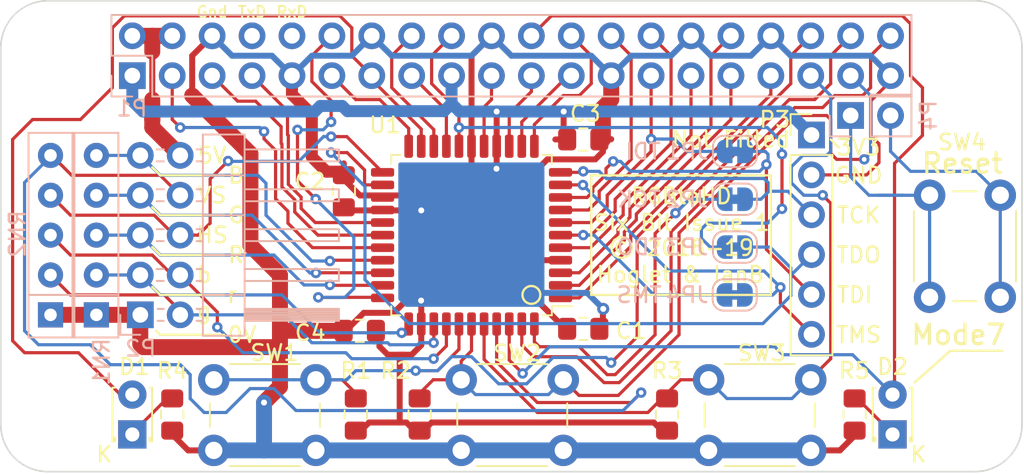
<source format=kicad_pcb>
(kicad_pcb (version 20171130) (host pcbnew "(5.1.4)-1")

  (general
    (thickness 1.6)
    (drawings 68)
    (tracks 679)
    (zones 0)
    (modules 30)
    (nets 48)
  )

  (page A4)
  (layers
    (0 F.Cu signal)
    (31 B.Cu signal)
    (34 B.Paste user hide)
    (35 F.Paste user hide)
    (36 B.SilkS user)
    (37 F.SilkS user)
    (38 B.Mask user hide)
    (39 F.Mask user hide)
    (40 Dwgs.User user hide)
    (41 Cmts.User user hide)
    (44 Edge.Cuts user)
    (45 Margin user hide)
    (46 B.CrtYd user hide)
    (47 F.CrtYd user hide)
    (48 B.Fab user hide)
    (49 F.Fab user hide)
  )

  (setup
    (last_trace_width 0.2032)
    (user_trace_width 0.2032)
    (user_trace_width 0.381)
    (user_trace_width 0.635)
    (user_trace_width 0.762)
    (user_trace_width 0.889)
    (user_trace_width 1.016)
    (user_trace_width 1.143)
    (user_trace_width 1.27)
    (trace_clearance 0.2032)
    (zone_clearance 0.508)
    (zone_45_only no)
    (trace_min 0.2032)
    (via_size 0.6604)
    (via_drill 0.3048)
    (via_min_size 0.6604)
    (via_min_drill 0.3048)
    (uvia_size 0.6096)
    (uvia_drill 0.3048)
    (uvias_allowed no)
    (uvia_min_size 0)
    (uvia_min_drill 0)
    (edge_width 0.1)
    (segment_width 0.2)
    (pcb_text_width 0.2)
    (pcb_text_size 1.25 1.25)
    (mod_edge_width 0.15)
    (mod_text_size 1 1)
    (mod_text_width 0.15)
    (pad_size 1.7 1.7)
    (pad_drill 1)
    (pad_to_mask_clearance 0.15)
    (solder_mask_min_width 0.4)
    (aux_axis_origin 12.502 54.50096)
    (grid_origin 45.002 28.00096)
    (visible_elements 7FFFFFFF)
    (pcbplotparams
      (layerselection 0x010f0_ffffffff)
      (usegerberextensions true)
      (usegerberattributes false)
      (usegerberadvancedattributes false)
      (creategerberjobfile false)
      (excludeedgelayer true)
      (linewidth 0.100000)
      (plotframeref false)
      (viasonmask false)
      (mode 1)
      (useauxorigin false)
      (hpglpennumber 1)
      (hpglpenspeed 20)
      (hpglpendiameter 15.000000)
      (psnegative false)
      (psa4output false)
      (plotreference true)
      (plotvalue false)
      (plotinvisibletext false)
      (padsonsilk false)
      (subtractmaskfromsilk false)
      (outputformat 1)
      (mirror false)
      (drillshape 0)
      (scaleselection 1)
      (outputdirectory "manufacturing/"))
  )

  (net 0 "")
  (net 1 /3V3)
  (net 2 /GPIO2)
  (net 3 /GPIO3)
  (net 4 /GPIO4)
  (net 5 /GPIO17)
  (net 6 /GPIO18)
  (net 7 /GPIO27)
  (net 8 /GPIO22)
  (net 9 /GPIO23)
  (net 10 /GPIO24)
  (net 11 /GPIO10)
  (net 12 /GPIO9)
  (net 13 /GPIO11)
  (net 14 /GPIO8)
  (net 15 /GPIO7)
  (net 16 /GPIO5)
  (net 17 /GPIO6)
  (net 18 /GPIO12)
  (net 19 /GPIO13)
  (net 20 /GPIO19)
  (net 21 /GPIO16)
  (net 22 /GPIO26)
  (net 23 /GPIO20)
  (net 24 /GPIO21)
  (net 25 "Net-(P4-Pad1)")
  (net 26 "Net-(P4-Pad2)")
  (net 27 "Net-(D1-Pad1)")
  (net 28 "Net-(D2-Pad1)")
  (net 29 /GPIO25)
  (net 30 /GPIO0)
  (net 31 /GPIO1)
  (net 32 /VCC)
  (net 33 /GND)
  (net 34 /SYNC)
  (net 35 /BLUE)
  (net 36 /GREEN)
  (net 37 /RED)
  (net 38 /BRED)
  (net 39 /BGREEN)
  (net 40 /BBLUE)
  (net 41 /VSYNC)
  (net 42 /TCK)
  (net 43 /TDO)
  (net 44 /TDI)
  (net 45 /TMS)
  (net 46 /RxD)
  (net 47 /TxD)

  (net_class Default "This is the default net class."
    (clearance 0.2032)
    (trace_width 0.2032)
    (via_dia 0.6604)
    (via_drill 0.3048)
    (uvia_dia 0.6096)
    (uvia_drill 0.3048)
    (diff_pair_width 0.2032)
    (diff_pair_gap 0.25)
    (add_net /BBLUE)
    (add_net /BGREEN)
    (add_net /BLUE)
    (add_net /BRED)
    (add_net /GND)
    (add_net /GPIO0)
    (add_net /GPIO1)
    (add_net /GPIO10)
    (add_net /GPIO11)
    (add_net /GPIO12)
    (add_net /GPIO13)
    (add_net /GPIO16)
    (add_net /GPIO17)
    (add_net /GPIO18)
    (add_net /GPIO19)
    (add_net /GPIO2)
    (add_net /GPIO20)
    (add_net /GPIO21)
    (add_net /GPIO22)
    (add_net /GPIO23)
    (add_net /GPIO24)
    (add_net /GPIO25)
    (add_net /GPIO26)
    (add_net /GPIO27)
    (add_net /GPIO3)
    (add_net /GPIO4)
    (add_net /GPIO5)
    (add_net /GPIO6)
    (add_net /GPIO7)
    (add_net /GPIO8)
    (add_net /GPIO9)
    (add_net /GREEN)
    (add_net /RED)
    (add_net /RxD)
    (add_net /SYNC)
    (add_net /TCK)
    (add_net /TDI)
    (add_net /TDO)
    (add_net /TMS)
    (add_net /TxD)
    (add_net /VCC)
    (add_net /VSYNC)
    (add_net "Net-(D1-Pad1)")
    (add_net "Net-(D2-Pad1)")
    (add_net "Net-(P4-Pad1)")
    (add_net "Net-(P4-Pad2)")
  )

  (net_class Power ""
    (clearance 0.2032)
    (trace_width 0.381)
    (via_dia 0.762)
    (via_drill 0.381)
    (uvia_dia 0.6096)
    (uvia_drill 0.3048)
    (diff_pair_width 0.2032)
    (diff_pair_gap 0.25)
    (add_net /3V3)
  )

  (module Connector_PinSocket_2.54mm:PinSocket_2x20_P2.54mm_Vertical (layer B.Cu) (tedit 5A19A433) (tstamp 5DAA32EC)
    (at 20.872 29.27096 270)
    (descr "Through hole straight socket strip, 2x20, 2.54mm pitch, double cols (from Kicad 4.0.7), script generated")
    (tags "Through hole socket strip THT 2x20 2.54mm double row")
    (path /574468E6)
    (fp_text reference P1 (at 2.0828 0.0254) (layer B.SilkS)
      (effects (font (size 1 1) (thickness 0.15)) (justify mirror))
    )
    (fp_text value CONN_02X20 (at -1.27 -51.03 90) (layer B.Fab)
      (effects (font (size 1 1) (thickness 0.15)) (justify mirror))
    )
    (fp_text user %R (at -1.27 -24.13 180) (layer B.Fab)
      (effects (font (size 1 1) (thickness 0.15)) (justify mirror))
    )
    (fp_line (start -4.34 -50) (end -4.34 1.8) (layer B.CrtYd) (width 0.05))
    (fp_line (start 1.76 -50) (end -4.34 -50) (layer B.CrtYd) (width 0.05))
    (fp_line (start 1.76 1.8) (end 1.76 -50) (layer B.CrtYd) (width 0.05))
    (fp_line (start -4.34 1.8) (end 1.76 1.8) (layer B.CrtYd) (width 0.05))
    (fp_line (start 0 1.33) (end 1.33 1.33) (layer B.SilkS) (width 0.12))
    (fp_line (start 1.33 1.33) (end 1.33 0) (layer B.SilkS) (width 0.12))
    (fp_line (start -1.27 1.33) (end -1.27 -1.27) (layer B.SilkS) (width 0.12))
    (fp_line (start -1.27 -1.27) (end 1.33 -1.27) (layer B.SilkS) (width 0.12))
    (fp_line (start 1.33 -1.27) (end 1.33 -49.59) (layer B.SilkS) (width 0.12))
    (fp_line (start -3.87 -49.59) (end 1.33 -49.59) (layer B.SilkS) (width 0.12))
    (fp_line (start -3.87 1.33) (end -3.87 -49.59) (layer B.SilkS) (width 0.12))
    (fp_line (start -3.87 1.33) (end -1.27 1.33) (layer B.SilkS) (width 0.12))
    (fp_line (start -3.81 -49.53) (end -3.81 1.27) (layer B.Fab) (width 0.1))
    (fp_line (start 1.27 -49.53) (end -3.81 -49.53) (layer B.Fab) (width 0.1))
    (fp_line (start 1.27 0.27) (end 1.27 -49.53) (layer B.Fab) (width 0.1))
    (fp_line (start 0.27 1.27) (end 1.27 0.27) (layer B.Fab) (width 0.1))
    (fp_line (start -3.81 1.27) (end 0.27 1.27) (layer B.Fab) (width 0.1))
    (pad 40 thru_hole oval (at -2.54 -48.26 270) (size 1.7 1.7) (drill 1) (layers *.Cu *.Mask)
      (net 24 /GPIO21))
    (pad 39 thru_hole oval (at 0 -48.26 270) (size 1.7 1.7) (drill 1) (layers *.Cu *.Mask)
      (net 33 /GND))
    (pad 38 thru_hole oval (at -2.54 -45.72 270) (size 1.7 1.7) (drill 1) (layers *.Cu *.Mask)
      (net 23 /GPIO20))
    (pad 37 thru_hole oval (at 0 -45.72 270) (size 1.7 1.7) (drill 1) (layers *.Cu *.Mask)
      (net 22 /GPIO26))
    (pad 36 thru_hole oval (at -2.54 -43.18 270) (size 1.7 1.7) (drill 1) (layers *.Cu *.Mask)
      (net 21 /GPIO16))
    (pad 35 thru_hole oval (at 0 -43.18 270) (size 1.7 1.7) (drill 1) (layers *.Cu *.Mask)
      (net 20 /GPIO19))
    (pad 34 thru_hole oval (at -2.54 -40.64 270) (size 1.7 1.7) (drill 1) (layers *.Cu *.Mask)
      (net 33 /GND))
    (pad 33 thru_hole oval (at 0 -40.64 270) (size 1.7 1.7) (drill 1) (layers *.Cu *.Mask)
      (net 19 /GPIO13))
    (pad 32 thru_hole oval (at -2.54 -38.1 270) (size 1.7 1.7) (drill 1) (layers *.Cu *.Mask)
      (net 18 /GPIO12))
    (pad 31 thru_hole oval (at 0 -38.1 270) (size 1.7 1.7) (drill 1) (layers *.Cu *.Mask)
      (net 17 /GPIO6))
    (pad 30 thru_hole oval (at -2.54 -35.56 270) (size 1.7 1.7) (drill 1) (layers *.Cu *.Mask)
      (net 33 /GND))
    (pad 29 thru_hole oval (at 0 -35.56 270) (size 1.7 1.7) (drill 1) (layers *.Cu *.Mask)
      (net 16 /GPIO5))
    (pad 28 thru_hole oval (at -2.54 -33.02 270) (size 1.7 1.7) (drill 1) (layers *.Cu *.Mask)
      (net 31 /GPIO1))
    (pad 27 thru_hole oval (at 0 -33.02 270) (size 1.7 1.7) (drill 1) (layers *.Cu *.Mask)
      (net 30 /GPIO0))
    (pad 26 thru_hole oval (at -2.54 -30.48 270) (size 1.7 1.7) (drill 1) (layers *.Cu *.Mask)
      (net 15 /GPIO7))
    (pad 25 thru_hole oval (at 0 -30.48 270) (size 1.7 1.7) (drill 1) (layers *.Cu *.Mask)
      (net 33 /GND))
    (pad 24 thru_hole oval (at -2.54 -27.94 270) (size 1.7 1.7) (drill 1) (layers *.Cu *.Mask)
      (net 14 /GPIO8))
    (pad 23 thru_hole oval (at 0 -27.94 270) (size 1.7 1.7) (drill 1) (layers *.Cu *.Mask)
      (net 13 /GPIO11))
    (pad 22 thru_hole oval (at -2.54 -25.4 270) (size 1.7 1.7) (drill 1) (layers *.Cu *.Mask)
      (net 29 /GPIO25))
    (pad 21 thru_hole oval (at 0 -25.4 270) (size 1.7 1.7) (drill 1) (layers *.Cu *.Mask)
      (net 12 /GPIO9))
    (pad 20 thru_hole oval (at -2.54 -22.86 270) (size 1.7 1.7) (drill 1) (layers *.Cu *.Mask)
      (net 33 /GND))
    (pad 19 thru_hole oval (at 0 -22.86 270) (size 1.7 1.7) (drill 1) (layers *.Cu *.Mask)
      (net 11 /GPIO10))
    (pad 18 thru_hole oval (at -2.54 -20.32 270) (size 1.7 1.7) (drill 1) (layers *.Cu *.Mask)
      (net 10 /GPIO24))
    (pad 17 thru_hole oval (at 0 -20.32 270) (size 1.7 1.7) (drill 1) (layers *.Cu *.Mask)
      (net 1 /3V3))
    (pad 16 thru_hole oval (at -2.54 -17.78 270) (size 1.7 1.7) (drill 1) (layers *.Cu *.Mask)
      (net 9 /GPIO23))
    (pad 15 thru_hole oval (at 0 -17.78 270) (size 1.7 1.7) (drill 1) (layers *.Cu *.Mask)
      (net 8 /GPIO22))
    (pad 14 thru_hole oval (at -2.54 -15.24 270) (size 1.7 1.7) (drill 1) (layers *.Cu *.Mask)
      (net 33 /GND))
    (pad 13 thru_hole oval (at 0 -15.24 270) (size 1.7 1.7) (drill 1) (layers *.Cu *.Mask)
      (net 7 /GPIO27))
    (pad 12 thru_hole oval (at -2.54 -12.7 270) (size 1.7 1.7) (drill 1) (layers *.Cu *.Mask)
      (net 6 /GPIO18))
    (pad 11 thru_hole oval (at 0 -12.7 270) (size 1.7 1.7) (drill 1) (layers *.Cu *.Mask)
      (net 5 /GPIO17))
    (pad 10 thru_hole oval (at -2.54 -10.16 270) (size 1.7 1.7) (drill 1) (layers *.Cu *.Mask)
      (net 46 /RxD))
    (pad 9 thru_hole oval (at 0 -10.16 270) (size 1.7 1.7) (drill 1) (layers *.Cu *.Mask)
      (net 33 /GND))
    (pad 8 thru_hole oval (at -2.54 -7.62 270) (size 1.7 1.7) (drill 1) (layers *.Cu *.Mask)
      (net 47 /TxD))
    (pad 7 thru_hole oval (at 0 -7.62 270) (size 1.7 1.7) (drill 1) (layers *.Cu *.Mask)
      (net 4 /GPIO4))
    (pad 6 thru_hole oval (at -2.54 -5.08 270) (size 1.7 1.7) (drill 1) (layers *.Cu *.Mask)
      (net 33 /GND))
    (pad 5 thru_hole oval (at 0 -5.08 270) (size 1.7 1.7) (drill 1) (layers *.Cu *.Mask)
      (net 3 /GPIO3))
    (pad 4 thru_hole oval (at -2.54 -2.54 270) (size 1.7 1.7) (drill 1) (layers *.Cu *.Mask)
      (net 32 /VCC))
    (pad 3 thru_hole oval (at 0 -2.54 270) (size 1.7 1.7) (drill 1) (layers *.Cu *.Mask)
      (net 2 /GPIO2))
    (pad 2 thru_hole oval (at -2.54 0 270) (size 1.7 1.7) (drill 1) (layers *.Cu *.Mask)
      (net 32 /VCC))
    (pad 1 thru_hole rect (at 0 0 270) (size 1.7 1.7) (drill 1) (layers *.Cu *.Mask)
      (net 1 /3V3))
    (model ${KISYS3DMOD}/Connector_PinSocket_2.54mm.3dshapes/PinSocket_2x20_P2.54mm_Vertical.wrl
      (at (xyz 0 0 0))
      (scale (xyz 1 1 1))
      (rotate (xyz 0 0 0))
    )
  )

  (module RPi_Hat:RPi_Hat_Mounting_Hole locked (layer F.Cu) (tedit 55217CCB) (tstamp 58B743A7)
    (at 16 51)
    (descr "Mounting hole, Befestigungsbohrung, 2,7mm, No Annular, Kein Restring,")
    (tags "Mounting hole, Befestigungsbohrung, 2,7mm, No Annular, Kein Restring,")
    (fp_text reference "" (at 0 -4.0005) (layer F.SilkS) hide
      (effects (font (size 1 1) (thickness 0.15)))
    )
    (fp_text value "" (at 0.09906 3.59918) (layer F.Fab) hide
      (effects (font (size 1 1) (thickness 0.15)))
    )
    (fp_circle (center 0 0) (end 1.375 0) (layer F.Fab) (width 0.15))
    (fp_circle (center 0 0) (end 3.1 0) (layer F.Fab) (width 0.15))
    (fp_circle (center 0 0) (end 3.1 0) (layer B.Fab) (width 0.15))
    (fp_circle (center 0 0) (end 1.375 0) (layer B.Fab) (width 0.15))
    (fp_circle (center 0 0) (end 3.1 0) (layer F.CrtYd) (width 0.15))
    (fp_circle (center 0 0) (end 3.1 0) (layer B.CrtYd) (width 0.15))
    (pad "" np_thru_hole circle (at 0 0) (size 2.75 2.75) (drill 2.75) (layers *.Cu *.Mask)
      (solder_mask_margin 1.725) (clearance 1.725))
  )

  (module RPi_Hat:RPi_Hat_Mounting_Hole locked (layer F.Cu) (tedit 55217C7B) (tstamp 5515DEA9)
    (at 74 28)
    (descr "Mounting hole, Befestigungsbohrung, 2,7mm, No Annular, Kein Restring,")
    (tags "Mounting hole, Befestigungsbohrung, 2,7mm, No Annular, Kein Restring,")
    (fp_text reference "" (at 0 -4.0005) (layer F.SilkS) hide
      (effects (font (size 1 1) (thickness 0.15)))
    )
    (fp_text value "" (at 0.09906 3.59918) (layer F.Fab) hide
      (effects (font (size 1 1) (thickness 0.15)))
    )
    (fp_circle (center 0 0) (end 1.375 0) (layer F.Fab) (width 0.15))
    (fp_circle (center 0 0) (end 3.1 0) (layer F.Fab) (width 0.15))
    (fp_circle (center 0 0) (end 3.1 0) (layer B.Fab) (width 0.15))
    (fp_circle (center 0 0) (end 1.375 0) (layer B.Fab) (width 0.15))
    (fp_circle (center 0 0) (end 3.1 0) (layer F.CrtYd) (width 0.15))
    (fp_circle (center 0 0) (end 3.1 0) (layer B.CrtYd) (width 0.15))
    (pad "" np_thru_hole circle (at 0 0) (size 2.75 2.75) (drill 2.75) (layers *.Cu *.Mask)
      (solder_mask_margin 1.725) (clearance 1.725))
  )

  (module RPi_Hat:RPi_Hat_Mounting_Hole locked (layer F.Cu) (tedit 55217CCB) (tstamp 55169DC9)
    (at 74 51)
    (descr "Mounting hole, Befestigungsbohrung, 2,7mm, No Annular, Kein Restring,")
    (tags "Mounting hole, Befestigungsbohrung, 2,7mm, No Annular, Kein Restring,")
    (fp_text reference "" (at 0 -4.0005) (layer F.SilkS) hide
      (effects (font (size 1 1) (thickness 0.15)))
    )
    (fp_text value "" (at 0.09906 3.59918) (layer F.Fab) hide
      (effects (font (size 1 1) (thickness 0.15)))
    )
    (fp_circle (center 0 0) (end 1.375 0) (layer F.Fab) (width 0.15))
    (fp_circle (center 0 0) (end 3.1 0) (layer F.Fab) (width 0.15))
    (fp_circle (center 0 0) (end 3.1 0) (layer B.Fab) (width 0.15))
    (fp_circle (center 0 0) (end 1.375 0) (layer B.Fab) (width 0.15))
    (fp_circle (center 0 0) (end 3.1 0) (layer F.CrtYd) (width 0.15))
    (fp_circle (center 0 0) (end 3.1 0) (layer B.CrtYd) (width 0.15))
    (pad "" np_thru_hole circle (at 0 0) (size 2.75 2.75) (drill 2.75) (layers *.Cu *.Mask)
      (solder_mask_margin 1.725) (clearance 1.725))
  )

  (module RPi_Hat:RPi_Hat_Mounting_Hole locked (layer F.Cu) (tedit 55217CA2) (tstamp 5515DEBF)
    (at 16 28)
    (descr "Mounting hole, Befestigungsbohrung, 2,7mm, No Annular, Kein Restring,")
    (tags "Mounting hole, Befestigungsbohrung, 2,7mm, No Annular, Kein Restring,")
    (fp_text reference "" (at 0 -4.0005) (layer F.SilkS) hide
      (effects (font (size 1 1) (thickness 0.15)))
    )
    (fp_text value "" (at 0.09906 3.59918) (layer F.Fab) hide
      (effects (font (size 1 1) (thickness 0.15)))
    )
    (fp_circle (center 0 0) (end 1.375 0) (layer F.Fab) (width 0.15))
    (fp_circle (center 0 0) (end 3.1 0) (layer F.Fab) (width 0.15))
    (fp_circle (center 0 0) (end 3.1 0) (layer B.Fab) (width 0.15))
    (fp_circle (center 0 0) (end 1.375 0) (layer B.Fab) (width 0.15))
    (fp_circle (center 0 0) (end 3.1 0) (layer F.CrtYd) (width 0.15))
    (fp_circle (center 0 0) (end 3.1 0) (layer B.CrtYd) (width 0.15))
    (pad "" np_thru_hole circle (at 0 0) (size 2.75 2.75) (drill 2.75) (layers *.Cu *.Mask)
      (solder_mask_margin 1.725) (clearance 1.725))
  )

  (module Jumper:SolderJumper-2_P1.3mm_Bridged_RoundedPad1.0x1.5mm (layer B.Cu) (tedit 5C745284) (tstamp 5DAA2F0B)
    (at 59.226 37.14496)
    (descr "SMD Solder Jumper, 1x1.5mm, rounded Pads, 0.3mm gap, bridged with 1 copper strip")
    (tags "solder jumper open")
    (path /5DAA5395)
    (attr virtual)
    (fp_text reference JP2 (at -3.063 0) (layer B.SilkS)
      (effects (font (size 1 1) (thickness 0.15)) (justify mirror))
    )
    (fp_text value SolderJumper_2_Bridged (at 0 -1.9) (layer B.Fab)
      (effects (font (size 1 1) (thickness 0.15)) (justify mirror))
    )
    (fp_arc (start 0.7 0.3) (end 1.4 0.3) (angle 90) (layer B.SilkS) (width 0.12))
    (fp_arc (start 0.7 -0.3) (end 0.7 -1) (angle 90) (layer B.SilkS) (width 0.12))
    (fp_arc (start -0.7 -0.3) (end -1.4 -0.3) (angle 90) (layer B.SilkS) (width 0.12))
    (fp_arc (start -0.7 0.3) (end -0.7 1) (angle 90) (layer B.SilkS) (width 0.12))
    (fp_line (start -1.4 -0.3) (end -1.4 0.3) (layer B.SilkS) (width 0.12))
    (fp_line (start 0.7 -1) (end -0.7 -1) (layer B.SilkS) (width 0.12))
    (fp_line (start 1.4 0.3) (end 1.4 -0.3) (layer B.SilkS) (width 0.12))
    (fp_line (start -0.7 1) (end 0.7 1) (layer B.SilkS) (width 0.12))
    (fp_line (start -1.65 1.25) (end 1.65 1.25) (layer B.CrtYd) (width 0.05))
    (fp_line (start -1.65 1.25) (end -1.65 -1.25) (layer B.CrtYd) (width 0.05))
    (fp_line (start 1.65 -1.25) (end 1.65 1.25) (layer B.CrtYd) (width 0.05))
    (fp_line (start 1.65 -1.25) (end -1.65 -1.25) (layer B.CrtYd) (width 0.05))
    (fp_poly (pts (xy 0.25 0.3) (xy -0.25 0.3) (xy -0.25 -0.3) (xy 0.25 -0.3)) (layer B.Cu) (width 0))
    (pad 2 smd custom (at 0.65 0) (size 1 0.5) (layers B.Cu B.Mask)
      (net 42 /TCK) (zone_connect 2)
      (options (clearance outline) (anchor rect))
      (primitives
        (gr_circle (center 0 -0.25) (end 0.5 -0.25) (width 0))
        (gr_circle (center 0 0.25) (end 0.5 0.25) (width 0))
        (gr_poly (pts
           (xy 0 0.75) (xy -0.5 0.75) (xy -0.5 -0.75) (xy 0 -0.75)) (width 0))
      ))
    (pad 1 smd custom (at -0.65 0) (size 1 0.5) (layers B.Cu B.Mask)
      (net 23 /GPIO20) (zone_connect 2)
      (options (clearance outline) (anchor rect))
      (primitives
        (gr_circle (center 0 -0.25) (end 0.5 -0.25) (width 0))
        (gr_circle (center 0 0.25) (end 0.5 0.25) (width 0))
        (gr_poly (pts
           (xy 0 0.75) (xy 0.5 0.75) (xy 0.5 -0.75) (xy 0 -0.75)) (width 0))
      ))
  )

  (module Jumper:SolderJumper-2_P1.3mm_Bridged_RoundedPad1.0x1.5mm (layer B.Cu) (tedit 5C745284) (tstamp 5DAA2F1D)
    (at 59.226 34.09696)
    (descr "SMD Solder Jumper, 1x1.5mm, rounded Pads, 0.3mm gap, bridged with 1 copper strip")
    (tags "solder jumper open")
    (path /5DAA5F8A)
    (attr virtual)
    (fp_text reference JP1 (at -3.048 0) (layer B.SilkS)
      (effects (font (size 1 1) (thickness 0.15)) (justify mirror))
    )
    (fp_text value SolderJumper_2_Bridged (at 0 -1.9) (layer B.Fab)
      (effects (font (size 1 1) (thickness 0.15)) (justify mirror))
    )
    (fp_poly (pts (xy 0.25 0.3) (xy -0.25 0.3) (xy -0.25 -0.3) (xy 0.25 -0.3)) (layer B.Cu) (width 0))
    (fp_line (start 1.65 -1.25) (end -1.65 -1.25) (layer B.CrtYd) (width 0.05))
    (fp_line (start 1.65 -1.25) (end 1.65 1.25) (layer B.CrtYd) (width 0.05))
    (fp_line (start -1.65 1.25) (end -1.65 -1.25) (layer B.CrtYd) (width 0.05))
    (fp_line (start -1.65 1.25) (end 1.65 1.25) (layer B.CrtYd) (width 0.05))
    (fp_line (start -0.7 1) (end 0.7 1) (layer B.SilkS) (width 0.12))
    (fp_line (start 1.4 0.3) (end 1.4 -0.3) (layer B.SilkS) (width 0.12))
    (fp_line (start 0.7 -1) (end -0.7 -1) (layer B.SilkS) (width 0.12))
    (fp_line (start -1.4 -0.3) (end -1.4 0.3) (layer B.SilkS) (width 0.12))
    (fp_arc (start -0.7 0.3) (end -0.7 1) (angle 90) (layer B.SilkS) (width 0.12))
    (fp_arc (start -0.7 -0.3) (end -1.4 -0.3) (angle 90) (layer B.SilkS) (width 0.12))
    (fp_arc (start 0.7 -0.3) (end 0.7 -1) (angle 90) (layer B.SilkS) (width 0.12))
    (fp_arc (start 0.7 0.3) (end 1.4 0.3) (angle 90) (layer B.SilkS) (width 0.12))
    (pad 1 smd custom (at -0.65 0) (size 1 0.5) (layers B.Cu B.Mask)
      (net 30 /GPIO0) (zone_connect 2)
      (options (clearance outline) (anchor rect))
      (primitives
        (gr_circle (center 0 -0.25) (end 0.5 -0.25) (width 0))
        (gr_circle (center 0 0.25) (end 0.5 0.25) (width 0))
        (gr_poly (pts
           (xy 0 0.75) (xy 0.5 0.75) (xy 0.5 -0.75) (xy 0 -0.75)) (width 0))
      ))
    (pad 2 smd custom (at 0.65 0) (size 1 0.5) (layers B.Cu B.Mask)
      (net 44 /TDI) (zone_connect 2)
      (options (clearance outline) (anchor rect))
      (primitives
        (gr_circle (center 0 -0.25) (end 0.5 -0.25) (width 0))
        (gr_circle (center 0 0.25) (end 0.5 0.25) (width 0))
        (gr_poly (pts
           (xy 0 0.75) (xy -0.5 0.75) (xy -0.5 -0.75) (xy 0 -0.75)) (width 0))
      ))
  )

  (module Jumper:SolderJumper-2_P1.3mm_Bridged_RoundedPad1.0x1.5mm (layer B.Cu) (tedit 5C745284) (tstamp 5DAA2F2F)
    (at 59.211 43.24096)
    (descr "SMD Solder Jumper, 1x1.5mm, rounded Pads, 0.3mm gap, bridged with 1 copper strip")
    (tags "solder jumper open")
    (path /5DAA6850)
    (attr virtual)
    (fp_text reference JP4 (at -3.033 0) (layer B.SilkS)
      (effects (font (size 1 1) (thickness 0.15)) (justify mirror))
    )
    (fp_text value SolderJumper_2_Bridged (at 0 -1.9) (layer B.Fab)
      (effects (font (size 1 1) (thickness 0.15)) (justify mirror))
    )
    (fp_arc (start 0.7 0.3) (end 1.4 0.3) (angle 90) (layer B.SilkS) (width 0.12))
    (fp_arc (start 0.7 -0.3) (end 0.7 -1) (angle 90) (layer B.SilkS) (width 0.12))
    (fp_arc (start -0.7 -0.3) (end -1.4 -0.3) (angle 90) (layer B.SilkS) (width 0.12))
    (fp_arc (start -0.7 0.3) (end -0.7 1) (angle 90) (layer B.SilkS) (width 0.12))
    (fp_line (start -1.4 -0.3) (end -1.4 0.3) (layer B.SilkS) (width 0.12))
    (fp_line (start 0.7 -1) (end -0.7 -1) (layer B.SilkS) (width 0.12))
    (fp_line (start 1.4 0.3) (end 1.4 -0.3) (layer B.SilkS) (width 0.12))
    (fp_line (start -0.7 1) (end 0.7 1) (layer B.SilkS) (width 0.12))
    (fp_line (start -1.65 1.25) (end 1.65 1.25) (layer B.CrtYd) (width 0.05))
    (fp_line (start -1.65 1.25) (end -1.65 -1.25) (layer B.CrtYd) (width 0.05))
    (fp_line (start 1.65 -1.25) (end 1.65 1.25) (layer B.CrtYd) (width 0.05))
    (fp_line (start 1.65 -1.25) (end -1.65 -1.25) (layer B.CrtYd) (width 0.05))
    (fp_poly (pts (xy 0.25 0.3) (xy -0.25 0.3) (xy -0.25 -0.3) (xy 0.25 -0.3)) (layer B.Cu) (width 0))
    (pad 2 smd custom (at 0.65 0) (size 1 0.5) (layers B.Cu B.Mask)
      (net 45 /TMS) (zone_connect 2)
      (options (clearance outline) (anchor rect))
      (primitives
        (gr_circle (center 0 -0.25) (end 0.5 -0.25) (width 0))
        (gr_circle (center 0 0.25) (end 0.5 0.25) (width 0))
        (gr_poly (pts
           (xy 0 0.75) (xy -0.5 0.75) (xy -0.5 -0.75) (xy 0 -0.75)) (width 0))
      ))
    (pad 1 smd custom (at -0.65 0) (size 1 0.5) (layers B.Cu B.Mask)
      (net 31 /GPIO1) (zone_connect 2)
      (options (clearance outline) (anchor rect))
      (primitives
        (gr_circle (center 0 -0.25) (end 0.5 -0.25) (width 0))
        (gr_circle (center 0 0.25) (end 0.5 0.25) (width 0))
        (gr_poly (pts
           (xy 0 0.75) (xy 0.5 0.75) (xy 0.5 -0.75) (xy 0 -0.75)) (width 0))
      ))
  )

  (module Jumper:SolderJumper-2_P1.3mm_Bridged_RoundedPad1.0x1.5mm (layer B.Cu) (tedit 5C745284) (tstamp 5DAA2F41)
    (at 59.226 40.19296)
    (descr "SMD Solder Jumper, 1x1.5mm, rounded Pads, 0.3mm gap, bridged with 1 copper strip")
    (tags "solder jumper open")
    (path /5DAA709E)
    (attr virtual)
    (fp_text reference JP3 (at -3.063 0) (layer B.SilkS)
      (effects (font (size 1 1) (thickness 0.15)) (justify mirror))
    )
    (fp_text value SolderJumper_2_Bridged (at 0 -1.9) (layer B.Fab)
      (effects (font (size 1 1) (thickness 0.15)) (justify mirror))
    )
    (fp_poly (pts (xy 0.25 0.3) (xy -0.25 0.3) (xy -0.25 -0.3) (xy 0.25 -0.3)) (layer B.Cu) (width 0))
    (fp_line (start 1.65 -1.25) (end -1.65 -1.25) (layer B.CrtYd) (width 0.05))
    (fp_line (start 1.65 -1.25) (end 1.65 1.25) (layer B.CrtYd) (width 0.05))
    (fp_line (start -1.65 1.25) (end -1.65 -1.25) (layer B.CrtYd) (width 0.05))
    (fp_line (start -1.65 1.25) (end 1.65 1.25) (layer B.CrtYd) (width 0.05))
    (fp_line (start -0.7 1) (end 0.7 1) (layer B.SilkS) (width 0.12))
    (fp_line (start 1.4 0.3) (end 1.4 -0.3) (layer B.SilkS) (width 0.12))
    (fp_line (start 0.7 -1) (end -0.7 -1) (layer B.SilkS) (width 0.12))
    (fp_line (start -1.4 -0.3) (end -1.4 0.3) (layer B.SilkS) (width 0.12))
    (fp_arc (start -0.7 0.3) (end -0.7 1) (angle 90) (layer B.SilkS) (width 0.12))
    (fp_arc (start -0.7 -0.3) (end -1.4 -0.3) (angle 90) (layer B.SilkS) (width 0.12))
    (fp_arc (start 0.7 -0.3) (end 0.7 -1) (angle 90) (layer B.SilkS) (width 0.12))
    (fp_arc (start 0.7 0.3) (end 1.4 0.3) (angle 90) (layer B.SilkS) (width 0.12))
    (pad 1 smd custom (at -0.65 0) (size 1 0.5) (layers B.Cu B.Mask)
      (net 10 /GPIO24) (zone_connect 2)
      (options (clearance outline) (anchor rect))
      (primitives
        (gr_circle (center 0 -0.25) (end 0.5 -0.25) (width 0))
        (gr_circle (center 0 0.25) (end 0.5 0.25) (width 0))
        (gr_poly (pts
           (xy 0 0.75) (xy 0.5 0.75) (xy 0.5 -0.75) (xy 0 -0.75)) (width 0))
      ))
    (pad 2 smd custom (at 0.65 0) (size 1 0.5) (layers B.Cu B.Mask)
      (net 43 /TDO) (zone_connect 2)
      (options (clearance outline) (anchor rect))
      (primitives
        (gr_circle (center 0 -0.25) (end 0.5 -0.25) (width 0))
        (gr_circle (center 0 0.25) (end 0.5 0.25) (width 0))
        (gr_poly (pts
           (xy 0 0.75) (xy -0.5 0.75) (xy -0.5 -0.75) (xy 0 -0.75)) (width 0))
      ))
  )

  (module Connector_PinHeader_2.54mm:PinHeader_2x05_P2.54mm_Horizontal (layer B.Cu) (tedit 59FED5CB) (tstamp 5DAA3329)
    (at 21.38 44.51096)
    (descr "Through hole angled pin header, 2x05, 2.54mm pitch, 6mm pin length, double rows")
    (tags "Through hole angled pin header THT 2x05 2.54mm double row")
    (path /5DAA3151)
    (fp_text reference P2 (at 0.0254 2.1336) (layer B.SilkS)
      (effects (font (size 1 1) (thickness 0.15)) (justify mirror))
    )
    (fp_text value Conn_02x05_Odd_Even (at 5.655 -12.43) (layer B.Fab)
      (effects (font (size 1 1) (thickness 0.15)) (justify mirror))
    )
    (fp_line (start 4.675 1.27) (end 6.58 1.27) (layer B.Fab) (width 0.1))
    (fp_line (start 6.58 1.27) (end 6.58 -11.43) (layer B.Fab) (width 0.1))
    (fp_line (start 6.58 -11.43) (end 4.04 -11.43) (layer B.Fab) (width 0.1))
    (fp_line (start 4.04 -11.43) (end 4.04 0.635) (layer B.Fab) (width 0.1))
    (fp_line (start 4.04 0.635) (end 4.675 1.27) (layer B.Fab) (width 0.1))
    (fp_line (start -0.32 0.32) (end 4.04 0.32) (layer B.Fab) (width 0.1))
    (fp_line (start -0.32 0.32) (end -0.32 -0.32) (layer B.Fab) (width 0.1))
    (fp_line (start -0.32 -0.32) (end 4.04 -0.32) (layer B.Fab) (width 0.1))
    (fp_line (start 6.58 0.32) (end 12.58 0.32) (layer B.Fab) (width 0.1))
    (fp_line (start 12.58 0.32) (end 12.58 -0.32) (layer B.Fab) (width 0.1))
    (fp_line (start 6.58 -0.32) (end 12.58 -0.32) (layer B.Fab) (width 0.1))
    (fp_line (start -0.32 -2.22) (end 4.04 -2.22) (layer B.Fab) (width 0.1))
    (fp_line (start -0.32 -2.22) (end -0.32 -2.86) (layer B.Fab) (width 0.1))
    (fp_line (start -0.32 -2.86) (end 4.04 -2.86) (layer B.Fab) (width 0.1))
    (fp_line (start 6.58 -2.22) (end 12.58 -2.22) (layer B.Fab) (width 0.1))
    (fp_line (start 12.58 -2.22) (end 12.58 -2.86) (layer B.Fab) (width 0.1))
    (fp_line (start 6.58 -2.86) (end 12.58 -2.86) (layer B.Fab) (width 0.1))
    (fp_line (start -0.32 -4.76) (end 4.04 -4.76) (layer B.Fab) (width 0.1))
    (fp_line (start -0.32 -4.76) (end -0.32 -5.4) (layer B.Fab) (width 0.1))
    (fp_line (start -0.32 -5.4) (end 4.04 -5.4) (layer B.Fab) (width 0.1))
    (fp_line (start 6.58 -4.76) (end 12.58 -4.76) (layer B.Fab) (width 0.1))
    (fp_line (start 12.58 -4.76) (end 12.58 -5.4) (layer B.Fab) (width 0.1))
    (fp_line (start 6.58 -5.4) (end 12.58 -5.4) (layer B.Fab) (width 0.1))
    (fp_line (start -0.32 -7.3) (end 4.04 -7.3) (layer B.Fab) (width 0.1))
    (fp_line (start -0.32 -7.3) (end -0.32 -7.94) (layer B.Fab) (width 0.1))
    (fp_line (start -0.32 -7.94) (end 4.04 -7.94) (layer B.Fab) (width 0.1))
    (fp_line (start 6.58 -7.3) (end 12.58 -7.3) (layer B.Fab) (width 0.1))
    (fp_line (start 12.58 -7.3) (end 12.58 -7.94) (layer B.Fab) (width 0.1))
    (fp_line (start 6.58 -7.94) (end 12.58 -7.94) (layer B.Fab) (width 0.1))
    (fp_line (start -0.32 -9.84) (end 4.04 -9.84) (layer B.Fab) (width 0.1))
    (fp_line (start -0.32 -9.84) (end -0.32 -10.48) (layer B.Fab) (width 0.1))
    (fp_line (start -0.32 -10.48) (end 4.04 -10.48) (layer B.Fab) (width 0.1))
    (fp_line (start 6.58 -9.84) (end 12.58 -9.84) (layer B.Fab) (width 0.1))
    (fp_line (start 12.58 -9.84) (end 12.58 -10.48) (layer B.Fab) (width 0.1))
    (fp_line (start 6.58 -10.48) (end 12.58 -10.48) (layer B.Fab) (width 0.1))
    (fp_line (start 3.98 1.33) (end 3.98 -11.49) (layer B.SilkS) (width 0.12))
    (fp_line (start 3.98 -11.49) (end 6.64 -11.49) (layer B.SilkS) (width 0.12))
    (fp_line (start 6.64 -11.49) (end 6.64 1.33) (layer B.SilkS) (width 0.12))
    (fp_line (start 6.64 1.33) (end 3.98 1.33) (layer B.SilkS) (width 0.12))
    (fp_line (start 6.64 0.38) (end 12.64 0.38) (layer B.SilkS) (width 0.12))
    (fp_line (start 12.64 0.38) (end 12.64 -0.38) (layer B.SilkS) (width 0.12))
    (fp_line (start 12.64 -0.38) (end 6.64 -0.38) (layer B.SilkS) (width 0.12))
    (fp_line (start 6.64 0.32) (end 12.64 0.32) (layer B.SilkS) (width 0.12))
    (fp_line (start 6.64 0.2) (end 12.64 0.2) (layer B.SilkS) (width 0.12))
    (fp_line (start 6.64 0.08) (end 12.64 0.08) (layer B.SilkS) (width 0.12))
    (fp_line (start 6.64 -0.04) (end 12.64 -0.04) (layer B.SilkS) (width 0.12))
    (fp_line (start 6.64 -0.16) (end 12.64 -0.16) (layer B.SilkS) (width 0.12))
    (fp_line (start 6.64 -0.28) (end 12.64 -0.28) (layer B.SilkS) (width 0.12))
    (fp_line (start 3.582929 0.38) (end 3.98 0.38) (layer B.SilkS) (width 0.12))
    (fp_line (start 3.582929 -0.38) (end 3.98 -0.38) (layer B.SilkS) (width 0.12))
    (fp_line (start 1.11 0.38) (end 1.497071 0.38) (layer B.SilkS) (width 0.12))
    (fp_line (start 1.11 -0.38) (end 1.497071 -0.38) (layer B.SilkS) (width 0.12))
    (fp_line (start 3.98 -1.27) (end 6.64 -1.27) (layer B.SilkS) (width 0.12))
    (fp_line (start 6.64 -2.16) (end 12.64 -2.16) (layer B.SilkS) (width 0.12))
    (fp_line (start 12.64 -2.16) (end 12.64 -2.92) (layer B.SilkS) (width 0.12))
    (fp_line (start 12.64 -2.92) (end 6.64 -2.92) (layer B.SilkS) (width 0.12))
    (fp_line (start 3.582929 -2.16) (end 3.98 -2.16) (layer B.SilkS) (width 0.12))
    (fp_line (start 3.582929 -2.92) (end 3.98 -2.92) (layer B.SilkS) (width 0.12))
    (fp_line (start 1.042929 -2.16) (end 1.497071 -2.16) (layer B.SilkS) (width 0.12))
    (fp_line (start 1.042929 -2.92) (end 1.497071 -2.92) (layer B.SilkS) (width 0.12))
    (fp_line (start 3.98 -3.81) (end 6.64 -3.81) (layer B.SilkS) (width 0.12))
    (fp_line (start 6.64 -4.7) (end 12.64 -4.7) (layer B.SilkS) (width 0.12))
    (fp_line (start 12.64 -4.7) (end 12.64 -5.46) (layer B.SilkS) (width 0.12))
    (fp_line (start 12.64 -5.46) (end 6.64 -5.46) (layer B.SilkS) (width 0.12))
    (fp_line (start 3.582929 -4.7) (end 3.98 -4.7) (layer B.SilkS) (width 0.12))
    (fp_line (start 3.582929 -5.46) (end 3.98 -5.46) (layer B.SilkS) (width 0.12))
    (fp_line (start 1.042929 -4.7) (end 1.497071 -4.7) (layer B.SilkS) (width 0.12))
    (fp_line (start 1.042929 -5.46) (end 1.497071 -5.46) (layer B.SilkS) (width 0.12))
    (fp_line (start 3.98 -6.35) (end 6.64 -6.35) (layer B.SilkS) (width 0.12))
    (fp_line (start 6.64 -7.24) (end 12.64 -7.24) (layer B.SilkS) (width 0.12))
    (fp_line (start 12.64 -7.24) (end 12.64 -8) (layer B.SilkS) (width 0.12))
    (fp_line (start 12.64 -8) (end 6.64 -8) (layer B.SilkS) (width 0.12))
    (fp_line (start 3.582929 -7.24) (end 3.98 -7.24) (layer B.SilkS) (width 0.12))
    (fp_line (start 3.582929 -8) (end 3.98 -8) (layer B.SilkS) (width 0.12))
    (fp_line (start 1.042929 -7.24) (end 1.497071 -7.24) (layer B.SilkS) (width 0.12))
    (fp_line (start 1.042929 -8) (end 1.497071 -8) (layer B.SilkS) (width 0.12))
    (fp_line (start 3.98 -8.89) (end 6.64 -8.89) (layer B.SilkS) (width 0.12))
    (fp_line (start 6.64 -9.78) (end 12.64 -9.78) (layer B.SilkS) (width 0.12))
    (fp_line (start 12.64 -9.78) (end 12.64 -10.54) (layer B.SilkS) (width 0.12))
    (fp_line (start 12.64 -10.54) (end 6.64 -10.54) (layer B.SilkS) (width 0.12))
    (fp_line (start 3.582929 -9.78) (end 3.98 -9.78) (layer B.SilkS) (width 0.12))
    (fp_line (start 3.582929 -10.54) (end 3.98 -10.54) (layer B.SilkS) (width 0.12))
    (fp_line (start 1.042929 -9.78) (end 1.497071 -9.78) (layer B.SilkS) (width 0.12))
    (fp_line (start 1.042929 -10.54) (end 1.497071 -10.54) (layer B.SilkS) (width 0.12))
    (fp_line (start -1.27 0) (end -1.27 1.27) (layer B.SilkS) (width 0.12))
    (fp_line (start -1.27 1.27) (end 0 1.27) (layer B.SilkS) (width 0.12))
    (fp_line (start -1.8 1.8) (end -1.8 -11.95) (layer B.CrtYd) (width 0.05))
    (fp_line (start -1.8 -11.95) (end 13.1 -11.95) (layer B.CrtYd) (width 0.05))
    (fp_line (start 13.1 -11.95) (end 13.1 1.8) (layer B.CrtYd) (width 0.05))
    (fp_line (start 13.1 1.8) (end -1.8 1.8) (layer B.CrtYd) (width 0.05))
    (fp_text user %R (at 5.31 -5.08 -90) (layer B.Fab)
      (effects (font (size 1 1) (thickness 0.15)) (justify mirror))
    )
    (pad 1 thru_hole rect (at 0 0) (size 1.7 1.7) (drill 1) (layers *.Cu *.Mask)
      (net 33 /GND))
    (pad 2 thru_hole oval (at 2.54 0) (size 1.7 1.7) (drill 1) (layers *.Cu *.Mask)
      (net 39 /BGREEN))
    (pad 3 thru_hole oval (at 0 -2.54) (size 1.7 1.7) (drill 1) (layers *.Cu *.Mask)
      (net 38 /BRED))
    (pad 4 thru_hole oval (at 2.54 -2.54) (size 1.7 1.7) (drill 1) (layers *.Cu *.Mask)
      (net 40 /BBLUE))
    (pad 5 thru_hole oval (at 0 -5.08) (size 1.7 1.7) (drill 1) (layers *.Cu *.Mask)
      (net 37 /RED))
    (pad 6 thru_hole oval (at 2.54 -5.08) (size 1.7 1.7) (drill 1) (layers *.Cu *.Mask)
      (net 34 /SYNC))
    (pad 7 thru_hole oval (at 0 -7.62) (size 1.7 1.7) (drill 1) (layers *.Cu *.Mask)
      (net 36 /GREEN))
    (pad 8 thru_hole oval (at 2.54 -7.62) (size 1.7 1.7) (drill 1) (layers *.Cu *.Mask)
      (net 41 /VSYNC))
    (pad 9 thru_hole oval (at 0 -10.16) (size 1.7 1.7) (drill 1) (layers *.Cu *.Mask)
      (net 35 /BLUE))
    (pad 10 thru_hole oval (at 2.54 -10.16) (size 1.7 1.7) (drill 1) (layers *.Cu *.Mask)
      (net 32 /VCC))
    (model ${KISYS3DMOD}/Connector_PinHeader_2.54mm.3dshapes/PinHeader_2x05_P2.54mm_Horizontal.wrl
      (at (xyz 0 0 0))
      (scale (xyz 1 1 1))
      (rotate (xyz 0 0 0))
    )
  )

  (module Connector_PinHeader_2.54mm:PinHeader_1x06_P2.54mm_Vertical (layer F.Cu) (tedit 59FED5CC) (tstamp 5DAA3391)
    (at 64.1008 33.054001)
    (descr "Through hole straight pin header, 1x06, 2.54mm pitch, single row")
    (tags "Through hole pin header THT 1x06 2.54mm single row")
    (path /5DA9B6A9)
    (attr virtual)
    (fp_text reference P3 (at -2.3348 -0.989041 180) (layer F.SilkS)
      (effects (font (size 1 1) (thickness 0.15)))
    )
    (fp_text value Conn_01x06 (at 0 15.03) (layer F.Fab)
      (effects (font (size 1 1) (thickness 0.15)))
    )
    (fp_line (start -0.635 -1.27) (end 1.27 -1.27) (layer F.Fab) (width 0.1))
    (fp_line (start 1.27 -1.27) (end 1.27 13.97) (layer F.Fab) (width 0.1))
    (fp_line (start 1.27 13.97) (end -1.27 13.97) (layer F.Fab) (width 0.1))
    (fp_line (start -1.27 13.97) (end -1.27 -0.635) (layer F.Fab) (width 0.1))
    (fp_line (start -1.27 -0.635) (end -0.635 -1.27) (layer F.Fab) (width 0.1))
    (fp_line (start -1.33 14.03) (end 1.33 14.03) (layer F.SilkS) (width 0.12))
    (fp_line (start -1.33 1.27) (end -1.33 14.03) (layer F.SilkS) (width 0.12))
    (fp_line (start 1.33 1.27) (end 1.33 14.03) (layer F.SilkS) (width 0.12))
    (fp_line (start -1.33 1.27) (end 1.33 1.27) (layer F.SilkS) (width 0.12))
    (fp_line (start -1.33 0) (end -1.33 -1.33) (layer F.SilkS) (width 0.12))
    (fp_line (start -1.33 -1.33) (end 0 -1.33) (layer F.SilkS) (width 0.12))
    (fp_line (start -1.8 -1.8) (end -1.8 14.5) (layer F.CrtYd) (width 0.05))
    (fp_line (start -1.8 14.5) (end 1.8 14.5) (layer F.CrtYd) (width 0.05))
    (fp_line (start 1.8 14.5) (end 1.8 -1.8) (layer F.CrtYd) (width 0.05))
    (fp_line (start 1.8 -1.8) (end -1.8 -1.8) (layer F.CrtYd) (width 0.05))
    (fp_text user %R (at 0 6.35 90) (layer F.Fab)
      (effects (font (size 1 1) (thickness 0.15)))
    )
    (pad 1 thru_hole rect (at 0 0) (size 1.7 1.7) (drill 1) (layers *.Cu *.Mask)
      (net 1 /3V3))
    (pad 2 thru_hole oval (at 0 2.54) (size 1.7 1.7) (drill 1) (layers *.Cu *.Mask)
      (net 33 /GND))
    (pad 3 thru_hole oval (at 0 5.08) (size 1.7 1.7) (drill 1) (layers *.Cu *.Mask)
      (net 42 /TCK))
    (pad 4 thru_hole oval (at 0 7.62) (size 1.7 1.7) (drill 1) (layers *.Cu *.Mask)
      (net 43 /TDO))
    (pad 5 thru_hole oval (at 0 10.16) (size 1.7 1.7) (drill 1) (layers *.Cu *.Mask)
      (net 44 /TDI))
    (pad 6 thru_hole oval (at 0 12.7) (size 1.7 1.7) (drill 1) (layers *.Cu *.Mask)
      (net 45 /TMS))
    (model ${KISYS3DMOD}/Connector_PinHeader_2.54mm.3dshapes/PinHeader_1x06_P2.54mm_Vertical.wrl
      (at (xyz 0 0 0))
      (scale (xyz 1 1 1))
      (rotate (xyz 0 0 0))
    )
  )

  (module Connector_PinSocket_2.54mm:PinSocket_1x02_P2.54mm_Vertical (layer B.Cu) (tedit 5A19A420) (tstamp 5DAA33AA)
    (at 66.592 31.81096 270)
    (descr "Through hole straight socket strip, 1x02, 2.54mm pitch, single row (from Kicad 4.0.7), script generated")
    (tags "Through hole socket strip THT 1x02 2.54mm single row")
    (path /595A13C3)
    (fp_text reference P4 (at 0 -4.953 90) (layer B.SilkS)
      (effects (font (size 1 1) (thickness 0.15)) (justify mirror))
    )
    (fp_text value CONN_01X02 (at 0 -5.31 90) (layer B.Fab)
      (effects (font (size 1 1) (thickness 0.15)) (justify mirror))
    )
    (fp_line (start -1.27 1.27) (end 0.635 1.27) (layer B.Fab) (width 0.1))
    (fp_line (start 0.635 1.27) (end 1.27 0.635) (layer B.Fab) (width 0.1))
    (fp_line (start 1.27 0.635) (end 1.27 -3.81) (layer B.Fab) (width 0.1))
    (fp_line (start 1.27 -3.81) (end -1.27 -3.81) (layer B.Fab) (width 0.1))
    (fp_line (start -1.27 -3.81) (end -1.27 1.27) (layer B.Fab) (width 0.1))
    (fp_line (start -1.33 -1.27) (end 1.33 -1.27) (layer B.SilkS) (width 0.12))
    (fp_line (start -1.33 -1.27) (end -1.33 -3.87) (layer B.SilkS) (width 0.12))
    (fp_line (start -1.33 -3.87) (end 1.33 -3.87) (layer B.SilkS) (width 0.12))
    (fp_line (start 1.33 -1.27) (end 1.33 -3.87) (layer B.SilkS) (width 0.12))
    (fp_line (start 1.33 1.33) (end 1.33 0) (layer B.SilkS) (width 0.12))
    (fp_line (start 0 1.33) (end 1.33 1.33) (layer B.SilkS) (width 0.12))
    (fp_line (start -1.8 1.8) (end 1.75 1.8) (layer B.CrtYd) (width 0.05))
    (fp_line (start 1.75 1.8) (end 1.75 -4.3) (layer B.CrtYd) (width 0.05))
    (fp_line (start 1.75 -4.3) (end -1.8 -4.3) (layer B.CrtYd) (width 0.05))
    (fp_line (start -1.8 -4.3) (end -1.8 1.8) (layer B.CrtYd) (width 0.05))
    (fp_text user %R (at 0 -1.27 180) (layer B.Fab)
      (effects (font (size 1 1) (thickness 0.15)) (justify mirror))
    )
    (pad 1 thru_hole rect (at 0 0 270) (size 1.7 1.7) (drill 1) (layers *.Cu *.Mask)
      (net 25 "Net-(P4-Pad1)"))
    (pad 2 thru_hole oval (at 0 -2.54 270) (size 1.7 1.7) (drill 1) (layers *.Cu *.Mask)
      (net 26 "Net-(P4-Pad2)"))
    (model ${KISYS3DMOD}/Connector_PinSocket_2.54mm.3dshapes/PinSocket_1x02_P2.54mm_Vertical.wrl
      (at (xyz 0 0 0))
      (scale (xyz 1 1 1))
      (rotate (xyz 0 0 0))
    )
  )

  (module LED_THT:LED_D1.8mm_W3.3mm_H2.4mm (layer F.Cu) (tedit 5880A862) (tstamp 5DAA6D8F)
    (at 20.872 52.13096 90)
    (descr "LED, Round,  Rectangular size 3.3x2.4mm^2 diameter 1.8mm, 2 pins")
    (tags "LED Round  Rectangular size 3.3x2.4mm^2 diameter 1.8mm 2 pins")
    (path /5B15A735)
    (fp_text reference D1 (at 4.318 0.127) (layer F.SilkS)
      (effects (font (size 1 1) (thickness 0.15)))
    )
    (fp_text value LED (at 1.27 2.26 90) (layer F.Fab)
      (effects (font (size 1 1) (thickness 0.15)))
    )
    (fp_circle (center 1.27 0) (end 2.17 0) (layer F.Fab) (width 0.1))
    (fp_line (start -0.38 -1.2) (end -0.38 1.2) (layer F.Fab) (width 0.1))
    (fp_line (start -0.38 1.2) (end 2.92 1.2) (layer F.Fab) (width 0.1))
    (fp_line (start 2.92 1.2) (end 2.92 -1.2) (layer F.Fab) (width 0.1))
    (fp_line (start 2.92 -1.2) (end -0.38 -1.2) (layer F.Fab) (width 0.1))
    (fp_line (start -0.44 -1.26) (end 2.98 -1.26) (layer F.SilkS) (width 0.12))
    (fp_line (start -0.44 1.26) (end 2.98 1.26) (layer F.SilkS) (width 0.12))
    (fp_line (start -0.44 -1.26) (end -0.44 -1.08) (layer F.SilkS) (width 0.12))
    (fp_line (start -0.44 1.08) (end -0.44 1.26) (layer F.SilkS) (width 0.12))
    (fp_line (start 2.98 -1.26) (end 2.98 -1.095) (layer F.SilkS) (width 0.12))
    (fp_line (start 2.98 1.095) (end 2.98 1.26) (layer F.SilkS) (width 0.12))
    (fp_line (start -0.32 -1.26) (end -0.32 -1.08) (layer F.SilkS) (width 0.12))
    (fp_line (start -0.32 1.08) (end -0.32 1.26) (layer F.SilkS) (width 0.12))
    (fp_line (start -0.2 -1.26) (end -0.2 -1.08) (layer F.SilkS) (width 0.12))
    (fp_line (start -0.2 1.08) (end -0.2 1.26) (layer F.SilkS) (width 0.12))
    (fp_line (start -1.15 -1.55) (end -1.15 1.55) (layer F.CrtYd) (width 0.05))
    (fp_line (start -1.15 1.55) (end 3.7 1.55) (layer F.CrtYd) (width 0.05))
    (fp_line (start 3.7 1.55) (end 3.7 -1.55) (layer F.CrtYd) (width 0.05))
    (fp_line (start 3.7 -1.55) (end -1.15 -1.55) (layer F.CrtYd) (width 0.05))
    (pad 1 thru_hole rect (at 0 0 90) (size 1.8 1.8) (drill 0.9) (layers *.Cu *.Mask)
      (net 27 "Net-(D1-Pad1)"))
    (pad 2 thru_hole circle (at 2.54 0 90) (size 1.8 1.8) (drill 0.9) (layers *.Cu *.Mask)
      (net 7 /GPIO27))
    (model ${KISYS3DMOD}/LED_THT.3dshapes/LED_D1.8mm_W3.3mm_H2.4mm.wrl
      (at (xyz 0 0 0))
      (scale (xyz 1 1 1))
      (rotate (xyz 0 0 0))
    )
  )

  (module LED_THT:LED_D1.8mm_W3.3mm_H2.4mm (layer F.Cu) (tedit 5880A862) (tstamp 5DAA6E85)
    (at 69.259 52.13096 90)
    (descr "LED, Round,  Rectangular size 3.3x2.4mm^2 diameter 1.8mm, 2 pins")
    (tags "LED Round  Rectangular size 3.3x2.4mm^2 diameter 1.8mm 2 pins")
    (path /5B15A088)
    (fp_text reference D2 (at 4.318 0) (layer F.SilkS)
      (effects (font (size 1 1) (thickness 0.15)))
    )
    (fp_text value LED (at 1.27 2.26 90) (layer F.Fab)
      (effects (font (size 1 1) (thickness 0.15)))
    )
    (fp_circle (center 1.27 0) (end 2.17 0) (layer F.Fab) (width 0.1))
    (fp_line (start -0.38 -1.2) (end -0.38 1.2) (layer F.Fab) (width 0.1))
    (fp_line (start -0.38 1.2) (end 2.92 1.2) (layer F.Fab) (width 0.1))
    (fp_line (start 2.92 1.2) (end 2.92 -1.2) (layer F.Fab) (width 0.1))
    (fp_line (start 2.92 -1.2) (end -0.38 -1.2) (layer F.Fab) (width 0.1))
    (fp_line (start -0.44 -1.26) (end 2.98 -1.26) (layer F.SilkS) (width 0.12))
    (fp_line (start -0.44 1.26) (end 2.98 1.26) (layer F.SilkS) (width 0.12))
    (fp_line (start -0.44 -1.26) (end -0.44 -1.08) (layer F.SilkS) (width 0.12))
    (fp_line (start -0.44 1.08) (end -0.44 1.26) (layer F.SilkS) (width 0.12))
    (fp_line (start 2.98 -1.26) (end 2.98 -1.095) (layer F.SilkS) (width 0.12))
    (fp_line (start 2.98 1.095) (end 2.98 1.26) (layer F.SilkS) (width 0.12))
    (fp_line (start -0.32 -1.26) (end -0.32 -1.08) (layer F.SilkS) (width 0.12))
    (fp_line (start -0.32 1.08) (end -0.32 1.26) (layer F.SilkS) (width 0.12))
    (fp_line (start -0.2 -1.26) (end -0.2 -1.08) (layer F.SilkS) (width 0.12))
    (fp_line (start -0.2 1.08) (end -0.2 1.26) (layer F.SilkS) (width 0.12))
    (fp_line (start -1.15 -1.55) (end -1.15 1.55) (layer F.CrtYd) (width 0.05))
    (fp_line (start -1.15 1.55) (end 3.7 1.55) (layer F.CrtYd) (width 0.05))
    (fp_line (start 3.7 1.55) (end 3.7 -1.55) (layer F.CrtYd) (width 0.05))
    (fp_line (start 3.7 -1.55) (end -1.15 -1.55) (layer F.CrtYd) (width 0.05))
    (pad 1 thru_hole rect (at 0 0 90) (size 1.8 1.8) (drill 0.9) (layers *.Cu *.Mask)
      (net 28 "Net-(D2-Pad1)"))
    (pad 2 thru_hole circle (at 2.54 0 90) (size 1.8 1.8) (drill 0.9) (layers *.Cu *.Mask)
      (net 29 /GPIO25))
    (model ${KISYS3DMOD}/LED_THT.3dshapes/LED_D1.8mm_W3.3mm_H2.4mm.wrl
      (at (xyz 0 0 0))
      (scale (xyz 1 1 1))
      (rotate (xyz 0 0 0))
    )
  )

  (module Capacitor_SMD:C_0805_2012Metric_Pad1.15x1.40mm_HandSolder (layer F.Cu) (tedit 5B36C52B) (tstamp 5DAA79DF)
    (at 49.574 45.39996 180)
    (descr "Capacitor SMD 0805 (2012 Metric), square (rectangular) end terminal, IPC_7351 nominal with elongated pad for handsoldering. (Body size source: https://docs.google.com/spreadsheets/d/1BsfQQcO9C6DZCsRaXUlFlo91Tg2WpOkGARC1WS5S8t0/edit?usp=sharing), generated with kicad-footprint-generator")
    (tags "capacitor handsolder")
    (path /595B5ACB)
    (attr smd)
    (fp_text reference C1 (at -3.048 -0.127) (layer F.SilkS)
      (effects (font (size 1 1) (thickness 0.15)))
    )
    (fp_text value 10uF (at 0 1.65) (layer F.Fab)
      (effects (font (size 1 1) (thickness 0.15)))
    )
    (fp_text user %R (at 0 0) (layer F.Fab)
      (effects (font (size 0.5 0.5) (thickness 0.08)))
    )
    (fp_line (start 1.85 0.95) (end -1.85 0.95) (layer F.CrtYd) (width 0.05))
    (fp_line (start 1.85 -0.95) (end 1.85 0.95) (layer F.CrtYd) (width 0.05))
    (fp_line (start -1.85 -0.95) (end 1.85 -0.95) (layer F.CrtYd) (width 0.05))
    (fp_line (start -1.85 0.95) (end -1.85 -0.95) (layer F.CrtYd) (width 0.05))
    (fp_line (start -0.261252 0.71) (end 0.261252 0.71) (layer F.SilkS) (width 0.12))
    (fp_line (start -0.261252 -0.71) (end 0.261252 -0.71) (layer F.SilkS) (width 0.12))
    (fp_line (start 1 0.6) (end -1 0.6) (layer F.Fab) (width 0.1))
    (fp_line (start 1 -0.6) (end 1 0.6) (layer F.Fab) (width 0.1))
    (fp_line (start -1 -0.6) (end 1 -0.6) (layer F.Fab) (width 0.1))
    (fp_line (start -1 0.6) (end -1 -0.6) (layer F.Fab) (width 0.1))
    (pad 2 smd roundrect (at 1.025 0 180) (size 1.15 1.4) (layers F.Cu F.Paste F.Mask) (roundrect_rratio 0.217391)
      (net 33 /GND))
    (pad 1 smd roundrect (at -1.025 0 180) (size 1.15 1.4) (layers F.Cu F.Paste F.Mask) (roundrect_rratio 0.217391)
      (net 1 /3V3))
    (model ${KISYS3DMOD}/Capacitor_SMD.3dshapes/C_0805_2012Metric.wrl
      (at (xyz 0 0 0))
      (scale (xyz 1 1 1))
      (rotate (xyz 0 0 0))
    )
  )

  (module Capacitor_SMD:C_0805_2012Metric_Pad1.15x1.40mm_HandSolder (layer F.Cu) (tedit 5B36C52B) (tstamp 5DAA79EF)
    (at 34.334 36.63696 90)
    (descr "Capacitor SMD 0805 (2012 Metric), square (rectangular) end terminal, IPC_7351 nominal with elongated pad for handsoldering. (Body size source: https://docs.google.com/spreadsheets/d/1BsfQQcO9C6DZCsRaXUlFlo91Tg2WpOkGARC1WS5S8t0/edit?usp=sharing), generated with kicad-footprint-generator")
    (tags "capacitor handsolder")
    (path /595A3251)
    (attr smd)
    (fp_text reference C2 (at 0.635 -2.159) (layer F.SilkS)
      (effects (font (size 1 1) (thickness 0.15)))
    )
    (fp_text value 100nF (at 0 1.65 90) (layer F.Fab)
      (effects (font (size 1 1) (thickness 0.15)))
    )
    (fp_line (start -1 0.6) (end -1 -0.6) (layer F.Fab) (width 0.1))
    (fp_line (start -1 -0.6) (end 1 -0.6) (layer F.Fab) (width 0.1))
    (fp_line (start 1 -0.6) (end 1 0.6) (layer F.Fab) (width 0.1))
    (fp_line (start 1 0.6) (end -1 0.6) (layer F.Fab) (width 0.1))
    (fp_line (start -0.261252 -0.71) (end 0.261252 -0.71) (layer F.SilkS) (width 0.12))
    (fp_line (start -0.261252 0.71) (end 0.261252 0.71) (layer F.SilkS) (width 0.12))
    (fp_line (start -1.85 0.95) (end -1.85 -0.95) (layer F.CrtYd) (width 0.05))
    (fp_line (start -1.85 -0.95) (end 1.85 -0.95) (layer F.CrtYd) (width 0.05))
    (fp_line (start 1.85 -0.95) (end 1.85 0.95) (layer F.CrtYd) (width 0.05))
    (fp_line (start 1.85 0.95) (end -1.85 0.95) (layer F.CrtYd) (width 0.05))
    (fp_text user %R (at 0 0 90) (layer F.Fab)
      (effects (font (size 0.5 0.5) (thickness 0.08)))
    )
    (pad 1 smd roundrect (at -1.025 0 90) (size 1.15 1.4) (layers F.Cu F.Paste F.Mask) (roundrect_rratio 0.217391)
      (net 1 /3V3))
    (pad 2 smd roundrect (at 1.025 0 90) (size 1.15 1.4) (layers F.Cu F.Paste F.Mask) (roundrect_rratio 0.217391)
      (net 33 /GND))
    (model ${KISYS3DMOD}/Capacitor_SMD.3dshapes/C_0805_2012Metric.wrl
      (at (xyz 0 0 0))
      (scale (xyz 1 1 1))
      (rotate (xyz 0 0 0))
    )
  )

  (module Capacitor_SMD:C_0805_2012Metric_Pad1.15x1.40mm_HandSolder (layer F.Cu) (tedit 5B36C52B) (tstamp 5DAA79FF)
    (at 49.574 33.33496)
    (descr "Capacitor SMD 0805 (2012 Metric), square (rectangular) end terminal, IPC_7351 nominal with elongated pad for handsoldering. (Body size source: https://docs.google.com/spreadsheets/d/1BsfQQcO9C6DZCsRaXUlFlo91Tg2WpOkGARC1WS5S8t0/edit?usp=sharing), generated with kicad-footprint-generator")
    (tags "capacitor handsolder")
    (path /595A31EE)
    (attr smd)
    (fp_text reference C3 (at 0.127 -1.65) (layer F.SilkS)
      (effects (font (size 1 1) (thickness 0.15)))
    )
    (fp_text value 100nF (at 0 1.65) (layer F.Fab)
      (effects (font (size 1 1) (thickness 0.15)))
    )
    (fp_line (start -1 0.6) (end -1 -0.6) (layer F.Fab) (width 0.1))
    (fp_line (start -1 -0.6) (end 1 -0.6) (layer F.Fab) (width 0.1))
    (fp_line (start 1 -0.6) (end 1 0.6) (layer F.Fab) (width 0.1))
    (fp_line (start 1 0.6) (end -1 0.6) (layer F.Fab) (width 0.1))
    (fp_line (start -0.261252 -0.71) (end 0.261252 -0.71) (layer F.SilkS) (width 0.12))
    (fp_line (start -0.261252 0.71) (end 0.261252 0.71) (layer F.SilkS) (width 0.12))
    (fp_line (start -1.85 0.95) (end -1.85 -0.95) (layer F.CrtYd) (width 0.05))
    (fp_line (start -1.85 -0.95) (end 1.85 -0.95) (layer F.CrtYd) (width 0.05))
    (fp_line (start 1.85 -0.95) (end 1.85 0.95) (layer F.CrtYd) (width 0.05))
    (fp_line (start 1.85 0.95) (end -1.85 0.95) (layer F.CrtYd) (width 0.05))
    (fp_text user %R (at 0 0) (layer F.Fab)
      (effects (font (size 0.5 0.5) (thickness 0.08)))
    )
    (pad 1 smd roundrect (at -1.025 0) (size 1.15 1.4) (layers F.Cu F.Paste F.Mask) (roundrect_rratio 0.217391)
      (net 1 /3V3))
    (pad 2 smd roundrect (at 1.025 0) (size 1.15 1.4) (layers F.Cu F.Paste F.Mask) (roundrect_rratio 0.217391)
      (net 33 /GND))
    (model ${KISYS3DMOD}/Capacitor_SMD.3dshapes/C_0805_2012Metric.wrl
      (at (xyz 0 0 0))
      (scale (xyz 1 1 1))
      (rotate (xyz 0 0 0))
    )
  )

  (module Capacitor_SMD:C_0805_2012Metric_Pad1.15x1.40mm_HandSolder (layer F.Cu) (tedit 5B36C52B) (tstamp 5DAA7A0F)
    (at 35.35 45.52696 180)
    (descr "Capacitor SMD 0805 (2012 Metric), square (rectangular) end terminal, IPC_7351 nominal with elongated pad for handsoldering. (Body size source: https://docs.google.com/spreadsheets/d/1BsfQQcO9C6DZCsRaXUlFlo91Tg2WpOkGARC1WS5S8t0/edit?usp=sharing), generated with kicad-footprint-generator")
    (tags "capacitor handsolder")
    (path /595A3174)
    (attr smd)
    (fp_text reference C4 (at 3.1496 -0.127) (layer F.SilkS)
      (effects (font (size 1 1) (thickness 0.15)))
    )
    (fp_text value 100nF (at 0 1.65) (layer F.Fab)
      (effects (font (size 1 1) (thickness 0.15)))
    )
    (fp_text user %R (at 0 0) (layer F.Fab)
      (effects (font (size 0.5 0.5) (thickness 0.08)))
    )
    (fp_line (start 1.85 0.95) (end -1.85 0.95) (layer F.CrtYd) (width 0.05))
    (fp_line (start 1.85 -0.95) (end 1.85 0.95) (layer F.CrtYd) (width 0.05))
    (fp_line (start -1.85 -0.95) (end 1.85 -0.95) (layer F.CrtYd) (width 0.05))
    (fp_line (start -1.85 0.95) (end -1.85 -0.95) (layer F.CrtYd) (width 0.05))
    (fp_line (start -0.261252 0.71) (end 0.261252 0.71) (layer F.SilkS) (width 0.12))
    (fp_line (start -0.261252 -0.71) (end 0.261252 -0.71) (layer F.SilkS) (width 0.12))
    (fp_line (start 1 0.6) (end -1 0.6) (layer F.Fab) (width 0.1))
    (fp_line (start 1 -0.6) (end 1 0.6) (layer F.Fab) (width 0.1))
    (fp_line (start -1 -0.6) (end 1 -0.6) (layer F.Fab) (width 0.1))
    (fp_line (start -1 0.6) (end -1 -0.6) (layer F.Fab) (width 0.1))
    (pad 2 smd roundrect (at 1.025 0 180) (size 1.15 1.4) (layers F.Cu F.Paste F.Mask) (roundrect_rratio 0.217391)
      (net 33 /GND))
    (pad 1 smd roundrect (at -1.025 0 180) (size 1.15 1.4) (layers F.Cu F.Paste F.Mask) (roundrect_rratio 0.217391)
      (net 1 /3V3))
    (model ${KISYS3DMOD}/Capacitor_SMD.3dshapes/C_0805_2012Metric.wrl
      (at (xyz 0 0 0))
      (scale (xyz 1 1 1))
      (rotate (xyz 0 0 0))
    )
  )

  (module Resistor_SMD:R_0805_2012Metric_Pad1.15x1.40mm_HandSolder (layer F.Cu) (tedit 5B36C52B) (tstamp 5DAA7A1F)
    (at 35.096 50.86096 90)
    (descr "Resistor SMD 0805 (2012 Metric), square (rectangular) end terminal, IPC_7351 nominal with elongated pad for handsoldering. (Body size source: https://docs.google.com/spreadsheets/d/1BsfQQcO9C6DZCsRaXUlFlo91Tg2WpOkGARC1WS5S8t0/edit?usp=sharing), generated with kicad-footprint-generator")
    (tags "resistor handsolder")
    (path /595B6CB3)
    (attr smd)
    (fp_text reference R1 (at 2.794 0) (layer F.SilkS)
      (effects (font (size 1 1) (thickness 0.15)))
    )
    (fp_text value 4K7 (at 0 1.65 90) (layer F.Fab)
      (effects (font (size 1 1) (thickness 0.15)))
    )
    (fp_text user %R (at 0 0 90) (layer F.Fab)
      (effects (font (size 0.5 0.5) (thickness 0.08)))
    )
    (fp_line (start 1.85 0.95) (end -1.85 0.95) (layer F.CrtYd) (width 0.05))
    (fp_line (start 1.85 -0.95) (end 1.85 0.95) (layer F.CrtYd) (width 0.05))
    (fp_line (start -1.85 -0.95) (end 1.85 -0.95) (layer F.CrtYd) (width 0.05))
    (fp_line (start -1.85 0.95) (end -1.85 -0.95) (layer F.CrtYd) (width 0.05))
    (fp_line (start -0.261252 0.71) (end 0.261252 0.71) (layer F.SilkS) (width 0.12))
    (fp_line (start -0.261252 -0.71) (end 0.261252 -0.71) (layer F.SilkS) (width 0.12))
    (fp_line (start 1 0.6) (end -1 0.6) (layer F.Fab) (width 0.1))
    (fp_line (start 1 -0.6) (end 1 0.6) (layer F.Fab) (width 0.1))
    (fp_line (start -1 -0.6) (end 1 -0.6) (layer F.Fab) (width 0.1))
    (fp_line (start -1 0.6) (end -1 -0.6) (layer F.Fab) (width 0.1))
    (pad 2 smd roundrect (at 1.025 0 90) (size 1.15 1.4) (layers F.Cu F.Paste F.Mask) (roundrect_rratio 0.217391)
      (net 21 /GPIO16))
    (pad 1 smd roundrect (at -1.025 0 90) (size 1.15 1.4) (layers F.Cu F.Paste F.Mask) (roundrect_rratio 0.217391)
      (net 1 /3V3))
    (model ${KISYS3DMOD}/Resistor_SMD.3dshapes/R_0805_2012Metric.wrl
      (at (xyz 0 0 0))
      (scale (xyz 1 1 1))
      (rotate (xyz 0 0 0))
    )
  )

  (module Resistor_SMD:R_0805_2012Metric_Pad1.15x1.40mm_HandSolder (layer F.Cu) (tedit 5B36C52B) (tstamp 5DAA7A2F)
    (at 39.16 50.86096 90)
    (descr "Resistor SMD 0805 (2012 Metric), square (rectangular) end terminal, IPC_7351 nominal with elongated pad for handsoldering. (Body size source: https://docs.google.com/spreadsheets/d/1BsfQQcO9C6DZCsRaXUlFlo91Tg2WpOkGARC1WS5S8t0/edit?usp=sharing), generated with kicad-footprint-generator")
    (tags "resistor handsolder")
    (path /595B744A)
    (attr smd)
    (fp_text reference R2 (at 2.794 -1.524) (layer F.SilkS)
      (effects (font (size 1 1) (thickness 0.15)))
    )
    (fp_text value 4K7 (at 0 1.65 90) (layer F.Fab)
      (effects (font (size 1 1) (thickness 0.15)))
    )
    (fp_text user %R (at 0 0 90) (layer F.Fab)
      (effects (font (size 0.5 0.5) (thickness 0.08)))
    )
    (fp_line (start 1.85 0.95) (end -1.85 0.95) (layer F.CrtYd) (width 0.05))
    (fp_line (start 1.85 -0.95) (end 1.85 0.95) (layer F.CrtYd) (width 0.05))
    (fp_line (start -1.85 -0.95) (end 1.85 -0.95) (layer F.CrtYd) (width 0.05))
    (fp_line (start -1.85 0.95) (end -1.85 -0.95) (layer F.CrtYd) (width 0.05))
    (fp_line (start -0.261252 0.71) (end 0.261252 0.71) (layer F.SilkS) (width 0.12))
    (fp_line (start -0.261252 -0.71) (end 0.261252 -0.71) (layer F.SilkS) (width 0.12))
    (fp_line (start 1 0.6) (end -1 0.6) (layer F.Fab) (width 0.1))
    (fp_line (start 1 -0.6) (end 1 0.6) (layer F.Fab) (width 0.1))
    (fp_line (start -1 -0.6) (end 1 -0.6) (layer F.Fab) (width 0.1))
    (fp_line (start -1 0.6) (end -1 -0.6) (layer F.Fab) (width 0.1))
    (pad 2 smd roundrect (at 1.025 0 90) (size 1.15 1.4) (layers F.Cu F.Paste F.Mask) (roundrect_rratio 0.217391)
      (net 22 /GPIO26))
    (pad 1 smd roundrect (at -1.025 0 90) (size 1.15 1.4) (layers F.Cu F.Paste F.Mask) (roundrect_rratio 0.217391)
      (net 1 /3V3))
    (model ${KISYS3DMOD}/Resistor_SMD.3dshapes/R_0805_2012Metric.wrl
      (at (xyz 0 0 0))
      (scale (xyz 1 1 1))
      (rotate (xyz 0 0 0))
    )
  )

  (module Resistor_SMD:R_0805_2012Metric_Pad1.15x1.40mm_HandSolder (layer F.Cu) (tedit 5B36C52B) (tstamp 5DAA7A3F)
    (at 54.908 50.86096 90)
    (descr "Resistor SMD 0805 (2012 Metric), square (rectangular) end terminal, IPC_7351 nominal with elongated pad for handsoldering. (Body size source: https://docs.google.com/spreadsheets/d/1BsfQQcO9C6DZCsRaXUlFlo91Tg2WpOkGARC1WS5S8t0/edit?usp=sharing), generated with kicad-footprint-generator")
    (tags "resistor handsolder")
    (path /595B74A8)
    (attr smd)
    (fp_text reference R3 (at 2.794 0) (layer F.SilkS)
      (effects (font (size 1 1) (thickness 0.15)))
    )
    (fp_text value 4K7 (at 0 1.65 90) (layer F.Fab)
      (effects (font (size 1 1) (thickness 0.15)))
    )
    (fp_text user %R (at 0 0 90) (layer F.Fab)
      (effects (font (size 0.5 0.5) (thickness 0.08)))
    )
    (fp_line (start 1.85 0.95) (end -1.85 0.95) (layer F.CrtYd) (width 0.05))
    (fp_line (start 1.85 -0.95) (end 1.85 0.95) (layer F.CrtYd) (width 0.05))
    (fp_line (start -1.85 -0.95) (end 1.85 -0.95) (layer F.CrtYd) (width 0.05))
    (fp_line (start -1.85 0.95) (end -1.85 -0.95) (layer F.CrtYd) (width 0.05))
    (fp_line (start -0.261252 0.71) (end 0.261252 0.71) (layer F.SilkS) (width 0.12))
    (fp_line (start -0.261252 -0.71) (end 0.261252 -0.71) (layer F.SilkS) (width 0.12))
    (fp_line (start 1 0.6) (end -1 0.6) (layer F.Fab) (width 0.1))
    (fp_line (start 1 -0.6) (end 1 0.6) (layer F.Fab) (width 0.1))
    (fp_line (start -1 -0.6) (end 1 -0.6) (layer F.Fab) (width 0.1))
    (fp_line (start -1 0.6) (end -1 -0.6) (layer F.Fab) (width 0.1))
    (pad 2 smd roundrect (at 1.025 0 90) (size 1.15 1.4) (layers F.Cu F.Paste F.Mask) (roundrect_rratio 0.217391)
      (net 20 /GPIO19))
    (pad 1 smd roundrect (at -1.025 0 90) (size 1.15 1.4) (layers F.Cu F.Paste F.Mask) (roundrect_rratio 0.217391)
      (net 1 /3V3))
    (model ${KISYS3DMOD}/Resistor_SMD.3dshapes/R_0805_2012Metric.wrl
      (at (xyz 0 0 0))
      (scale (xyz 1 1 1))
      (rotate (xyz 0 0 0))
    )
  )

  (module Resistor_SMD:R_0805_2012Metric_Pad1.15x1.40mm_HandSolder (layer F.Cu) (tedit 5B36C52B) (tstamp 5DAA7A4F)
    (at 23.412 50.86096 270)
    (descr "Resistor SMD 0805 (2012 Metric), square (rectangular) end terminal, IPC_7351 nominal with elongated pad for handsoldering. (Body size source: https://docs.google.com/spreadsheets/d/1BsfQQcO9C6DZCsRaXUlFlo91Tg2WpOkGARC1WS5S8t0/edit?usp=sharing), generated with kicad-footprint-generator")
    (tags "resistor handsolder")
    (path /5B15A7CF)
    (attr smd)
    (fp_text reference R4 (at -2.794 0) (layer F.SilkS)
      (effects (font (size 1 1) (thickness 0.15)))
    )
    (fp_text value 1K (at 0 1.65 90) (layer F.Fab)
      (effects (font (size 1 1) (thickness 0.15)))
    )
    (fp_text user %R (at 0 0 90) (layer F.Fab)
      (effects (font (size 0.5 0.5) (thickness 0.08)))
    )
    (fp_line (start 1.85 0.95) (end -1.85 0.95) (layer F.CrtYd) (width 0.05))
    (fp_line (start 1.85 -0.95) (end 1.85 0.95) (layer F.CrtYd) (width 0.05))
    (fp_line (start -1.85 -0.95) (end 1.85 -0.95) (layer F.CrtYd) (width 0.05))
    (fp_line (start -1.85 0.95) (end -1.85 -0.95) (layer F.CrtYd) (width 0.05))
    (fp_line (start -0.261252 0.71) (end 0.261252 0.71) (layer F.SilkS) (width 0.12))
    (fp_line (start -0.261252 -0.71) (end 0.261252 -0.71) (layer F.SilkS) (width 0.12))
    (fp_line (start 1 0.6) (end -1 0.6) (layer F.Fab) (width 0.1))
    (fp_line (start 1 -0.6) (end 1 0.6) (layer F.Fab) (width 0.1))
    (fp_line (start -1 -0.6) (end 1 -0.6) (layer F.Fab) (width 0.1))
    (fp_line (start -1 0.6) (end -1 -0.6) (layer F.Fab) (width 0.1))
    (pad 2 smd roundrect (at 1.025 0 270) (size 1.15 1.4) (layers F.Cu F.Paste F.Mask) (roundrect_rratio 0.217391)
      (net 33 /GND))
    (pad 1 smd roundrect (at -1.025 0 270) (size 1.15 1.4) (layers F.Cu F.Paste F.Mask) (roundrect_rratio 0.217391)
      (net 27 "Net-(D1-Pad1)"))
    (model ${KISYS3DMOD}/Resistor_SMD.3dshapes/R_0805_2012Metric.wrl
      (at (xyz 0 0 0))
      (scale (xyz 1 1 1))
      (rotate (xyz 0 0 0))
    )
  )

  (module Resistor_SMD:R_0805_2012Metric_Pad1.15x1.40mm_HandSolder (layer F.Cu) (tedit 5B36C52B) (tstamp 5DAA7A5F)
    (at 66.846 50.86096 270)
    (descr "Resistor SMD 0805 (2012 Metric), square (rectangular) end terminal, IPC_7351 nominal with elongated pad for handsoldering. (Body size source: https://docs.google.com/spreadsheets/d/1BsfQQcO9C6DZCsRaXUlFlo91Tg2WpOkGARC1WS5S8t0/edit?usp=sharing), generated with kicad-footprint-generator")
    (tags "resistor handsolder")
    (path /5B159FA8)
    (attr smd)
    (fp_text reference R5 (at -2.794 0.0254) (layer F.SilkS)
      (effects (font (size 1 1) (thickness 0.15)))
    )
    (fp_text value 1K (at 0 1.65 90) (layer F.Fab)
      (effects (font (size 1 1) (thickness 0.15)))
    )
    (fp_line (start -1 0.6) (end -1 -0.6) (layer F.Fab) (width 0.1))
    (fp_line (start -1 -0.6) (end 1 -0.6) (layer F.Fab) (width 0.1))
    (fp_line (start 1 -0.6) (end 1 0.6) (layer F.Fab) (width 0.1))
    (fp_line (start 1 0.6) (end -1 0.6) (layer F.Fab) (width 0.1))
    (fp_line (start -0.261252 -0.71) (end 0.261252 -0.71) (layer F.SilkS) (width 0.12))
    (fp_line (start -0.261252 0.71) (end 0.261252 0.71) (layer F.SilkS) (width 0.12))
    (fp_line (start -1.85 0.95) (end -1.85 -0.95) (layer F.CrtYd) (width 0.05))
    (fp_line (start -1.85 -0.95) (end 1.85 -0.95) (layer F.CrtYd) (width 0.05))
    (fp_line (start 1.85 -0.95) (end 1.85 0.95) (layer F.CrtYd) (width 0.05))
    (fp_line (start 1.85 0.95) (end -1.85 0.95) (layer F.CrtYd) (width 0.05))
    (fp_text user %R (at 0 0 90) (layer F.Fab)
      (effects (font (size 0.5 0.5) (thickness 0.08)))
    )
    (pad 1 smd roundrect (at -1.025 0 270) (size 1.15 1.4) (layers F.Cu F.Paste F.Mask) (roundrect_rratio 0.217391)
      (net 28 "Net-(D2-Pad1)"))
    (pad 2 smd roundrect (at 1.025 0 270) (size 1.15 1.4) (layers F.Cu F.Paste F.Mask) (roundrect_rratio 0.217391)
      (net 33 /GND))
    (model ${KISYS3DMOD}/Resistor_SMD.3dshapes/R_0805_2012Metric.wrl
      (at (xyz 0 0 0))
      (scale (xyz 1 1 1))
      (rotate (xyz 0 0 0))
    )
  )

  (module Resistor_THT:R_Array_SIP5 (layer B.Cu) (tedit 5A14249F) (tstamp 5DAA7A6F)
    (at 18.586 44.51096 90)
    (descr "5-pin Resistor SIP pack")
    (tags R)
    (path /5DAA004F)
    (fp_text reference RN1 (at -2.9972 0.3302 90) (layer B.SilkS)
      (effects (font (size 1 1) (thickness 0.15)) (justify mirror))
    )
    (fp_text value 4.7K (at 6.35 -2.4 90) (layer B.Fab)
      (effects (font (size 1 1) (thickness 0.15)) (justify mirror))
    )
    (fp_line (start 11.9 1.65) (end -1.7 1.65) (layer B.CrtYd) (width 0.05))
    (fp_line (start 11.9 -1.65) (end 11.9 1.65) (layer B.CrtYd) (width 0.05))
    (fp_line (start -1.7 -1.65) (end 11.9 -1.65) (layer B.CrtYd) (width 0.05))
    (fp_line (start -1.7 1.65) (end -1.7 -1.65) (layer B.CrtYd) (width 0.05))
    (fp_line (start 1.27 1.4) (end 1.27 -1.4) (layer B.SilkS) (width 0.12))
    (fp_line (start 11.6 1.4) (end -1.44 1.4) (layer B.SilkS) (width 0.12))
    (fp_line (start 11.6 -1.4) (end 11.6 1.4) (layer B.SilkS) (width 0.12))
    (fp_line (start -1.44 -1.4) (end 11.6 -1.4) (layer B.SilkS) (width 0.12))
    (fp_line (start -1.44 1.4) (end -1.44 -1.4) (layer B.SilkS) (width 0.12))
    (fp_line (start 1.27 1.25) (end 1.27 -1.25) (layer B.Fab) (width 0.1))
    (fp_line (start 11.45 1.25) (end -1.29 1.25) (layer B.Fab) (width 0.1))
    (fp_line (start 11.45 -1.25) (end 11.45 1.25) (layer B.Fab) (width 0.1))
    (fp_line (start -1.29 -1.25) (end 11.45 -1.25) (layer B.Fab) (width 0.1))
    (fp_line (start -1.29 1.25) (end -1.29 -1.25) (layer B.Fab) (width 0.1))
    (fp_text user %R (at 5.08 0 90) (layer B.Fab)
      (effects (font (size 1 1) (thickness 0.15)) (justify mirror))
    )
    (pad 5 thru_hole oval (at 10.16 0 90) (size 1.6 1.6) (drill 0.8) (layers *.Cu *.Mask)
      (net 35 /BLUE))
    (pad 4 thru_hole oval (at 7.62 0 90) (size 1.6 1.6) (drill 0.8) (layers *.Cu *.Mask)
      (net 36 /GREEN))
    (pad 3 thru_hole oval (at 5.08 0 90) (size 1.6 1.6) (drill 0.8) (layers *.Cu *.Mask)
      (net 37 /RED))
    (pad 2 thru_hole oval (at 2.54 0 90) (size 1.6 1.6) (drill 0.8) (layers *.Cu *.Mask)
      (net 38 /BRED))
    (pad 1 thru_hole rect (at 0 0 90) (size 1.6 1.6) (drill 0.8) (layers *.Cu *.Mask)
      (net 33 /GND))
    (model ${KISYS3DMOD}/Resistor_THT.3dshapes/R_Array_SIP5.wrl
      (at (xyz 0 0 0))
      (scale (xyz 1 1 1))
      (rotate (xyz 0 0 0))
    )
  )

  (module Resistor_THT:R_Array_SIP5 (layer B.Cu) (tedit 5A14249F) (tstamp 5DAA7A86)
    (at 15.665 44.51096 90)
    (descr "5-pin Resistor SIP pack")
    (tags R)
    (path /5DAA0447)
    (fp_text reference RN2 (at 5.1562 -2.1082 90) (layer B.SilkS)
      (effects (font (size 1 1) (thickness 0.15)) (justify mirror))
    )
    (fp_text value 4.7K (at 6.35 -2.4 90) (layer B.Fab)
      (effects (font (size 1 1) (thickness 0.15)) (justify mirror))
    )
    (fp_text user %R (at 5.08 0 90) (layer B.Fab)
      (effects (font (size 1 1) (thickness 0.15)) (justify mirror))
    )
    (fp_line (start -1.29 1.25) (end -1.29 -1.25) (layer B.Fab) (width 0.1))
    (fp_line (start -1.29 -1.25) (end 11.45 -1.25) (layer B.Fab) (width 0.1))
    (fp_line (start 11.45 -1.25) (end 11.45 1.25) (layer B.Fab) (width 0.1))
    (fp_line (start 11.45 1.25) (end -1.29 1.25) (layer B.Fab) (width 0.1))
    (fp_line (start 1.27 1.25) (end 1.27 -1.25) (layer B.Fab) (width 0.1))
    (fp_line (start -1.44 1.4) (end -1.44 -1.4) (layer B.SilkS) (width 0.12))
    (fp_line (start -1.44 -1.4) (end 11.6 -1.4) (layer B.SilkS) (width 0.12))
    (fp_line (start 11.6 -1.4) (end 11.6 1.4) (layer B.SilkS) (width 0.12))
    (fp_line (start 11.6 1.4) (end -1.44 1.4) (layer B.SilkS) (width 0.12))
    (fp_line (start 1.27 1.4) (end 1.27 -1.4) (layer B.SilkS) (width 0.12))
    (fp_line (start -1.7 1.65) (end -1.7 -1.65) (layer B.CrtYd) (width 0.05))
    (fp_line (start -1.7 -1.65) (end 11.9 -1.65) (layer B.CrtYd) (width 0.05))
    (fp_line (start 11.9 -1.65) (end 11.9 1.65) (layer B.CrtYd) (width 0.05))
    (fp_line (start 11.9 1.65) (end -1.7 1.65) (layer B.CrtYd) (width 0.05))
    (pad 1 thru_hole rect (at 0 0 90) (size 1.6 1.6) (drill 0.8) (layers *.Cu *.Mask)
      (net 33 /GND))
    (pad 2 thru_hole oval (at 2.54 0 90) (size 1.6 1.6) (drill 0.8) (layers *.Cu *.Mask)
      (net 39 /BGREEN))
    (pad 3 thru_hole oval (at 5.08 0 90) (size 1.6 1.6) (drill 0.8) (layers *.Cu *.Mask)
      (net 40 /BBLUE))
    (pad 4 thru_hole oval (at 7.62 0 90) (size 1.6 1.6) (drill 0.8) (layers *.Cu *.Mask)
      (net 34 /SYNC))
    (pad 5 thru_hole oval (at 10.16 0 90) (size 1.6 1.6) (drill 0.8) (layers *.Cu *.Mask)
      (net 41 /VSYNC))
    (model ${KISYS3DMOD}/Resistor_THT.3dshapes/R_Array_SIP5.wrl
      (at (xyz 0 0 0))
      (scale (xyz 1 1 1))
      (rotate (xyz 0 0 0))
    )
  )

  (module Button_Switch_THT:SW_PUSH_6mm_H5mm (layer F.Cu) (tedit 5A02FE31) (tstamp 5DAA7A9D)
    (at 32.556 53.14696 180)
    (descr "tactile push button, 6x6mm e.g. PHAP33xx series, height=5mm")
    (tags "tact sw push 6mm")
    (path /595B68BB)
    (fp_text reference SW1 (at 2.6416 6.223) (layer F.SilkS)
      (effects (font (size 1 1) (thickness 0.15)))
    )
    (fp_text value SW_PUSH (at 3.75 6.7) (layer F.Fab)
      (effects (font (size 1 1) (thickness 0.15)))
    )
    (fp_circle (center 3.25 2.25) (end 1.25 2.5) (layer F.Fab) (width 0.1))
    (fp_line (start 6.75 3) (end 6.75 1.5) (layer F.SilkS) (width 0.12))
    (fp_line (start 5.5 -1) (end 1 -1) (layer F.SilkS) (width 0.12))
    (fp_line (start -0.25 1.5) (end -0.25 3) (layer F.SilkS) (width 0.12))
    (fp_line (start 1 5.5) (end 5.5 5.5) (layer F.SilkS) (width 0.12))
    (fp_line (start 8 -1.25) (end 8 5.75) (layer F.CrtYd) (width 0.05))
    (fp_line (start 7.75 6) (end -1.25 6) (layer F.CrtYd) (width 0.05))
    (fp_line (start -1.5 5.75) (end -1.5 -1.25) (layer F.CrtYd) (width 0.05))
    (fp_line (start -1.25 -1.5) (end 7.75 -1.5) (layer F.CrtYd) (width 0.05))
    (fp_line (start -1.5 6) (end -1.25 6) (layer F.CrtYd) (width 0.05))
    (fp_line (start -1.5 5.75) (end -1.5 6) (layer F.CrtYd) (width 0.05))
    (fp_line (start -1.5 -1.5) (end -1.25 -1.5) (layer F.CrtYd) (width 0.05))
    (fp_line (start -1.5 -1.25) (end -1.5 -1.5) (layer F.CrtYd) (width 0.05))
    (fp_line (start 8 -1.5) (end 8 -1.25) (layer F.CrtYd) (width 0.05))
    (fp_line (start 7.75 -1.5) (end 8 -1.5) (layer F.CrtYd) (width 0.05))
    (fp_line (start 8 6) (end 8 5.75) (layer F.CrtYd) (width 0.05))
    (fp_line (start 7.75 6) (end 8 6) (layer F.CrtYd) (width 0.05))
    (fp_line (start 0.25 -0.75) (end 3.25 -0.75) (layer F.Fab) (width 0.1))
    (fp_line (start 0.25 5.25) (end 0.25 -0.75) (layer F.Fab) (width 0.1))
    (fp_line (start 6.25 5.25) (end 0.25 5.25) (layer F.Fab) (width 0.1))
    (fp_line (start 6.25 -0.75) (end 6.25 5.25) (layer F.Fab) (width 0.1))
    (fp_line (start 3.25 -0.75) (end 6.25 -0.75) (layer F.Fab) (width 0.1))
    (fp_text user %R (at 3.25 2.25) (layer F.Fab)
      (effects (font (size 1 1) (thickness 0.15)))
    )
    (pad 1 thru_hole circle (at 6.5 0 270) (size 2 2) (drill 1.1) (layers *.Cu *.Mask)
      (net 33 /GND))
    (pad 2 thru_hole circle (at 6.5 4.5 270) (size 2 2) (drill 1.1) (layers *.Cu *.Mask)
      (net 21 /GPIO16))
    (pad 1 thru_hole circle (at 0 0 270) (size 2 2) (drill 1.1) (layers *.Cu *.Mask)
      (net 33 /GND))
    (pad 2 thru_hole circle (at 0 4.5 270) (size 2 2) (drill 1.1) (layers *.Cu *.Mask)
      (net 21 /GPIO16))
    (model ${KISYS3DMOD}/Button_Switch_THT.3dshapes/SW_PUSH_6mm_H5mm.wrl
      (at (xyz 0 0 0))
      (scale (xyz 1 1 1))
      (rotate (xyz 0 0 0))
    )
  )

  (module Button_Switch_THT:SW_PUSH_6mm_H5mm (layer F.Cu) (tedit 5A02FE31) (tstamp 5DAA7ABB)
    (at 48.304 53.14696 180)
    (descr "tactile push button, 6x6mm e.g. PHAP33xx series, height=5mm")
    (tags "tact sw push 6mm")
    (path /595B6852)
    (fp_text reference SW2 (at 2.9464 6.1976) (layer F.SilkS)
      (effects (font (size 1 1) (thickness 0.15)))
    )
    (fp_text value SW_PUSH (at 3.75 6.7) (layer F.Fab)
      (effects (font (size 1 1) (thickness 0.15)))
    )
    (fp_text user %R (at 3.25 2.25) (layer F.Fab)
      (effects (font (size 1 1) (thickness 0.15)))
    )
    (fp_line (start 3.25 -0.75) (end 6.25 -0.75) (layer F.Fab) (width 0.1))
    (fp_line (start 6.25 -0.75) (end 6.25 5.25) (layer F.Fab) (width 0.1))
    (fp_line (start 6.25 5.25) (end 0.25 5.25) (layer F.Fab) (width 0.1))
    (fp_line (start 0.25 5.25) (end 0.25 -0.75) (layer F.Fab) (width 0.1))
    (fp_line (start 0.25 -0.75) (end 3.25 -0.75) (layer F.Fab) (width 0.1))
    (fp_line (start 7.75 6) (end 8 6) (layer F.CrtYd) (width 0.05))
    (fp_line (start 8 6) (end 8 5.75) (layer F.CrtYd) (width 0.05))
    (fp_line (start 7.75 -1.5) (end 8 -1.5) (layer F.CrtYd) (width 0.05))
    (fp_line (start 8 -1.5) (end 8 -1.25) (layer F.CrtYd) (width 0.05))
    (fp_line (start -1.5 -1.25) (end -1.5 -1.5) (layer F.CrtYd) (width 0.05))
    (fp_line (start -1.5 -1.5) (end -1.25 -1.5) (layer F.CrtYd) (width 0.05))
    (fp_line (start -1.5 5.75) (end -1.5 6) (layer F.CrtYd) (width 0.05))
    (fp_line (start -1.5 6) (end -1.25 6) (layer F.CrtYd) (width 0.05))
    (fp_line (start -1.25 -1.5) (end 7.75 -1.5) (layer F.CrtYd) (width 0.05))
    (fp_line (start -1.5 5.75) (end -1.5 -1.25) (layer F.CrtYd) (width 0.05))
    (fp_line (start 7.75 6) (end -1.25 6) (layer F.CrtYd) (width 0.05))
    (fp_line (start 8 -1.25) (end 8 5.75) (layer F.CrtYd) (width 0.05))
    (fp_line (start 1 5.5) (end 5.5 5.5) (layer F.SilkS) (width 0.12))
    (fp_line (start -0.25 1.5) (end -0.25 3) (layer F.SilkS) (width 0.12))
    (fp_line (start 5.5 -1) (end 1 -1) (layer F.SilkS) (width 0.12))
    (fp_line (start 6.75 3) (end 6.75 1.5) (layer F.SilkS) (width 0.12))
    (fp_circle (center 3.25 2.25) (end 1.25 2.5) (layer F.Fab) (width 0.1))
    (pad 2 thru_hole circle (at 0 4.5 270) (size 2 2) (drill 1.1) (layers *.Cu *.Mask)
      (net 22 /GPIO26))
    (pad 1 thru_hole circle (at 0 0 270) (size 2 2) (drill 1.1) (layers *.Cu *.Mask)
      (net 33 /GND))
    (pad 2 thru_hole circle (at 6.5 4.5 270) (size 2 2) (drill 1.1) (layers *.Cu *.Mask)
      (net 22 /GPIO26))
    (pad 1 thru_hole circle (at 6.5 0 270) (size 2 2) (drill 1.1) (layers *.Cu *.Mask)
      (net 33 /GND))
    (model ${KISYS3DMOD}/Button_Switch_THT.3dshapes/SW_PUSH_6mm_H5mm.wrl
      (at (xyz 0 0 0))
      (scale (xyz 1 1 1))
      (rotate (xyz 0 0 0))
    )
  )

  (module Button_Switch_THT:SW_PUSH_6mm_H5mm (layer F.Cu) (tedit 5A02FE31) (tstamp 5DAA7AD9)
    (at 64.052 53.14696 180)
    (descr "tactile push button, 6x6mm e.g. PHAP33xx series, height=5mm")
    (tags "tact sw push 6mm")
    (path /595B6785)
    (fp_text reference SW3 (at 3.1242 6.1976) (layer F.SilkS)
      (effects (font (size 1 1) (thickness 0.15)))
    )
    (fp_text value SW_PUSH (at 3.75 6.7) (layer F.Fab)
      (effects (font (size 1 1) (thickness 0.15)))
    )
    (fp_text user %R (at 3.25 2.25) (layer F.Fab)
      (effects (font (size 1 1) (thickness 0.15)))
    )
    (fp_line (start 3.25 -0.75) (end 6.25 -0.75) (layer F.Fab) (width 0.1))
    (fp_line (start 6.25 -0.75) (end 6.25 5.25) (layer F.Fab) (width 0.1))
    (fp_line (start 6.25 5.25) (end 0.25 5.25) (layer F.Fab) (width 0.1))
    (fp_line (start 0.25 5.25) (end 0.25 -0.75) (layer F.Fab) (width 0.1))
    (fp_line (start 0.25 -0.75) (end 3.25 -0.75) (layer F.Fab) (width 0.1))
    (fp_line (start 7.75 6) (end 8 6) (layer F.CrtYd) (width 0.05))
    (fp_line (start 8 6) (end 8 5.75) (layer F.CrtYd) (width 0.05))
    (fp_line (start 7.75 -1.5) (end 8 -1.5) (layer F.CrtYd) (width 0.05))
    (fp_line (start 8 -1.5) (end 8 -1.25) (layer F.CrtYd) (width 0.05))
    (fp_line (start -1.5 -1.25) (end -1.5 -1.5) (layer F.CrtYd) (width 0.05))
    (fp_line (start -1.5 -1.5) (end -1.25 -1.5) (layer F.CrtYd) (width 0.05))
    (fp_line (start -1.5 5.75) (end -1.5 6) (layer F.CrtYd) (width 0.05))
    (fp_line (start -1.5 6) (end -1.25 6) (layer F.CrtYd) (width 0.05))
    (fp_line (start -1.25 -1.5) (end 7.75 -1.5) (layer F.CrtYd) (width 0.05))
    (fp_line (start -1.5 5.75) (end -1.5 -1.25) (layer F.CrtYd) (width 0.05))
    (fp_line (start 7.75 6) (end -1.25 6) (layer F.CrtYd) (width 0.05))
    (fp_line (start 8 -1.25) (end 8 5.75) (layer F.CrtYd) (width 0.05))
    (fp_line (start 1 5.5) (end 5.5 5.5) (layer F.SilkS) (width 0.12))
    (fp_line (start -0.25 1.5) (end -0.25 3) (layer F.SilkS) (width 0.12))
    (fp_line (start 5.5 -1) (end 1 -1) (layer F.SilkS) (width 0.12))
    (fp_line (start 6.75 3) (end 6.75 1.5) (layer F.SilkS) (width 0.12))
    (fp_circle (center 3.25 2.25) (end 1.25 2.5) (layer F.Fab) (width 0.1))
    (pad 2 thru_hole circle (at 0 4.5 270) (size 2 2) (drill 1.1) (layers *.Cu *.Mask)
      (net 20 /GPIO19))
    (pad 1 thru_hole circle (at 0 0 270) (size 2 2) (drill 1.1) (layers *.Cu *.Mask)
      (net 33 /GND))
    (pad 2 thru_hole circle (at 6.5 4.5 270) (size 2 2) (drill 1.1) (layers *.Cu *.Mask)
      (net 20 /GPIO19))
    (pad 1 thru_hole circle (at 6.5 0 270) (size 2 2) (drill 1.1) (layers *.Cu *.Mask)
      (net 33 /GND))
    (model ${KISYS3DMOD}/Button_Switch_THT.3dshapes/SW_PUSH_6mm_H5mm.wrl
      (at (xyz 0 0 0))
      (scale (xyz 1 1 1))
      (rotate (xyz 0 0 0))
    )
  )

  (module Button_Switch_THT:SW_PUSH_6mm_H5mm (layer F.Cu) (tedit 5A02FE31) (tstamp 5DAA7AF7)
    (at 76.117 36.89096 270)
    (descr "tactile push button, 6x6mm e.g. PHAP33xx series, height=5mm")
    (tags "tact sw push 6mm")
    (path /595B7AD4)
    (fp_text reference SW4 (at -3.3782 2.4384) (layer F.SilkS)
      (effects (font (size 1 1) (thickness 0.15)))
    )
    (fp_text value SW_PUSH (at 3.75 6.7 90) (layer F.Fab)
      (effects (font (size 1 1) (thickness 0.15)))
    )
    (fp_circle (center 3.25 2.25) (end 1.25 2.5) (layer F.Fab) (width 0.1))
    (fp_line (start 6.75 3) (end 6.75 1.5) (layer F.SilkS) (width 0.12))
    (fp_line (start 5.5 -1) (end 1 -1) (layer F.SilkS) (width 0.12))
    (fp_line (start -0.25 1.5) (end -0.25 3) (layer F.SilkS) (width 0.12))
    (fp_line (start 1 5.5) (end 5.5 5.5) (layer F.SilkS) (width 0.12))
    (fp_line (start 8 -1.25) (end 8 5.75) (layer F.CrtYd) (width 0.05))
    (fp_line (start 7.75 6) (end -1.25 6) (layer F.CrtYd) (width 0.05))
    (fp_line (start -1.5 5.75) (end -1.5 -1.25) (layer F.CrtYd) (width 0.05))
    (fp_line (start -1.25 -1.5) (end 7.75 -1.5) (layer F.CrtYd) (width 0.05))
    (fp_line (start -1.5 6) (end -1.25 6) (layer F.CrtYd) (width 0.05))
    (fp_line (start -1.5 5.75) (end -1.5 6) (layer F.CrtYd) (width 0.05))
    (fp_line (start -1.5 -1.5) (end -1.25 -1.5) (layer F.CrtYd) (width 0.05))
    (fp_line (start -1.5 -1.25) (end -1.5 -1.5) (layer F.CrtYd) (width 0.05))
    (fp_line (start 8 -1.5) (end 8 -1.25) (layer F.CrtYd) (width 0.05))
    (fp_line (start 7.75 -1.5) (end 8 -1.5) (layer F.CrtYd) (width 0.05))
    (fp_line (start 8 6) (end 8 5.75) (layer F.CrtYd) (width 0.05))
    (fp_line (start 7.75 6) (end 8 6) (layer F.CrtYd) (width 0.05))
    (fp_line (start 0.25 -0.75) (end 3.25 -0.75) (layer F.Fab) (width 0.1))
    (fp_line (start 0.25 5.25) (end 0.25 -0.75) (layer F.Fab) (width 0.1))
    (fp_line (start 6.25 5.25) (end 0.25 5.25) (layer F.Fab) (width 0.1))
    (fp_line (start 6.25 -0.75) (end 6.25 5.25) (layer F.Fab) (width 0.1))
    (fp_line (start 3.25 -0.75) (end 6.25 -0.75) (layer F.Fab) (width 0.1))
    (fp_text user %R (at 3.25 2.25 90) (layer F.Fab)
      (effects (font (size 1 1) (thickness 0.15)))
    )
    (pad 1 thru_hole circle (at 6.5 0) (size 2 2) (drill 1.1) (layers *.Cu *.Mask)
      (net 26 "Net-(P4-Pad2)"))
    (pad 2 thru_hole circle (at 6.5 4.5) (size 2 2) (drill 1.1) (layers *.Cu *.Mask)
      (net 25 "Net-(P4-Pad1)"))
    (pad 1 thru_hole circle (at 0 0) (size 2 2) (drill 1.1) (layers *.Cu *.Mask)
      (net 26 "Net-(P4-Pad2)"))
    (pad 2 thru_hole circle (at 0 4.5) (size 2 2) (drill 1.1) (layers *.Cu *.Mask)
      (net 25 "Net-(P4-Pad1)"))
    (model ${KISYS3DMOD}/Button_Switch_THT.3dshapes/SW_PUSH_6mm_H5mm.wrl
      (at (xyz 0 0 0))
      (scale (xyz 1 1 1))
      (rotate (xyz 0 0 0))
    )
  )

  (module Package_QFP:LQFP-44_10x10mm_P0.8mm (layer F.Cu) (tedit 5C18330E) (tstamp 5DAA7B15)
    (at 42.462 39.43096 180)
    (descr "LQFP, 44 Pin (https://www.nxp.com/files-static/shared/doc/package_info/98ASS23225W.pdf?&fsrch=1), generated with kicad-footprint-generator ipc_gullwing_generator.py")
    (tags "LQFP QFP")
    (path /595A11EC)
    (attr smd)
    (fp_text reference U1 (at 5.5118 7.0104) (layer F.SilkS)
      (effects (font (size 1 1) (thickness 0.15)))
    )
    (fp_text value XC9572XL-VQFP44 (at 0 7.35) (layer F.Fab)
      (effects (font (size 1 1) (thickness 0.15)))
    )
    (fp_line (start 4.535 5.11) (end 5.11 5.11) (layer F.SilkS) (width 0.12))
    (fp_line (start 5.11 5.11) (end 5.11 4.535) (layer F.SilkS) (width 0.12))
    (fp_line (start -4.535 5.11) (end -5.11 5.11) (layer F.SilkS) (width 0.12))
    (fp_line (start -5.11 5.11) (end -5.11 4.535) (layer F.SilkS) (width 0.12))
    (fp_line (start 4.535 -5.11) (end 5.11 -5.11) (layer F.SilkS) (width 0.12))
    (fp_line (start 5.11 -5.11) (end 5.11 -4.535) (layer F.SilkS) (width 0.12))
    (fp_line (start -4.535 -5.11) (end -5.11 -5.11) (layer F.SilkS) (width 0.12))
    (fp_line (start -5.11 -5.11) (end -5.11 -4.535) (layer F.SilkS) (width 0.12))
    (fp_line (start -5.11 -4.535) (end -6.4 -4.535) (layer F.SilkS) (width 0.12))
    (fp_line (start -4 -5) (end 5 -5) (layer F.Fab) (width 0.1))
    (fp_line (start 5 -5) (end 5 5) (layer F.Fab) (width 0.1))
    (fp_line (start 5 5) (end -5 5) (layer F.Fab) (width 0.1))
    (fp_line (start -5 5) (end -5 -4) (layer F.Fab) (width 0.1))
    (fp_line (start -5 -4) (end -4 -5) (layer F.Fab) (width 0.1))
    (fp_line (start 0 -6.65) (end -4.52 -6.65) (layer F.CrtYd) (width 0.05))
    (fp_line (start -4.52 -6.65) (end -4.52 -5.25) (layer F.CrtYd) (width 0.05))
    (fp_line (start -4.52 -5.25) (end -5.25 -5.25) (layer F.CrtYd) (width 0.05))
    (fp_line (start -5.25 -5.25) (end -5.25 -4.52) (layer F.CrtYd) (width 0.05))
    (fp_line (start -5.25 -4.52) (end -6.65 -4.52) (layer F.CrtYd) (width 0.05))
    (fp_line (start -6.65 -4.52) (end -6.65 0) (layer F.CrtYd) (width 0.05))
    (fp_line (start 0 -6.65) (end 4.52 -6.65) (layer F.CrtYd) (width 0.05))
    (fp_line (start 4.52 -6.65) (end 4.52 -5.25) (layer F.CrtYd) (width 0.05))
    (fp_line (start 4.52 -5.25) (end 5.25 -5.25) (layer F.CrtYd) (width 0.05))
    (fp_line (start 5.25 -5.25) (end 5.25 -4.52) (layer F.CrtYd) (width 0.05))
    (fp_line (start 5.25 -4.52) (end 6.65 -4.52) (layer F.CrtYd) (width 0.05))
    (fp_line (start 6.65 -4.52) (end 6.65 0) (layer F.CrtYd) (width 0.05))
    (fp_line (start 0 6.65) (end -4.52 6.65) (layer F.CrtYd) (width 0.05))
    (fp_line (start -4.52 6.65) (end -4.52 5.25) (layer F.CrtYd) (width 0.05))
    (fp_line (start -4.52 5.25) (end -5.25 5.25) (layer F.CrtYd) (width 0.05))
    (fp_line (start -5.25 5.25) (end -5.25 4.52) (layer F.CrtYd) (width 0.05))
    (fp_line (start -5.25 4.52) (end -6.65 4.52) (layer F.CrtYd) (width 0.05))
    (fp_line (start -6.65 4.52) (end -6.65 0) (layer F.CrtYd) (width 0.05))
    (fp_line (start 0 6.65) (end 4.52 6.65) (layer F.CrtYd) (width 0.05))
    (fp_line (start 4.52 6.65) (end 4.52 5.25) (layer F.CrtYd) (width 0.05))
    (fp_line (start 4.52 5.25) (end 5.25 5.25) (layer F.CrtYd) (width 0.05))
    (fp_line (start 5.25 5.25) (end 5.25 4.52) (layer F.CrtYd) (width 0.05))
    (fp_line (start 5.25 4.52) (end 6.65 4.52) (layer F.CrtYd) (width 0.05))
    (fp_line (start 6.65 4.52) (end 6.65 0) (layer F.CrtYd) (width 0.05))
    (fp_text user %R (at 0 0) (layer F.Fab)
      (effects (font (size 1 1) (thickness 0.15)))
    )
    (pad 1 smd roundrect (at -5.6625 -4 180) (size 1.475 0.55) (layers F.Cu F.Paste F.Mask) (roundrect_rratio 0.25)
      (net 19 /GPIO13))
    (pad 2 smd roundrect (at -5.6625 -3.2 180) (size 1.475 0.55) (layers F.Cu F.Paste F.Mask) (roundrect_rratio 0.25)
      (net 17 /GPIO6))
    (pad 3 smd roundrect (at -5.6625 -2.4 180) (size 1.475 0.55) (layers F.Cu F.Paste F.Mask) (roundrect_rratio 0.25)
      (net 18 /GPIO12))
    (pad 4 smd roundrect (at -5.6625 -1.6 180) (size 1.475 0.55) (layers F.Cu F.Paste F.Mask) (roundrect_rratio 0.25)
      (net 33 /GND))
    (pad 5 smd roundrect (at -5.6625 -0.8 180) (size 1.475 0.55) (layers F.Cu F.Paste F.Mask) (roundrect_rratio 0.25)
      (net 16 /GPIO5))
    (pad 6 smd roundrect (at -5.6625 0 180) (size 1.475 0.55) (layers F.Cu F.Paste F.Mask) (roundrect_rratio 0.25)
      (net 31 /GPIO1))
    (pad 7 smd roundrect (at -5.6625 0.8 180) (size 1.475 0.55) (layers F.Cu F.Paste F.Mask) (roundrect_rratio 0.25)
      (net 30 /GPIO0))
    (pad 8 smd roundrect (at -5.6625 1.6 180) (size 1.475 0.55) (layers F.Cu F.Paste F.Mask) (roundrect_rratio 0.25)
      (net 15 /GPIO7))
    (pad 9 smd roundrect (at -5.6625 2.4 180) (size 1.475 0.55) (layers F.Cu F.Paste F.Mask) (roundrect_rratio 0.25)
      (net 44 /TDI))
    (pad 10 smd roundrect (at -5.6625 3.2 180) (size 1.475 0.55) (layers F.Cu F.Paste F.Mask) (roundrect_rratio 0.25)
      (net 45 /TMS))
    (pad 11 smd roundrect (at -5.6625 4 180) (size 1.475 0.55) (layers F.Cu F.Paste F.Mask) (roundrect_rratio 0.25)
      (net 42 /TCK))
    (pad 12 smd roundrect (at -4 5.6625 180) (size 0.55 1.475) (layers F.Cu F.Paste F.Mask) (roundrect_rratio 0.25)
      (net 14 /GPIO8))
    (pad 13 smd roundrect (at -3.2 5.6625 180) (size 0.55 1.475) (layers F.Cu F.Paste F.Mask) (roundrect_rratio 0.25)
      (net 13 /GPIO11))
    (pad 14 smd roundrect (at -2.4 5.6625 180) (size 0.55 1.475) (layers F.Cu F.Paste F.Mask) (roundrect_rratio 0.25)
      (net 12 /GPIO9))
    (pad 15 smd roundrect (at -1.6 5.6625 180) (size 0.55 1.475) (layers F.Cu F.Paste F.Mask) (roundrect_rratio 0.25)
      (net 1 /3V3))
    (pad 16 smd roundrect (at -0.8 5.6625 180) (size 0.55 1.475) (layers F.Cu F.Paste F.Mask) (roundrect_rratio 0.25)
      (net 11 /GPIO10))
    (pad 17 smd roundrect (at 0 5.6625 180) (size 0.55 1.475) (layers F.Cu F.Paste F.Mask) (roundrect_rratio 0.25)
      (net 33 /GND))
    (pad 18 smd roundrect (at 0.8 5.6625 180) (size 0.55 1.475) (layers F.Cu F.Paste F.Mask) (roundrect_rratio 0.25)
      (net 10 /GPIO24))
    (pad 19 smd roundrect (at 1.6 5.6625 180) (size 0.55 1.475) (layers F.Cu F.Paste F.Mask) (roundrect_rratio 0.25)
      (net 8 /GPIO22))
    (pad 20 smd roundrect (at 2.4 5.6625 180) (size 0.55 1.475) (layers F.Cu F.Paste F.Mask) (roundrect_rratio 0.25)
      (net 9 /GPIO23))
    (pad 21 smd roundrect (at 3.2 5.6625 180) (size 0.55 1.475) (layers F.Cu F.Paste F.Mask) (roundrect_rratio 0.25)
      (net 7 /GPIO27))
    (pad 22 smd roundrect (at 4 5.6625 180) (size 0.55 1.475) (layers F.Cu F.Paste F.Mask) (roundrect_rratio 0.25)
      (net 5 /GPIO17))
    (pad 23 smd roundrect (at 5.6625 4 180) (size 1.475 0.55) (layers F.Cu F.Paste F.Mask) (roundrect_rratio 0.25)
      (net 34 /SYNC))
    (pad 24 smd roundrect (at 5.6625 3.2 180) (size 1.475 0.55) (layers F.Cu F.Paste F.Mask) (roundrect_rratio 0.25)
      (net 43 /TDO))
    (pad 25 smd roundrect (at 5.6625 2.4 180) (size 1.475 0.55) (layers F.Cu F.Paste F.Mask) (roundrect_rratio 0.25)
      (net 33 /GND))
    (pad 26 smd roundrect (at 5.6625 1.6 180) (size 1.475 0.55) (layers F.Cu F.Paste F.Mask) (roundrect_rratio 0.25)
      (net 1 /3V3))
    (pad 27 smd roundrect (at 5.6625 0.8 180) (size 1.475 0.55) (layers F.Cu F.Paste F.Mask) (roundrect_rratio 0.25)
      (net 4 /GPIO4))
    (pad 28 smd roundrect (at 5.6625 0 180) (size 1.475 0.55) (layers F.Cu F.Paste F.Mask) (roundrect_rratio 0.25)
      (net 3 /GPIO3))
    (pad 29 smd roundrect (at 5.6625 -0.8 180) (size 1.475 0.55) (layers F.Cu F.Paste F.Mask) (roundrect_rratio 0.25)
      (net 2 /GPIO2))
    (pad 30 smd roundrect (at 5.6625 -1.6 180) (size 1.475 0.55) (layers F.Cu F.Paste F.Mask) (roundrect_rratio 0.25)
      (net 35 /BLUE))
    (pad 31 smd roundrect (at 5.6625 -2.4 180) (size 1.475 0.55) (layers F.Cu F.Paste F.Mask) (roundrect_rratio 0.25)
      (net 36 /GREEN))
    (pad 32 smd roundrect (at 5.6625 -3.2 180) (size 1.475 0.55) (layers F.Cu F.Paste F.Mask) (roundrect_rratio 0.25)
      (net 37 /RED))
    (pad 33 smd roundrect (at 5.6625 -4 180) (size 1.475 0.55) (layers F.Cu F.Paste F.Mask) (roundrect_rratio 0.25)
      (net 6 /GPIO18))
    (pad 34 smd roundrect (at 4 -5.6625 180) (size 0.55 1.475) (layers F.Cu F.Paste F.Mask) (roundrect_rratio 0.25)
      (net 38 /BRED))
    (pad 35 smd roundrect (at 3.2 -5.6625 180) (size 0.55 1.475) (layers F.Cu F.Paste F.Mask) (roundrect_rratio 0.25)
      (net 1 /3V3))
    (pad 36 smd roundrect (at 2.4 -5.6625 180) (size 0.55 1.475) (layers F.Cu F.Paste F.Mask) (roundrect_rratio 0.25)
      (net 39 /BGREEN))
    (pad 37 smd roundrect (at 1.6 -5.6625 180) (size 0.55 1.475) (layers F.Cu F.Paste F.Mask) (roundrect_rratio 0.25)
      (net 40 /BBLUE))
    (pad 38 smd roundrect (at 0.8 -5.6625 180) (size 0.55 1.475) (layers F.Cu F.Paste F.Mask) (roundrect_rratio 0.25)
      (net 21 /GPIO16))
    (pad 39 smd roundrect (at 0 -5.6625 180) (size 0.55 1.475) (layers F.Cu F.Paste F.Mask) (roundrect_rratio 0.25)
      (net 22 /GPIO26))
    (pad 40 smd roundrect (at -0.8 -5.6625 180) (size 0.55 1.475) (layers F.Cu F.Paste F.Mask) (roundrect_rratio 0.25)
      (net 20 /GPIO19))
    (pad 41 smd roundrect (at -1.6 -5.6625 180) (size 0.55 1.475) (layers F.Cu F.Paste F.Mask) (roundrect_rratio 0.25)
      (net 41 /VSYNC))
    (pad 42 smd roundrect (at -2.4 -5.6625 180) (size 0.55 1.475) (layers F.Cu F.Paste F.Mask) (roundrect_rratio 0.25)
      (net 29 /GPIO25))
    (pad 43 smd roundrect (at -3.2 -5.6625 180) (size 0.55 1.475) (layers F.Cu F.Paste F.Mask) (roundrect_rratio 0.25)
      (net 24 /GPIO21))
    (pad 44 smd roundrect (at -4 -5.6625 180) (size 0.55 1.475) (layers F.Cu F.Paste F.Mask) (roundrect_rratio 0.25)
      (net 23 /GPIO20))
    (model ${KISYS3DMOD}/Package_QFP.3dshapes/LQFP-44_10x10mm_P0.8mm.wrl
      (at (xyz 0 0 0))
      (scale (xyz 1 1 1))
      (rotate (xyz 0 0 0))
    )
  )

  (gr_text TDO (at 53.13 40.19296) (layer B.SilkS)
    (effects (font (size 1 1) (thickness 0.15)) (justify mirror))
  )
  (gr_text TDI (at 53.384 34.09696) (layer B.SilkS)
    (effects (font (size 1 1) (thickness 0.15)) (justify mirror))
  )
  (gr_text TCK (at 53.13 37.14496) (layer B.SilkS)
    (effects (font (size 1 1) (thickness 0.15)) (justify mirror))
  )
  (gr_text TMS (at 53.13 43.24096) (layer B.SilkS)
    (effects (font (size 1 1) (thickness 0.15)) (justify mirror))
  )
  (gr_line (start 22.65 45.78096) (end 22.396 45.52696) (layer F.SilkS) (width 0.15))
  (gr_line (start 26.714 45.78096) (end 22.65 45.78096) (layer F.SilkS) (width 0.15))
  (gr_text 0V (at 27.857 45.78096) (layer F.SilkS)
    (effects (font (size 1 1) (thickness 0.15)))
  )
  (gr_line (start 22.65 35.62096) (end 22.142 35.11296) (layer F.SilkS) (width 0.15))
  (gr_line (start 26.714 35.62096) (end 22.65 35.62096) (layer F.SilkS) (width 0.15))
  (gr_line (start 22.65 38.16096) (end 22.142 37.65296) (layer F.SilkS) (width 0.15))
  (gr_line (start 26.714 38.16096) (end 22.65 38.16096) (layer F.SilkS) (width 0.15))
  (gr_line (start 22.65 40.70096) (end 22.142 40.19296) (layer F.SilkS) (width 0.15))
  (gr_line (start 26.714 40.70096) (end 22.65 40.70096) (layer F.SilkS) (width 0.15))
  (gr_line (start 22.65 43.24096) (end 22.142 42.73296) (layer F.SilkS) (width 0.15))
  (gr_line (start 26.714 43.24096) (end 22.65 43.24096) (layer F.SilkS) (width 0.15))
  (gr_text r (at 27.222 43.24096) (layer F.SilkS)
    (effects (font (size 1 1) (thickness 0.15)))
  )
  (gr_text R (at 27.476 40.70096) (layer F.SilkS)
    (effects (font (size 1 1) (thickness 0.15)))
  )
  (gr_text G (at 27.476 38.16096) (layer F.SilkS)
    (effects (font (size 1 1) (thickness 0.15)))
  )
  (gr_text B (at 27.476 35.62096) (layer F.SilkS)
    (effects (font (size 1 1) (thickness 0.15)))
  )
  (gr_text g (at 25.444 44.25696) (layer F.SilkS)
    (effects (font (size 1 1) (thickness 0.15)))
  )
  (gr_text b (at 25.444 41.97096) (layer F.SilkS)
    (effects (font (size 1 1) (thickness 0.15)))
  )
  (gr_text HS (at 25.952 39.43096) (layer F.SilkS)
    (effects (font (size 1 1) (thickness 0.15)))
  )
  (gr_text VS (at 25.952 36.89096) (layer F.SilkS)
    (effects (font (size 1 1) (thickness 0.15)))
  )
  (gr_text 5V (at 25.952 34.35096) (layer F.SilkS)
    (effects (font (size 1 1) (thickness 0.15)))
  )
  (gr_text RxD (at 31.032 25.20696) (layer F.SilkS)
    (effects (font (size 0.7 0.7) (thickness 0.13)))
  )
  (gr_text TxD (at 28.492 25.20696) (layer F.SilkS)
    (effects (font (size 0.7 0.7) (thickness 0.13)))
  )
  (gr_text Gnd (at 25.952 25.20696) (layer F.SilkS)
    (effects (font (size 0.7 0.7) (thickness 0.13)))
  )
  (gr_text K (at 70.91 53.40096) (layer F.SilkS)
    (effects (font (size 1 1) (thickness 0.15)))
  )
  (gr_text K (at 19.094 53.40096) (layer F.SilkS)
    (effects (font (size 1 1) (thickness 0.15)))
  )
  (gr_text "Not Fitted" (at 58.972 33.33496) (layer F.SilkS)
    (effects (font (size 1 1) (thickness 0.15)))
  )
  (gr_line (start 75.99 46.79696) (end 76.244 46.79696) (layer F.SilkS) (width 0.15))
  (gr_line (start 72.942 46.79696) (end 75.99 46.79696) (layer F.SilkS) (width 0.15))
  (gr_line (start 70.656 48.82896) (end 72.942 46.79696) (layer F.SilkS) (width 0.15))
  (gr_line (start 65.83 33.84296) (end 65.576 33.58896) (layer F.SilkS) (width 0.15))
  (gr_line (start 65.322 33.33496) (end 65.83 33.84296) (layer F.SilkS) (width 0.15))
  (gr_text 3V3 (at 67.1 33.84296) (layer F.SilkS)
    (effects (font (size 1 1) (thickness 0.15)))
  )
  (gr_text TMS (at 67.1 45.78096) (layer F.SilkS)
    (effects (font (size 1 1) (thickness 0.15)))
  )
  (gr_text TDI (at 66.846 43.24096) (layer F.SilkS)
    (effects (font (size 1 1) (thickness 0.15)))
  )
  (gr_text TDO (at 67.1 40.70096) (layer F.SilkS)
    (effects (font (size 1 1) (thickness 0.15)))
  )
  (gr_text TCK (at 67.1 38.16096) (layer F.SilkS)
    (effects (font (size 1 1) (thickness 0.15)))
  )
  (gr_text GND (at 67.1 35.62096) (layer F.SilkS)
    (effects (font (size 1 1) (thickness 0.15)))
  )
  (gr_text "Hoglet & IanB" (at 55.7462 41.94556) (layer F.SilkS)
    (effects (font (size 1 0.98) (thickness 0.15)))
  )
  (gr_text "© 2018-19" (at 55.797 40.24376) (layer F.SilkS)
    (effects (font (size 1 0.98) (thickness 0.15)))
  )
  (gr_text "Six Bit Issue 1" (at 55.8478 38.64356) (layer F.SilkS)
    (effects (font (size 1 0.98) (thickness 0.15)))
  )
  (gr_text RGBtoHD (at 55.8224 36.94176) (layer F.SilkS)
    (effects (font (size 1 0.98) (thickness 0.15)))
  )
  (gr_circle (center 46.272 43.24096) (end 46.78 43.49496) (layer F.SilkS) (width 0.15))
  (gr_line (start 50.082 43.24096) (end 50.082 35.62096) (layer F.SilkS) (width 0.15) (tstamp 5DAA59CB))
  (gr_line (start 61.512 43.24096) (end 50.082 43.24096) (layer F.SilkS) (width 0.15))
  (gr_line (start 61.512 35.62096) (end 61.512 43.24096) (layer F.SilkS) (width 0.15))
  (gr_line (start 50.082 35.62096) (end 61.512 35.62096) (layer F.SilkS) (width 0.15))
  (gr_text Mode7 (at 73.45 45.78096) (layer F.SilkS)
    (effects (font (size 1.25 1.25) (thickness 0.2)))
  )
  (gr_text Reset (at 73.704 34.85896) (layer F.SilkS)
    (effects (font (size 1.25 1.25) (thickness 0.2)))
  )
  (dimension 30.5 (width 0.15) (layer Dwgs.User)
    (gr_text "30.5 mm (SMT socket)" (at 88.05 39.25 270) (layer Dwgs.User)
      (effects (font (size 1.5 1.5) (thickness 0.15)))
    )
    (feature1 (pts (xy 78.5 54.5) (xy 89.1 54.5)))
    (feature2 (pts (xy 78.5 24) (xy 89.1 24)))
    (crossbar (pts (xy 87 24) (xy 87 54.5)))
    (arrow1a (pts (xy 87 54.5) (xy 86.413579 53.373496)))
    (arrow1b (pts (xy 87 54.5) (xy 87.586421 53.373496)))
    (arrow2a (pts (xy 87 24) (xy 86.413579 25.126504)))
    (arrow2b (pts (xy 87 24) (xy 87.586421 25.126504)))
  )
  (dimension 30 (width 0.15) (layer Dwgs.User)
    (gr_text "30 mm (Thru-hole)" (at 83.05 39.5 270) (layer Dwgs.User)
      (effects (font (size 1.5 1.5) (thickness 0.15)))
    )
    (feature1 (pts (xy 78.5 54.5) (xy 84.1 54.5)))
    (feature2 (pts (xy 78.5 24.5) (xy 84.1 24.5)))
    (crossbar (pts (xy 82 24.5) (xy 82 54.5)))
    (arrow1a (pts (xy 82 54.5) (xy 81.413579 53.373496)))
    (arrow1b (pts (xy 82 54.5) (xy 82.586421 53.373496)))
    (arrow2a (pts (xy 82 24.5) (xy 81.413579 25.626504)))
    (arrow2b (pts (xy 82 24.5) (xy 82.586421 25.626504)))
  )
  (dimension 23 (width 0.15) (layer Dwgs.User)
    (gr_text "23.000 mm" (at 7.95 39.5 90) (layer Dwgs.User)
      (effects (font (size 1.5 1.5) (thickness 0.15)))
    )
    (feature1 (pts (xy 11.5 28) (xy 6.9 28)))
    (feature2 (pts (xy 11.5 51) (xy 6.9 51)))
    (crossbar (pts (xy 9 51) (xy 9 28)))
    (arrow1a (pts (xy 9 28) (xy 9.586421 29.126504)))
    (arrow1b (pts (xy 9 28) (xy 8.413579 29.126504)))
    (arrow2a (pts (xy 9 51) (xy 9.586421 49.873496)))
    (arrow2b (pts (xy 9 51) (xy 8.413579 49.873496)))
  )
  (gr_arc (start 74.5 27.5) (end 74.5 24.5) (angle 90) (layer Edge.Cuts) (width 0.1) (tstamp 5516A74C))
  (gr_line (start 15.5 24.5) (end 74.5 24.5) (angle 90) (layer Edge.Cuts) (width 0.1) (tstamp 5516A726))
  (gr_arc (start 15.5 27.5) (end 12.5 27.5) (angle 90) (layer Edge.Cuts) (width 0.1) (tstamp 5516A6F0))
  (dimension 3.5 (width 0.15) (layer Dwgs.User)
    (gr_text "3.5 mm" (at 21 58.5) (layer Dwgs.User)
      (effects (font (size 1.5 1.5) (thickness 0.15)))
    )
    (feature1 (pts (xy 16.068883 55.2811) (xy 16.068883 60.3811)))
    (feature2 (pts (xy 12.568883 55.2811) (xy 12.568883 60.3811)))
    (crossbar (pts (xy 12.568883 58.2811) (xy 16.068883 58.2811)))
    (arrow1a (pts (xy 16.068883 58.2811) (xy 14.942379 58.867521)))
    (arrow1b (pts (xy 16.068883 58.2811) (xy 14.942379 57.694679)))
    (arrow2a (pts (xy 12.568883 58.2811) (xy 13.695387 58.867521)))
    (arrow2b (pts (xy 12.568883 58.2811) (xy 13.695387 57.694679)))
  )
  (dimension 3.5 (width 0.15) (layer Dwgs.User) (tstamp 55169E80)
    (gr_text "3.5 mm" (at 22.5 46 270) (layer Dwgs.User) (tstamp 55169E80)
      (effects (font (size 1.5 1.5) (thickness 0.15)))
    )
    (feature1 (pts (xy 20 54.5) (xy 24.6 54.5)))
    (feature2 (pts (xy 20 51) (xy 24.6 51)))
    (crossbar (pts (xy 22.5 51) (xy 22.5 54.5)))
    (arrow1a (pts (xy 22.5 54.5) (xy 21.913579 53.373496)))
    (arrow1b (pts (xy 22.5 54.5) (xy 23.086421 53.373496)))
    (arrow2a (pts (xy 22.5 51) (xy 21.913579 52.126504)))
    (arrow2b (pts (xy 22.5 51) (xy 23.086421 52.126504)))
  )
  (dimension 29 (width 0.15) (layer Dwgs.User)
    (gr_text "29 mm" (at 30.5 35.849999) (layer Dwgs.User)
      (effects (font (size 1.5 1.5) (thickness 0.15)))
    )
    (feature1 (pts (xy 45 32) (xy 45 37.199999)))
    (feature2 (pts (xy 16 32) (xy 16 37.199999)))
    (crossbar (pts (xy 16 34.499999) (xy 45 34.499999)))
    (arrow1a (pts (xy 45 34.499999) (xy 43.873496 35.08642)))
    (arrow1b (pts (xy 45 34.499999) (xy 43.873496 33.913578)))
    (arrow2a (pts (xy 16 34.499999) (xy 17.126504 35.08642)))
    (arrow2b (pts (xy 16 34.499999) (xy 17.126504 33.913578)))
  )
  (dimension 58 (width 0.15) (layer Dwgs.User)
    (gr_text "58 mm" (at 45 19.15) (layer Dwgs.User)
      (effects (font (size 1.5 1.5) (thickness 0.15)))
    )
    (feature1 (pts (xy 74 23) (xy 74 17.8)))
    (feature2 (pts (xy 16 23) (xy 16 17.8)))
    (crossbar (pts (xy 16 20.5) (xy 74 20.5)))
    (arrow1a (pts (xy 74 20.5) (xy 72.873496 21.086421)))
    (arrow1b (pts (xy 74 20.5) (xy 72.873496 19.913579)))
    (arrow2a (pts (xy 16 20.5) (xy 17.126504 21.086421)))
    (arrow2b (pts (xy 16 20.5) (xy 17.126504 19.913579)))
  )
  (dimension 65 (width 0.15) (layer Dwgs.User)
    (gr_text "65 mm" (at 45 14.65) (layer Dwgs.User)
      (effects (font (size 1.5 1.5) (thickness 0.15)))
    )
    (feature1 (pts (xy 77.5 23) (xy 77.5 13.3)))
    (feature2 (pts (xy 12.5 23) (xy 12.5 13.3)))
    (crossbar (pts (xy 12.5 16) (xy 77.5 16)))
    (arrow1a (pts (xy 77.5 16) (xy 76.373496 16.586421)))
    (arrow1b (pts (xy 77.5 16) (xy 76.373496 15.413579)))
    (arrow2a (pts (xy 12.5 16) (xy 13.626504 16.586421)))
    (arrow2b (pts (xy 12.5 16) (xy 13.626504 15.413579)))
  )
  (gr_arc (start 74.5 51.5) (end 77.5 51.5) (angle 90) (layer Edge.Cuts) (width 0.1) (tstamp 55157FFB))
  (gr_arc (start 15.5 51.5) (end 15.5 54.5) (angle 90) (layer Edge.Cuts) (width 0.1) (tstamp 55157FCE))
  (gr_line (start 12.5 27.5) (end 12.5 51.5) (layer Edge.Cuts) (width 0.1))
  (gr_line (start 15.5 54.5) (end 74.5 54.5) (angle 90) (layer Edge.Cuts) (width 0.1))
  (gr_line (start 77.5 27.5) (end 77.5 51.5) (angle 90) (layer Edge.Cuts) (width 0.1))

  (segment (start 64.1008 32.85036) (end 64.1008 33.054001) (width 0.381) (layer B.Cu) (net 1) (tstamp 5DA9C77D) (status 30))
  (segment (start 48.324 33.33496) (end 48.324 31.56236) (width 0.381) (layer F.Cu) (net 1) (status 10))
  (segment (start 48.324 31.56236) (end 48.3294 31.55696) (width 0.381) (layer F.Cu) (net 1) (tstamp 5B21037E))
  (via (at 48.3294 31.55696) (size 0.762) (drill 0.381) (layers F.Cu B.Cu) (net 1))
  (segment (start 44.062 33.58096) (end 44.062 31.55716) (width 0.381) (layer F.Cu) (net 1) (status 10))
  (segment (start 44.062 31.55716) (end 44.0622 31.55696) (width 0.381) (layer F.Cu) (net 1) (tstamp 5B210369))
  (via (at 44.0622 31.55696) (size 0.762) (drill 0.381) (layers F.Cu B.Cu) (net 1))
  (segment (start 54.908 52.21096) (end 55.082 52.21096) (width 0.381) (layer F.Cu) (net 1) (status 30))
  (segment (start 37.89 47.05096) (end 37.89 51.36896) (width 0.381) (layer F.Cu) (net 1))
  (segment (start 50.824 45.39996) (end 50.824 44.14996) (width 0.381) (layer F.Cu) (net 1) (status 10))
  (segment (start 50.824 44.14996) (end 50.844 44.12996) (width 0.381) (layer F.Cu) (net 1) (tstamp 5B1562EB))
  (via (at 50.844 44.12996) (size 0.762) (drill 0.381) (layers F.Cu B.Cu) (net 1))
  (segment (start 50.844 44.12996) (end 49.828 43.11396) (width 0.381) (layer B.Cu) (net 1) (tstamp 5B1562F0))
  (segment (start 49.828 43.11396) (end 46.78 43.11396) (width 0.381) (layer B.Cu) (net 1) (tstamp 5B1562F1))
  (segment (start 35.096 52.21096) (end 35.096 52.13096) (width 0.381) (layer F.Cu) (net 1) (status 30))
  (segment (start 38.318 51.36896) (end 37.89 51.36896) (width 0.381) (layer F.Cu) (net 1))
  (segment (start 38.318 51.36896) (end 39.16 52.21096) (width 0.381) (layer F.Cu) (net 1) (tstamp 5B154A27) (status 20))
  (segment (start 37.89 51.36896) (end 35.938 51.36896) (width 0.381) (layer F.Cu) (net 1) (tstamp 5B17CDA1))
  (segment (start 35.938 51.36896) (end 35.096 52.21096) (width 0.381) (layer F.Cu) (net 1) (tstamp 5B15A0F5) (status 20))
  (segment (start 37.89 47.05096) (end 38.144 47.05096) (width 0.381) (layer F.Cu) (net 1) (tstamp 5B17CD9D))
  (segment (start 36.6 45.52696) (end 36.6 46.52296) (width 0.381) (layer F.Cu) (net 1) (status 10))
  (segment (start 37.128 47.05096) (end 38.144 47.05096) (width 0.381) (layer F.Cu) (net 1) (tstamp 5B158559))
  (segment (start 36.6 46.52296) (end 37.128 47.05096) (width 0.381) (layer F.Cu) (net 1) (tstamp 5B158558))
  (segment (start 48.324 33.52896) (end 48.324 33.33496) (width 0.381) (layer F.Cu) (net 1) (tstamp 5B155E4B) (status 30))
  (segment (start 44.062 33.58096) (end 44.062 35.19096) (width 0.381) (layer F.Cu) (net 1) (status 10))
  (via (at 44.052 35.20096) (size 0.762) (drill 0.381) (layers F.Cu B.Cu) (net 1))
  (segment (start 44.062 35.19096) (end 44.052 35.20096) (width 0.381) (layer F.Cu) (net 1) (tstamp 5B155D16))
  (segment (start 39.262 43.61096) (end 39.262 45.28096) (width 0.381) (layer F.Cu) (net 1) (tstamp 5B155D05) (status 20))
  (via (at 39.252 43.60096) (size 0.762) (drill 0.381) (layers F.Cu B.Cu) (net 1))
  (segment (start 39.252 43.60096) (end 39.262 43.61096) (width 0.381) (layer F.Cu) (net 1) (tstamp 5B155D04))
  (segment (start 54.908 52.21096) (end 54.908 52.13096) (width 0.381) (layer F.Cu) (net 1) (status 30))
  (segment (start 38.144 47.05096) (end 38.652 47.05096) (width 0.381) (layer F.Cu) (net 1) (tstamp 5B158560))
  (segment (start 38.652 47.05096) (end 39.262 46.44096) (width 0.381) (layer F.Cu) (net 1) (tstamp 5B1554B6))
  (segment (start 39.262 46.44096) (end 39.262 45.28096) (width 0.381) (layer F.Cu) (net 1) (tstamp 5B1554B7) (status 20))
  (segment (start 39.16 52.21096) (end 39.16 52.13096) (width 0.381) (layer F.Cu) (net 1) (status 30))
  (segment (start 39.16 52.13096) (end 39.922 51.36896) (width 0.381) (layer F.Cu) (net 1) (tstamp 5B154A2B) (status 10))
  (segment (start 54.066 51.36896) (end 54.908 52.21096) (width 0.381) (layer F.Cu) (net 1) (tstamp 5B154A35) (status 20))
  (segment (start 39.922 51.36896) (end 54.066 51.36896) (width 0.381) (layer F.Cu) (net 1) (tstamp 5B154A2C))
  (segment (start 36.6 45.78096) (end 36.6 45.29296) (width 0.381) (layer F.Cu) (net 1) (status 30))
  (segment (start 41.192 29.27096) (end 41.192 31.04896) (width 0.762) (layer B.Cu) (net 1) (status 10))
  (segment (start 41.7 31.55696) (end 44.0622 31.55696) (width 0.762) (layer B.Cu) (net 1) (tstamp 5B153689))
  (segment (start 44.0622 31.55696) (end 48.3294 31.55696) (width 0.762) (layer B.Cu) (net 1) (tstamp 5B210376))
  (segment (start 47.796 33.33496) (end 48.832 33.33496) (width 0.381) (layer F.Cu) (net 1) (tstamp 5B153557) (status 20))
  (segment (start 41.192 31.04896) (end 41.7 31.55696) (width 0.762) (layer B.Cu) (net 1) (tstamp 5B153685))
  (segment (start 40.302 38.95096) (end 39.252 38.95096) (width 0.381) (layer B.Cu) (net 1) (tstamp 5B155D26))
  (segment (start 44.052 35.20096) (end 40.302 38.95096) (width 0.381) (layer B.Cu) (net 1) (tstamp 5B155D25))
  (segment (start 39.252 38.95096) (end 39.252 43.60096) (width 0.381) (layer B.Cu) (net 1) (tstamp 5B155D2E))
  (segment (start 34.334 37.88696) (end 34.3648 37.85616) (width 0.381) (layer F.Cu) (net 1) (status 30))
  (via (at 39.2616 37.85616) (size 0.762) (drill 0.381) (layers F.Cu B.Cu) (net 1))
  (segment (start 39.252 38.95096) (end 39.252 37.86576) (width 0.381) (layer B.Cu) (net 1))
  (segment (start 39.252 37.86576) (end 39.2616 37.85616) (width 0.381) (layer B.Cu) (net 1))
  (segment (start 38.722785 37.85616) (end 38.2456 37.85616) (width 0.381) (layer F.Cu) (net 1))
  (segment (start 39.2616 37.85616) (end 38.722785 37.85616) (width 0.381) (layer F.Cu) (net 1))
  (segment (start 34.3648 37.85616) (end 38.2456 37.85616) (width 0.381) (layer F.Cu) (net 1) (status 10))
  (segment (start 38.2456 37.85616) (end 38.666596 37.85616) (width 0.381) (layer F.Cu) (net 1))
  (segment (start 62.603759 31.55696) (end 64.1008 33.054001) (width 0.762) (layer B.Cu) (net 1) (status 20))
  (segment (start 48.3294 31.55696) (end 62.603759 31.55696) (width 0.762) (layer B.Cu) (net 1))
  (segment (start 20.872 30.88296) (end 20.872 29.27096) (width 0.762) (layer B.Cu) (net 1) (status 20))
  (segment (start 21.546 31.55696) (end 20.872 30.88296) (width 0.762) (layer B.Cu) (net 1))
  (segment (start 41.192 31.04896) (end 40.7094 31.53156) (width 0.762) (layer B.Cu) (net 1))
  (segment (start 40.7094 31.53156) (end 34.5626 31.53156) (width 0.762) (layer B.Cu) (net 1))
  (segment (start 34.2324 31.20136) (end 32.8354 31.20136) (width 0.762) (layer B.Cu) (net 1))
  (segment (start 34.5626 31.53156) (end 34.2324 31.20136) (width 0.762) (layer B.Cu) (net 1))
  (segment (start 32.8354 31.20136) (end 32.4798 31.55696) (width 0.762) (layer B.Cu) (net 1))
  (segment (start 32.4798 31.55696) (end 21.546 31.55696) (width 0.762) (layer B.Cu) (net 1))
  (segment (start 23.412 32.06496) (end 23.412 29.27096) (width 0.2032) (layer F.Cu) (net 2) (tstamp 5DA93ADC) (status 20))
  (segment (start 23.92 32.57296) (end 23.412 32.06496) (width 0.2032) (layer F.Cu) (net 2) (tstamp 5DA93ADB))
  (via (at 23.92 32.57296) (size 0.6604) (drill 0.3048) (layers F.Cu B.Cu) (net 2))
  (segment (start 29 32.57296) (end 23.92 32.57296) (width 0.2032) (layer B.Cu) (net 2) (tstamp 5DA93ACB))
  (segment (start 29.254 32.82696) (end 29 32.57296) (width 0.2032) (layer B.Cu) (net 2) (tstamp 5DA93ACA))
  (via (at 29.254 32.82696) (size 0.6604) (drill 0.3048) (layers F.Cu B.Cu) (net 2))
  (segment (start 36.612 40.23096) (end 32.34 40.23096) (width 0.2032) (layer F.Cu) (net 2) (status 10))
  (segment (start 32.34 40.23096) (end 30.778 38.66896) (width 0.2032) (layer F.Cu) (net 2))
  (segment (start 30.778 38.66896) (end 30.778 37.90696) (width 0.2032) (layer F.Cu) (net 2))
  (segment (start 30.778 37.90696) (end 29.990567 37.119527) (width 0.2032) (layer F.Cu) (net 2))
  (segment (start 29.254 33.293933) (end 29.254 32.82696) (width 0.2032) (layer F.Cu) (net 2))
  (segment (start 29.990567 37.119527) (end 29.990567 34.0305) (width 0.2032) (layer F.Cu) (net 2))
  (segment (start 29.990567 34.0305) (end 29.254 33.293933) (width 0.2032) (layer F.Cu) (net 2))
  (segment (start 32.683 39.43096) (end 31.209778 37.957738) (width 0.2032) (layer F.Cu) (net 3))
  (segment (start 36.612 39.43096) (end 32.683 39.43096) (width 0.2032) (layer F.Cu) (net 3) (status 10))
  (segment (start 26.801999 30.120959) (end 25.952 29.27096) (width 0.2032) (layer F.Cu) (net 3) (status 20))
  (segment (start 30.343295 33.576608) (end 30.343295 32.519255) (width 0.2032) (layer F.Cu) (net 3))
  (segment (start 30.396978 36.36404) (end 30.396978 33.630291) (width 0.2032) (layer F.Cu) (net 3))
  (segment (start 31.209778 37.17684) (end 30.396978 36.36404) (width 0.2032) (layer F.Cu) (net 3))
  (segment (start 30.343295 32.519255) (end 28.7206 30.89656) (width 0.2032) (layer F.Cu) (net 3))
  (segment (start 30.396978 33.630291) (end 30.343295 33.576608) (width 0.2032) (layer F.Cu) (net 3))
  (segment (start 27.5776 30.89656) (end 26.801999 30.120959) (width 0.2032) (layer F.Cu) (net 3))
  (segment (start 28.7206 30.89656) (end 27.5776 30.89656) (width 0.2032) (layer F.Cu) (net 3))
  (segment (start 31.209778 37.957738) (end 31.209778 37.17684) (width 0.2032) (layer F.Cu) (net 3))
  (segment (start 28.492 29.27096) (end 28.492 29.77896) (width 0.2032) (layer F.Cu) (net 4) (status 30))
  (segment (start 30.803389 36.195699) (end 30.803389 33.081406) (width 0.2032) (layer F.Cu) (net 4))
  (segment (start 30.803389 33.081406) (end 30.749706 33.027723) (width 0.2032) (layer F.Cu) (net 4))
  (segment (start 30.749706 31.528666) (end 29.341999 30.120959) (width 0.2032) (layer F.Cu) (net 4))
  (segment (start 36.612 38.63096) (end 32.517998 38.63096) (width 0.2032) (layer F.Cu) (net 4) (status 10))
  (segment (start 29.341999 30.120959) (end 28.492 29.27096) (width 0.2032) (layer F.Cu) (net 4) (status 20))
  (segment (start 30.749706 33.027723) (end 30.749706 31.528666) (width 0.2032) (layer F.Cu) (net 4))
  (segment (start 31.616189 37.008499) (end 30.803389 36.195699) (width 0.2032) (layer F.Cu) (net 4))
  (segment (start 32.517998 38.63096) (end 31.616189 37.729151) (width 0.2032) (layer F.Cu) (net 4))
  (segment (start 31.616189 37.729151) (end 31.616189 37.008499) (width 0.2032) (layer F.Cu) (net 4))
  (segment (start 33.572 29.27096) (end 35.096 30.79496) (width 0.2032) (layer F.Cu) (net 5) (status 10))
  (segment (start 38.462 32.63696) (end 38.462 33.58096) (width 0.2032) (layer F.Cu) (net 5) (tstamp 5B1537FA) (status 20))
  (segment (start 36.62 30.79496) (end 38.462 32.63696) (width 0.2032) (layer F.Cu) (net 5) (tstamp 5B1537F7))
  (segment (start 35.096 30.79496) (end 36.62 30.79496) (width 0.2032) (layer F.Cu) (net 5) (tstamp 5B1537EF))
  (via (at 32.7084 43.39336) (size 0.6604) (drill 0.3048) (layers F.Cu B.Cu) (net 6))
  (segment (start 36.7619 43.39336) (end 36.7995 43.43096) (width 0.2032) (layer F.Cu) (net 6) (status 30))
  (segment (start 32.7084 43.39336) (end 36.7619 43.39336) (width 0.2032) (layer F.Cu) (net 6) (status 20))
  (via (at 31.384707 32.722922) (size 0.6604) (drill 0.3048) (layers F.Cu B.Cu) (net 6))
  (segment (start 33.52363 32.217352) (end 33.01806 32.722922) (width 0.2032) (layer B.Cu) (net 6))
  (segment (start 33.52363 30.863817) (end 33.52363 31.750379) (width 0.2032) (layer F.Cu) (net 6))
  (segment (start 31.85168 32.722922) (end 31.384707 32.722922) (width 0.2032) (layer B.Cu) (net 6))
  (segment (start 33.01806 32.722922) (end 31.85168 32.722922) (width 0.2032) (layer B.Cu) (net 6))
  (segment (start 33.572 26.73096) (end 32.302 28.00096) (width 0.2032) (layer F.Cu) (net 6) (status 10))
  (via (at 33.52363 32.217352) (size 0.6604) (drill 0.3048) (layers F.Cu B.Cu) (net 6))
  (segment (start 32.302 28.00096) (end 32.302 29.642187) (width 0.2032) (layer F.Cu) (net 6))
  (segment (start 32.302 29.642187) (end 33.52363 30.863817) (width 0.2032) (layer F.Cu) (net 6))
  (segment (start 33.52363 31.750379) (end 33.52363 32.217352) (width 0.2032) (layer F.Cu) (net 6))
  (via (at 32.543299 37.132259) (size 0.6604) (drill 0.3048) (layers F.Cu B.Cu) (net 6))
  (segment (start 34.969 42.83456) (end 34.969 39.55796) (width 0.2032) (layer B.Cu) (net 6))
  (segment (start 34.969 39.55796) (end 32.873498 37.462458) (width 0.2032) (layer B.Cu) (net 6))
  (segment (start 32.873498 37.462458) (end 32.543299 37.132259) (width 0.2032) (layer B.Cu) (net 6))
  (segment (start 31.384707 32.722922) (end 31.384707 35.973667) (width 0.2032) (layer F.Cu) (net 6))
  (segment (start 32.2131 36.80206) (end 32.543299 37.132259) (width 0.2032) (layer F.Cu) (net 6))
  (segment (start 31.384707 35.973667) (end 32.2131 36.80206) (width 0.2032) (layer F.Cu) (net 6))
  (segment (start 34.4102 43.39336) (end 34.969 42.83456) (width 0.2032) (layer B.Cu) (net 6))
  (segment (start 32.7084 43.39336) (end 34.4102 43.39336) (width 0.2032) (layer B.Cu) (net 6))
  (segment (start 19.856 49.33696) (end 20.0338 49.51476) (width 0.2032) (layer F.Cu) (net 7) (status 20))
  (segment (start 13.252 33.46196) (end 13.252 33.33496) (width 0.2032) (layer F.Cu) (net 7))
  (segment (start 18.078 31.55696) (end 19.602 30.03296) (width 0.2032) (layer F.Cu) (net 7) (tstamp 5DA9362F))
  (segment (start 19.602 30.03296) (end 19.602 29.52496) (width 0.2032) (layer F.Cu) (net 7) (tstamp 5DA93632))
  (segment (start 20.364 25.46096) (end 34.08 25.46096) (width 0.2032) (layer F.Cu) (net 7) (tstamp 5B15A5B2))
  (segment (start 19.602 29.52496) (end 19.602 26.22296) (width 0.2032) (layer F.Cu) (net 7) (tstamp 5B15A5AF))
  (segment (start 19.602 26.22296) (end 20.364 25.46096) (width 0.2032) (layer F.Cu) (net 7) (tstamp 5B15A5B1))
  (segment (start 34.08 25.46096) (end 34.842 26.22296) (width 0.2032) (layer F.Cu) (net 7) (tstamp 5B15A5B3))
  (segment (start 34.842 26.22296) (end 34.842 28.00096) (width 0.2032) (layer F.Cu) (net 7) (tstamp 5B15A5B4))
  (segment (start 36.112 29.27096) (end 34.842 28.00096) (width 0.2032) (layer F.Cu) (net 7) (tstamp 5B15A5B5) (status 10))
  (segment (start 19.856 49.33696) (end 17.443 46.92396) (width 0.2032) (layer F.Cu) (net 7) (tstamp 5DA935C1))
  (segment (start 17.443 46.92396) (end 14.014 46.92396) (width 0.2032) (layer F.Cu) (net 7) (tstamp 5DA935CC))
  (segment (start 14.014 46.92396) (end 13.252 46.16196) (width 0.2032) (layer F.Cu) (net 7) (tstamp 5DA935D1))
  (segment (start 13.252 46.16196) (end 13.252 33.46196) (width 0.2032) (layer F.Cu) (net 7) (tstamp 5DA935D8))
  (segment (start 17.57 32.06496) (end 18.078 31.55696) (width 0.2032) (layer F.Cu) (net 7) (tstamp 5DA94E6A))
  (segment (start 14.522 32.06496) (end 17.57 32.06496) (width 0.2032) (layer F.Cu) (net 7) (tstamp 5DA94E67))
  (segment (start 13.252 33.33496) (end 14.522 32.06496) (width 0.2032) (layer F.Cu) (net 7) (tstamp 5DA94E61))
  (segment (start 20.0338 49.51476) (end 20.8682 49.51476) (width 0.2032) (layer F.Cu) (net 7) (tstamp 5DA94EC1) (status 30))
  (segment (start 20.8682 49.51476) (end 20.872 49.51096) (width 0.2032) (layer F.Cu) (net 7) (tstamp 5DA94ED9) (status 30))
  (segment (start 36.112 29.27096) (end 36.112 29.52496) (width 0.2032) (layer F.Cu) (net 7) (status 30))
  (segment (start 36.112 29.52496) (end 39.262 32.67496) (width 0.2032) (layer F.Cu) (net 7) (tstamp 5B15378A) (status 10))
  (segment (start 39.262 32.67496) (end 39.262 33.58096) (width 0.2032) (layer F.Cu) (net 7) (tstamp 5B15378F) (status 20))
  (segment (start 40.862 33.58096) (end 40.862 31.48096) (width 0.2032) (layer F.Cu) (net 8) (status 10))
  (segment (start 40.862 31.48096) (end 38.652 29.27096) (width 0.2032) (layer F.Cu) (net 8) (tstamp 5B153763) (status 20))
  (segment (start 38.652 26.73096) (end 37.382 28.00096) (width 0.2032) (layer F.Cu) (net 9) (status 10))
  (segment (start 40.062 32.71296) (end 40.062 33.58096) (width 0.2032) (layer F.Cu) (net 9) (tstamp 5B153783) (status 20))
  (segment (start 37.382 30.03296) (end 40.062 32.71296) (width 0.2032) (layer F.Cu) (net 9) (tstamp 5B153781))
  (segment (start 37.382 28.00096) (end 37.382 30.03296) (width 0.2032) (layer F.Cu) (net 9) (tstamp 5B15376C))
  (via (at 41.662 32.57296) (size 0.6604) (drill 0.3048) (layers F.Cu B.Cu) (net 10))
  (segment (start 41.662 33.58096) (end 41.662 32.57296) (width 0.2032) (layer F.Cu) (net 10) (status 10))
  (segment (start 41.662 32.57296) (end 41.662 31.51896) (width 0.2032) (layer F.Cu) (net 10) (tstamp 5DA9D03E))
  (segment (start 39.922 28.00096) (end 41.192 26.73096) (width 0.2032) (layer F.Cu) (net 10) (tstamp 5B154633) (status 20))
  (segment (start 39.922 29.77896) (end 39.922 28.00096) (width 0.2032) (layer F.Cu) (net 10) (tstamp 5B15462F))
  (segment (start 41.662 31.51896) (end 39.922 29.77896) (width 0.2032) (layer F.Cu) (net 10) (tstamp 5B154629))
  (segment (start 41.662 32.57296) (end 61.258 32.57296) (width 0.2032) (layer B.Cu) (net 10))
  (segment (start 61.258 32.57296) (end 61.2834 32.57296) (width 0.2032) (layer B.Cu) (net 10))
  (segment (start 61.2834 32.57296) (end 62.1978 33.48736) (width 0.2032) (layer B.Cu) (net 10))
  (via (at 62.2232 34.27476) (size 0.6604) (drill 0.3048) (layers F.Cu B.Cu) (net 10))
  (segment (start 62.1978 33.48736) (end 62.1978 34.24936) (width 0.2032) (layer B.Cu) (net 10))
  (segment (start 62.1978 34.24936) (end 62.2232 34.27476) (width 0.2032) (layer B.Cu) (net 10))
  (segment (start 62.2232 34.27476) (end 62.2232 34.741733) (width 0.2032) (layer F.Cu) (net 10))
  (via (at 62.2232 37.75456) (size 0.6604) (drill 0.3048) (layers F.Cu B.Cu) (net 10))
  (segment (start 62.2232 34.741733) (end 62.2232 37.75456) (width 0.2032) (layer F.Cu) (net 10))
  (segment (start 61.3088 38.66896) (end 62.2232 37.75456) (width 0.2032) (layer B.Cu) (net 10))
  (segment (start 57.6512 40.19296) (end 57.0924 39.63416) (width 0.2032) (layer B.Cu) (net 10))
  (segment (start 57.0924 39.63416) (end 57.0924 39.04996) (width 0.2032) (layer B.Cu) (net 10))
  (segment (start 57.0924 39.04996) (end 57.4734 38.66896) (width 0.2032) (layer B.Cu) (net 10))
  (segment (start 57.4734 38.66896) (end 61.3088 38.66896) (width 0.2032) (layer B.Cu) (net 10))
  (segment (start 57.6512 40.19296) (end 58.576 40.19296) (width 0.2032) (layer B.Cu) (net 10))
  (segment (start 43.732 29.27096) (end 43.732 30.79496) (width 0.2032) (layer F.Cu) (net 11) (status 10))
  (segment (start 43.262 31.26496) (end 43.262 33.58096) (width 0.2032) (layer F.Cu) (net 11) (tstamp 5B1534D8) (status 20))
  (segment (start 43.732 30.79496) (end 43.262 31.26496) (width 0.2032) (layer F.Cu) (net 11) (tstamp 5B1534D7))
  (segment (start 46.272 29.27096) (end 46.272 30.28696) (width 0.2032) (layer F.Cu) (net 12) (status 10))
  (segment (start 44.862 31.69696) (end 44.862 33.58096) (width 0.2032) (layer F.Cu) (net 12) (tstamp 5B1534DD) (status 20))
  (segment (start 46.272 30.28696) (end 44.862 31.69696) (width 0.2032) (layer F.Cu) (net 12) (tstamp 5B1534DB))
  (segment (start 45.662 33.58096) (end 45.662 32.21696) (width 0.2032) (layer F.Cu) (net 13) (status 10))
  (segment (start 45.662 32.21696) (end 48.608 29.27096) (width 0.2032) (layer F.Cu) (net 13) (tstamp 5B1534E3) (status 20))
  (segment (start 48.608 29.27096) (end 48.812 29.27096) (width 0.2032) (layer F.Cu) (net 13) (tstamp 5B1534E4) (status 30))
  (segment (start 48.812 26.73096) (end 50.082 28.00096) (width 0.2032) (layer F.Cu) (net 14) (status 10))
  (segment (start 46.462 32.38296) (end 46.462 33.58096) (width 0.2032) (layer F.Cu) (net 14) (tstamp 5B1534EC) (status 20))
  (segment (start 48.304 30.54096) (end 46.462 32.38296) (width 0.2032) (layer F.Cu) (net 14) (tstamp 5B1534EB))
  (segment (start 49.32 30.54096) (end 48.304 30.54096) (width 0.2032) (layer F.Cu) (net 14) (tstamp 5B1534EA))
  (segment (start 50.082 29.77896) (end 49.32 30.54096) (width 0.2032) (layer F.Cu) (net 14) (tstamp 5B1534E8))
  (segment (start 50.082 28.00096) (end 50.082 29.77896) (width 0.2032) (layer F.Cu) (net 14) (tstamp 5B1534E7))
  (segment (start 50.59 36.63696) (end 52.622 34.60496) (width 0.2032) (layer F.Cu) (net 15) (tstamp 5B1809F6))
  (segment (start 52.622 28.00096) (end 51.352 26.73096) (width 0.2032) (layer F.Cu) (net 15) (tstamp 5B1809FF) (status 20))
  (segment (start 50.59 37.14496) (end 50.59 36.63696) (width 0.2032) (layer F.Cu) (net 15) (tstamp 5B1809F4))
  (segment (start 49.904 37.83096) (end 50.59 37.14496) (width 0.2032) (layer F.Cu) (net 15) (tstamp 5B1809F2))
  (segment (start 48.312 37.83096) (end 49.904 37.83096) (width 0.2032) (layer F.Cu) (net 15) (status 10))
  (segment (start 52.622 34.60496) (end 52.622 28.00096) (width 0.2032) (layer F.Cu) (net 15) (tstamp 5B1809FB))
  (segment (start 52.114 38.147956) (end 52.114 37.39896) (width 0.2032) (layer F.Cu) (net 16))
  (segment (start 52.114 37.39896) (end 56.432 33.08096) (width 0.2032) (layer F.Cu) (net 16))
  (segment (start 50.030996 40.23096) (end 52.114 38.147956) (width 0.2032) (layer F.Cu) (net 16))
  (segment (start 48.312 40.23096) (end 50.030996 40.23096) (width 0.2032) (layer F.Cu) (net 16) (status 10))
  (segment (start 56.432 30.473041) (end 56.432 29.27096) (width 0.2032) (layer F.Cu) (net 16) (status 20))
  (segment (start 56.432 33.08096) (end 56.432 30.473041) (width 0.2032) (layer F.Cu) (net 16))
  (segment (start 49.3152 42.63096) (end 52.190178 39.755982) (width 0.2032) (layer F.Cu) (net 17))
  (segment (start 52.190178 39.755982) (end 52.190178 39.22128) (width 0.2032) (layer F.Cu) (net 17))
  (segment (start 52.190178 39.22128) (end 52.952178 38.45928) (width 0.2032) (layer F.Cu) (net 17))
  (segment (start 52.952178 38.45928) (end 52.952178 38.084782) (width 0.2032) (layer F.Cu) (net 17))
  (segment (start 52.952178 38.084782) (end 58.972 32.06496) (width 0.2032) (layer F.Cu) (net 17))
  (segment (start 58.972 32.06496) (end 58.972 30.473041) (width 0.2032) (layer F.Cu) (net 17))
  (segment (start 58.972 30.473041) (end 58.972 29.27096) (width 0.2032) (layer F.Cu) (net 17) (status 20))
  (segment (start 48.312 42.63096) (end 49.3152 42.63096) (width 0.2032) (layer F.Cu) (net 17) (status 10))
  (segment (start 48.312 41.83096) (end 49.3152 41.83096) (width 0.2032) (layer F.Cu) (net 18) (status 10))
  (segment (start 49.3152 41.83096) (end 51.783767 39.362393) (width 0.2032) (layer F.Cu) (net 18))
  (segment (start 51.783767 39.362393) (end 51.783767 39.05294) (width 0.2032) (layer F.Cu) (net 18))
  (segment (start 57.702 28.00096) (end 58.122001 27.580959) (width 0.2032) (layer F.Cu) (net 18))
  (segment (start 58.122001 27.580959) (end 58.972 26.73096) (width 0.2032) (layer F.Cu) (net 18) (status 20))
  (segment (start 57.702 32.57296) (end 57.702 28.00096) (width 0.2032) (layer F.Cu) (net 18))
  (segment (start 52.545767 37.729193) (end 57.702 32.57296) (width 0.2032) (layer F.Cu) (net 18))
  (segment (start 52.545767 38.29094) (end 52.545767 37.729193) (width 0.2032) (layer F.Cu) (net 18))
  (segment (start 51.783767 39.05294) (end 52.545767 38.29094) (width 0.2032) (layer F.Cu) (net 18))
  (segment (start 61.512 30.473041) (end 61.512 29.27096) (width 0.2032) (layer F.Cu) (net 19) (status 20))
  (segment (start 61.512 30.474209) (end 61.512 30.473041) (width 0.2032) (layer F.Cu) (net 19))
  (segment (start 52.596589 39.38962) (end 61.512 30.474209) (width 0.2032) (layer F.Cu) (net 19))
  (segment (start 52.596589 40.149571) (end 52.596589 39.38962) (width 0.2032) (layer F.Cu) (net 19))
  (segment (start 49.3152 43.43096) (end 52.596589 40.149571) (width 0.2032) (layer F.Cu) (net 19))
  (segment (start 48.312 43.43096) (end 49.3152 43.43096) (width 0.2032) (layer F.Cu) (net 19) (status 10))
  (segment (start 43.262 45.28096) (end 43.262 47.34296) (width 0.2032) (layer F.Cu) (net 20) (status 10))
  (segment (start 43.262 47.34296) (end 46.653 50.73396) (width 0.2032) (layer F.Cu) (net 20) (tstamp 5B1F9BC0))
  (segment (start 64.052 48.64696) (end 64.052 48.57496) (width 0.2032) (layer F.Cu) (net 20) (status 30))
  (segment (start 64.052 48.57496) (end 65.322 47.30496) (width 0.2032) (layer F.Cu) (net 20) (tstamp 5B16C10B) (status 10))
  (segment (start 53.685 50.73396) (end 54.908 49.51096) (width 0.2032) (layer F.Cu) (net 20) (tstamp 5B16C0AE) (status 20))
  (segment (start 46.653 50.73396) (end 53.685 50.73396) (width 0.2032) (layer F.Cu) (net 20) (tstamp 5B16C0A5))
  (segment (start 65.322 37.39896) (end 65.322 47.30496) (width 0.2032) (layer F.Cu) (net 20) (tstamp 5B16BD3F))
  (segment (start 57.552 48.64696) (end 57.552 48.67896) (width 0.2032) (layer B.Cu) (net 20) (status 30))
  (segment (start 57.552 48.67896) (end 58.718 49.84496) (width 0.2032) (layer B.Cu) (net 20) (tstamp 5B15848B) (status 10))
  (segment (start 62.854 49.84496) (end 64.052 48.64696) (width 0.2032) (layer B.Cu) (net 20) (tstamp 5B15848E) (status 20))
  (segment (start 58.718 49.84496) (end 62.854 49.84496) (width 0.2032) (layer B.Cu) (net 20) (tstamp 5B15848C))
  (segment (start 57.552 48.64696) (end 55.772 48.64696) (width 0.2032) (layer F.Cu) (net 20) (status 10))
  (segment (start 55.772 48.64696) (end 54.908 49.51096) (width 0.2032) (layer F.Cu) (net 20) (tstamp 5B154959) (status 20))
  (segment (start 64.052 29.27096) (end 65.322 30.54096) (width 0.2032) (layer B.Cu) (net 20) (status 10))
  (segment (start 65.322 30.54096) (end 65.322 34.09696) (width 0.2032) (layer B.Cu) (net 20) (tstamp 5B16BD04))
  (segment (start 65.322 34.09696) (end 65.068 34.35096) (width 0.2032) (layer B.Cu) (net 20) (tstamp 5B16BD06))
  (segment (start 65.068 34.35096) (end 63.544 34.35096) (width 0.2032) (layer B.Cu) (net 20) (tstamp 5B16BD14))
  (segment (start 63.544 34.35096) (end 62.81537 35.07959) (width 0.2032) (layer B.Cu) (net 20) (tstamp 5B16BD19))
  (segment (start 62.81537 35.07959) (end 62.81537 36.09559) (width 0.2032) (layer B.Cu) (net 20) (tstamp 5B16BD24))
  (segment (start 62.81537 36.09559) (end 63.61074 36.89096) (width 0.2032) (layer B.Cu) (net 20) (tstamp 5B16BD27))
  (segment (start 63.61074 36.89096) (end 64.814 36.89096) (width 0.2032) (layer B.Cu) (net 20) (tstamp 5B16BD2C))
  (via (at 64.814 36.89096) (size 0.6604) (drill 0.3048) (layers F.Cu B.Cu) (net 20))
  (segment (start 64.814 36.89096) (end 65.322 37.39896) (width 0.2032) (layer F.Cu) (net 20) (tstamp 5B16BD3E))
  (segment (start 41.662 45.28096) (end 41.662 46.70796) (width 0.2032) (layer F.Cu) (net 21) (status 10))
  (segment (start 41.662 46.70796) (end 40.303 48.06696) (width 0.2032) (layer F.Cu) (net 21) (tstamp 5B1F9B93))
  (segment (start 32.556 48.64696) (end 34.232 48.64696) (width 0.2032) (layer F.Cu) (net 21) (status 10))
  (segment (start 34.232 48.64696) (end 35.096 49.51096) (width 0.2032) (layer F.Cu) (net 21) (tstamp 5B15A0F8) (status 20))
  (segment (start 26.056 48.64696) (end 32.556 48.64696) (width 0.2032) (layer B.Cu) (net 21) (status 30))
  (segment (start 32.556 48.64696) (end 34.516 48.64696) (width 0.2032) (layer B.Cu) (net 21) (status 10))
  (segment (start 34.516 48.64696) (end 34.588 48.57496) (width 0.2032) (layer B.Cu) (net 21) (tstamp 5B1556E8))
  (segment (start 40.303 48.06696) (end 38.906 48.06696) (width 0.2032) (layer F.Cu) (net 21) (tstamp 5B1556CE))
  (via (at 38.906 48.06696) (size 0.6604) (drill 0.3048) (layers F.Cu B.Cu) (net 21))
  (segment (start 35.096 48.06696) (end 34.588 48.57496) (width 0.2032) (layer B.Cu) (net 21) (tstamp 5B1556D8))
  (segment (start 38.906 48.06696) (end 35.096 48.06696) (width 0.2032) (layer B.Cu) (net 21) (tstamp 5B1556D7))
  (segment (start 34.588 48.57496) (end 34.516 48.64696) (width 0.2032) (layer B.Cu) (net 21) (tstamp 5B1556EC))
  (segment (start 33.246 48.64696) (end 32.556 48.64696) (width 0.2032) (layer B.Cu) (net 21) (tstamp 5B1556DE) (status 30))
  (via (at 51.352 47.55896) (size 0.6604) (drill 0.3048) (layers F.Cu B.Cu) (net 21))
  (segment (start 64.052 26.73096) (end 62.782 28.00096) (width 0.2032) (layer F.Cu) (net 21) (status 10))
  (segment (start 62.782 28.00096) (end 62.782 29.77896) (width 0.2032) (layer F.Cu) (net 21))
  (segment (start 62.782 29.77896) (end 53.003 39.55796) (width 0.2032) (layer F.Cu) (net 21))
  (segment (start 53.003 39.55796) (end 53.003 45.90796) (width 0.2032) (layer F.Cu) (net 21))
  (segment (start 51.682199 47.228761) (end 51.352 47.55896) (width 0.2032) (layer F.Cu) (net 21))
  (segment (start 53.003 45.90796) (end 51.682199 47.228761) (width 0.2032) (layer F.Cu) (net 21))
  (segment (start 51.021801 47.228761) (end 51.352 47.55896) (width 0.2032) (layer B.Cu) (net 21))
  (segment (start 47.643599 47.228761) (end 51.021801 47.228761) (width 0.2032) (layer B.Cu) (net 21))
  (segment (start 40.303 48.06696) (end 41.192 47.17796) (width 0.2032) (layer B.Cu) (net 21))
  (segment (start 42.462 47.17796) (end 44.189201 48.905161) (width 0.2032) (layer B.Cu) (net 21))
  (segment (start 38.906 48.06696) (end 40.303 48.06696) (width 0.2032) (layer B.Cu) (net 21))
  (segment (start 44.189201 48.905161) (end 45.967199 48.905161) (width 0.2032) (layer B.Cu) (net 21))
  (segment (start 41.192 47.17796) (end 42.462 47.17796) (width 0.2032) (layer B.Cu) (net 21))
  (segment (start 45.967199 48.905161) (end 47.643599 47.228761) (width 0.2032) (layer B.Cu) (net 21))
  (via (at 67.4556 34.60496) (size 0.6604) (drill 0.3048) (layers F.Cu B.Cu) (net 22))
  (segment (start 41.804 48.64696) (end 41.804 47.45496) (width 0.2032) (layer F.Cu) (net 22) (status 10))
  (segment (start 41.804 47.45496) (end 42.462 46.79696) (width 0.2032) (layer F.Cu) (net 22) (tstamp 5B210499))
  (segment (start 41.804 48.64696) (end 41.804 48.67896) (width 0.2032) (layer B.Cu) (net 22) (status 30))
  (segment (start 41.804 48.67896) (end 42.716 49.59096) (width 0.2032) (layer B.Cu) (net 22) (tstamp 5B20F3AB) (status 10))
  (segment (start 42.716 49.59096) (end 47.36 49.59096) (width 0.2032) (layer B.Cu) (net 22) (tstamp 5B20F3AC))
  (segment (start 42.462 45.28096) (end 42.462 46.79696) (width 0.2032) (layer F.Cu) (net 22) (status 10))
  (segment (start 41.804 48.64696) (end 40.024 48.64696) (width 0.2032) (layer F.Cu) (net 22) (status 10))
  (segment (start 40.024 48.64696) (end 39.16 49.51096) (width 0.2032) (layer F.Cu) (net 22) (tstamp 5B154955) (status 20))
  (segment (start 47.36 49.59096) (end 48.304 48.64696) (width 0.2032) (layer B.Cu) (net 22) (tstamp 5B20F3AE) (status 20))
  (segment (start 48.304 48.64696) (end 48.486 48.64696) (width 0.2032) (layer F.Cu) (net 22) (status 30))
  (segment (start 67.862 34.19856) (end 67.4556 34.60496) (width 0.2032) (layer B.Cu) (net 22))
  (segment (start 66.592 29.27096) (end 67.862 30.54096) (width 0.2032) (layer B.Cu) (net 22))
  (segment (start 67.862 30.54096) (end 67.862 34.19856) (width 0.2032) (layer B.Cu) (net 22))
  (segment (start 49.303999 49.646959) (end 48.304 48.64696) (width 0.2032) (layer F.Cu) (net 22))
  (segment (start 51.804001 49.646959) (end 49.303999 49.646959) (width 0.2032) (layer F.Cu) (net 22))
  (segment (start 55.67 45.78096) (end 51.804001 49.646959) (width 0.2032) (layer F.Cu) (net 22))
  (segment (start 55.67 39.2906) (end 55.67 45.78096) (width 0.2032) (layer F.Cu) (net 22))
  (segment (start 65.703 34.60496) (end 65.322 34.22396) (width 0.2032) (layer F.Cu) (net 22))
  (segment (start 67.4556 34.60496) (end 65.703 34.60496) (width 0.2032) (layer F.Cu) (net 22))
  (segment (start 65.322 34.22396) (end 65.322 32.06496) (width 0.2032) (layer F.Cu) (net 22))
  (segment (start 65.322 32.06496) (end 65.068 31.81096) (width 0.2032) (layer F.Cu) (net 22))
  (segment (start 65.068 31.81096) (end 63.14964 31.81096) (width 0.2032) (layer F.Cu) (net 22))
  (segment (start 63.14964 31.81096) (end 55.67 39.2906) (width 0.2032) (layer F.Cu) (net 22))
  (via (at 55.4414 38.03396) (size 0.6604) (drill 0.3048) (layers F.Cu B.Cu) (net 23))
  (segment (start 65.322 29.77896) (end 65.322 28.00096) (width 0.2032) (layer F.Cu) (net 23))
  (segment (start 64.306 30.79496) (end 65.322 29.77896) (width 0.2032) (layer F.Cu) (net 23))
  (segment (start 65.322 28.00096) (end 66.592 26.73096) (width 0.2032) (layer F.Cu) (net 23) (status 20))
  (segment (start 64.306 30.79496) (end 62.6804 30.79496) (width 0.2032) (layer F.Cu) (net 23))
  (segment (start 58.576 37.14496) (end 56.3304 37.14496) (width 0.2032) (layer B.Cu) (net 23))
  (segment (start 56.3304 37.14496) (end 55.4414 38.03396) (width 0.2032) (layer B.Cu) (net 23))
  (segment (start 54.146 39.32936) (end 55.4414 38.03396) (width 0.2032) (layer F.Cu) (net 23))
  (segment (start 54.146 45.78096) (end 54.146 39.32936) (width 0.2032) (layer F.Cu) (net 23))
  (segment (start 46.462 46.22496) (end 46.78 46.54296) (width 0.2032) (layer F.Cu) (net 23))
  (segment (start 46.462 45.58996) (end 46.462 46.22496) (width 0.2032) (layer F.Cu) (net 23))
  (segment (start 46.78 46.54296) (end 49.32 46.54296) (width 0.2032) (layer F.Cu) (net 23))
  (segment (start 49.32 46.54296) (end 51.098 48.32096) (width 0.2032) (layer F.Cu) (net 23))
  (segment (start 51.098 48.32096) (end 51.606 48.32096) (width 0.2032) (layer F.Cu) (net 23))
  (segment (start 51.606 48.32096) (end 54.146 45.78096) (width 0.2032) (layer F.Cu) (net 23))
  (segment (start 62.6804 30.79496) (end 55.4414 38.03396) (width 0.2032) (layer F.Cu) (net 23))
  (segment (start 46.399 47.17796) (end 45.662 46.44096) (width 0.2032) (layer F.Cu) (net 24))
  (segment (start 50.897478 48.82896) (end 49.159576 47.17796) (width 0.2032) (layer F.Cu) (net 24))
  (segment (start 51.86 48.82896) (end 50.897478 48.82896) (width 0.2032) (layer F.Cu) (net 24))
  (segment (start 55.162 45.52696) (end 51.86 48.82896) (width 0.2032) (layer F.Cu) (net 24))
  (segment (start 55.162 39.22385) (end 55.162 45.52696) (width 0.2032) (layer F.Cu) (net 24))
  (segment (start 59.9245 34.46135) (end 55.162 39.22385) (width 0.2032) (layer F.Cu) (net 24))
  (segment (start 59.9245 34.41446) (end 59.9245 34.46135) (width 0.2032) (layer F.Cu) (net 24))
  (segment (start 63.036 31.30296) (end 59.9245 34.41446) (width 0.2032) (layer F.Cu) (net 24))
  (segment (start 45.662 46.44096) (end 45.662 45.28096) (width 0.2032) (layer F.Cu) (net 24))
  (segment (start 67.862 28.00096) (end 67.862 30.03296) (width 0.2032) (layer F.Cu) (net 24))
  (segment (start 49.159576 47.17796) (end 46.399 47.17796) (width 0.2032) (layer F.Cu) (net 24))
  (segment (start 69.132 26.73096) (end 67.862 28.00096) (width 0.2032) (layer F.Cu) (net 24))
  (segment (start 67.862 30.03296) (end 67.354 30.54096) (width 0.2032) (layer F.Cu) (net 24))
  (segment (start 67.354 30.54096) (end 65.576 30.54096) (width 0.2032) (layer F.Cu) (net 24))
  (segment (start 65.576 30.54096) (end 64.814 31.30296) (width 0.2032) (layer F.Cu) (net 24))
  (segment (start 64.814 31.30296) (end 63.036 31.30296) (width 0.2032) (layer F.Cu) (net 24))
  (segment (start 71.617 36.89096) (end 71.617 43.39096) (width 0.2032) (layer B.Cu) (net 25) (status 30))
  (segment (start 66.592 32.24696) (end 66.592 31.81096) (width 0.2032) (layer B.Cu) (net 25) (tstamp 5B158296) (status 30))
  (segment (start 67.7604 36.89096) (end 69.9194 36.89096) (width 0.2032) (layer B.Cu) (net 25))
  (segment (start 66.592 35.72256) (end 67.7604 36.89096) (width 0.2032) (layer B.Cu) (net 25))
  (segment (start 66.592 31.81096) (end 66.592 35.72256) (width 0.2032) (layer B.Cu) (net 25))
  (segment (start 71.617 36.89096) (end 69.9194 36.89096) (width 0.2032) (layer B.Cu) (net 25))
  (segment (start 69.9194 36.89096) (end 68.3446 36.89096) (width 0.2032) (layer B.Cu) (net 25))
  (segment (start 76.117 36.89096) (end 76.117 43.39096) (width 0.2032) (layer B.Cu) (net 26) (status 30))
  (segment (start 69.132 31.81096) (end 69.132 34.09696) (width 0.2032) (layer B.Cu) (net 26) (status 10))
  (segment (start 69.132 34.09696) (end 70.402 35.36696) (width 0.2032) (layer B.Cu) (net 26))
  (segment (start 74.593 35.36696) (end 76.117 36.89096) (width 0.2032) (layer B.Cu) (net 26) (tstamp 5B15829E) (status 20))
  (segment (start 70.402 35.36696) (end 74.593 35.36696) (width 0.2032) (layer B.Cu) (net 26) (tstamp 5B15829D))
  (segment (start 20.872 52.21096) (end 20.872 52.05096) (width 0.2032) (layer F.Cu) (net 27) (status 30))
  (segment (start 20.872 52.05096) (end 23.412 49.51096) (width 0.2032) (layer F.Cu) (net 27) (tstamp 5B1F987B) (status 30))
  (segment (start 66.846 49.51096) (end 66.846 49.67096) (width 0.2032) (layer F.Cu) (net 28) (status 30))
  (segment (start 66.973 49.79796) (end 69.513 52.33796) (width 0.2032) (layer F.Cu) (net 28) (tstamp 5B1F99A2) (status 30))
  (segment (start 69.386 41.20896) (end 69.386 34.85896) (width 0.2032) (layer F.Cu) (net 29))
  (segment (start 69.894 25.46096) (end 47.542 25.46096) (width 0.2032) (layer F.Cu) (net 29) (tstamp 5B15AA16))
  (segment (start 70.402 25.96896) (end 69.894 25.46096) (width 0.2032) (layer F.Cu) (net 29) (tstamp 5B15AA14))
  (segment (start 70.402 29.27096) (end 70.402 25.96896) (width 0.2032) (layer F.Cu) (net 29) (tstamp 5B15AA13))
  (segment (start 71.164 30.03296) (end 70.402 29.27096) (width 0.2032) (layer F.Cu) (net 29) (tstamp 5B15AA12))
  (segment (start 71.164 33.08096) (end 71.164 30.03296) (width 0.2032) (layer F.Cu) (net 29) (tstamp 5B15AA10))
  (segment (start 69.386 34.85896) (end 71.164 33.08096) (width 0.2032) (layer F.Cu) (net 29) (tstamp 5B1F99BB))
  (segment (start 47.542 25.46096) (end 46.272 26.73096) (width 0.2032) (layer F.Cu) (net 29) (status 20))
  (segment (start 69.386 41.20896) (end 69.386 49.51096) (width 0.2032) (layer F.Cu) (net 29) (tstamp 5B167E5A) (status 20))
  (segment (start 69.259 49.59096) (end 66.719 47.05096) (width 0.2032) (layer B.Cu) (net 29))
  (segment (start 66.719 47.05096) (end 62.274 47.05096) (width 0.2032) (layer B.Cu) (net 29))
  (segment (start 62.274 47.05096) (end 61.766 46.54296) (width 0.2032) (layer B.Cu) (net 29))
  (segment (start 46.043397 47.914561) (end 45.713198 48.24476) (width 0.2032) (layer B.Cu) (net 29))
  (segment (start 61.766 46.54296) (end 47.414998 46.54296) (width 0.2032) (layer B.Cu) (net 29))
  (via (at 45.713198 48.24476) (size 0.6604) (drill 0.3048) (layers F.Cu B.Cu) (net 29))
  (segment (start 47.414998 46.54296) (end 46.043397 47.914561) (width 0.2032) (layer B.Cu) (net 29))
  (segment (start 45.382999 47.914561) (end 45.713198 48.24476) (width 0.2032) (layer F.Cu) (net 29))
  (segment (start 44.862 47.393562) (end 45.382999 47.914561) (width 0.2032) (layer F.Cu) (net 29))
  (segment (start 44.862 45.28096) (end 44.862 47.393562) (width 0.2032) (layer F.Cu) (net 29))
  (segment (start 53.892 33.30956) (end 53.892 29.27096) (width 0.2032) (layer F.Cu) (net 30) (tstamp 5DAA3E66) (status 20))
  (via (at 53.892 33.30956) (size 0.6604) (drill 0.3048) (layers F.Cu B.Cu) (net 30))
  (segment (start 50.082 38.63096) (end 48.1245 38.63096) (width 0.2032) (layer F.Cu) (net 30) (status 20))
  (segment (start 51.098 36.89096) (end 53.892 34.09696) (width 0.2032) (layer F.Cu) (net 30) (tstamp 5B18099E))
  (segment (start 51.098 37.61496) (end 51.098 36.89096) (width 0.2032) (layer F.Cu) (net 30) (tstamp 5B180991))
  (segment (start 50.082 38.63096) (end 51.098 37.61496) (width 0.2032) (layer F.Cu) (net 30) (tstamp 5B18098F))
  (segment (start 53.892 34.09696) (end 53.892 33.30956) (width 0.2032) (layer F.Cu) (net 30) (tstamp 5B1809A4))
  (segment (start 56.178 34.09696) (end 58.576 34.09696) (width 0.2032) (layer B.Cu) (net 30))
  (segment (start 53.892 33.30956) (end 55.3906 33.30956) (width 0.2032) (layer B.Cu) (net 30))
  (segment (start 55.3906 33.30956) (end 56.178 34.09696) (width 0.2032) (layer B.Cu) (net 30))
  (segment (start 55.162 28.00096) (end 53.892 26.73096) (width 0.2032) (layer F.Cu) (net 31) (status 20))
  (segment (start 55.162 33.58896) (end 55.162 28.00096) (width 0.2032) (layer F.Cu) (net 31))
  (segment (start 49.574 39.43096) (end 50.082 39.43096) (width 0.2032) (layer F.Cu) (net 31))
  (segment (start 50.082 39.43096) (end 51.606 37.90696) (width 0.2032) (layer F.Cu) (net 31))
  (segment (start 51.606 37.90696) (end 51.606 37.14496) (width 0.2032) (layer F.Cu) (net 31))
  (segment (start 51.606 37.14496) (end 55.162 33.58896) (width 0.2032) (layer F.Cu) (net 31))
  (segment (start 48.312 39.43096) (end 49.574 39.43096) (width 0.2032) (layer F.Cu) (net 31) (status 10))
  (via (at 49.574 39.43096) (size 0.6604) (drill 0.3048) (layers F.Cu B.Cu) (net 31))
  (segment (start 57.453 43.24096) (end 58.561 43.24096) (width 0.2032) (layer B.Cu) (net 31))
  (segment (start 54.0698 43.24096) (end 57.453 43.24096) (width 0.2032) (layer B.Cu) (net 31))
  (segment (start 49.574 39.43096) (end 50.2598 39.43096) (width 0.2032) (layer B.Cu) (net 31))
  (segment (start 50.2598 39.43096) (end 54.0698 43.24096) (width 0.2032) (layer B.Cu) (net 31))
  (segment (start 22.142 32.06496) (end 22.142 32.57296) (width 1.016) (layer F.Cu) (net 32))
  (segment (start 22.142 32.57296) (end 23.92 34.35096) (width 1.016) (layer F.Cu) (net 32) (tstamp 5DA93BD0) (status 20))
  (segment (start 20.872 26.73096) (end 22.142 26.73096) (width 1.016) (layer F.Cu) (net 32) (status 10))
  (segment (start 22.142 26.73096) (end 22.142 27.74696) (width 1.016) (layer F.Cu) (net 32))
  (segment (start 22.142 31.81096) (end 22.142 32.06496) (width 1.016) (layer F.Cu) (net 32) (tstamp 5B165BBB))
  (segment (start 22.142 32.06496) (end 22.142 30.79496) (width 1.016) (layer F.Cu) (net 32) (tstamp 5DA93BCE))
  (segment (start 22.142 26.73096) (end 23.412 26.73096) (width 1.016) (layer F.Cu) (net 32) (status 20))
  (segment (start 22.142 29.34716) (end 22.142 27.74696) (width 0.381) (layer F.Cu) (net 32))
  (segment (start 22.142 30.79496) (end 22.142 29.34716) (width 0.381) (layer F.Cu) (net 32))
  (segment (start 69.132 29.27096) (end 69.132 29.62656) (width 0.2032) (layer F.Cu) (net 33) (status 30))
  (segment (start 69.132 29.62656) (end 67.8874 30.87116) (width 0.2032) (layer F.Cu) (net 33) (tstamp 5DA9CDAF) (status 10))
  (segment (start 67.609559 35.594001) (end 64.1008 35.594001) (width 0.2032) (layer F.Cu) (net 33) (tstamp 5DA9CDE1) (status 20))
  (segment (start 68.3954 34.80816) (end 67.609559 35.594001) (width 0.2032) (layer F.Cu) (net 33) (tstamp 5DA9CDDD))
  (segment (start 68.3954 33.61436) (end 68.3954 34.80816) (width 0.2032) (layer F.Cu) (net 33) (tstamp 5DA9CDDB))
  (segment (start 67.8874 33.10636) (end 68.3954 33.61436) (width 0.2032) (layer F.Cu) (net 33) (tstamp 5DA9CDD6))
  (segment (start 67.8874 30.87116) (end 67.8874 33.10636) (width 0.2032) (layer F.Cu) (net 33) (tstamp 5DA9CDBB))
  (segment (start 25.952 26.73096) (end 24.682 28.00096) (width 0.381) (layer F.Cu) (net 33) (status 10))
  (segment (start 61.512 26.73096) (end 62.782 28.00096) (width 0.381) (layer B.Cu) (net 33) (status 10))
  (segment (start 67.862 28.00096) (end 69.132 29.27096) (width 0.381) (layer B.Cu) (net 33) (tstamp 5B1539B4) (status 20))
  (segment (start 62.782 28.00096) (end 67.862 28.00096) (width 0.381) (layer B.Cu) (net 33) (tstamp 5B1539B3))
  (segment (start 56.432 26.73096) (end 57.702 28.00096) (width 0.381) (layer B.Cu) (net 33) (status 10))
  (segment (start 60.242 28.00096) (end 61.512 26.73096) (width 0.381) (layer B.Cu) (net 33) (tstamp 5B1539B0) (status 20))
  (segment (start 57.702 28.00096) (end 60.242 28.00096) (width 0.381) (layer B.Cu) (net 33) (tstamp 5B1539AF))
  (segment (start 51.352 29.27096) (end 52.622 28.00096) (width 0.381) (layer B.Cu) (net 33) (status 10))
  (segment (start 55.162 28.00096) (end 56.432 26.73096) (width 0.381) (layer B.Cu) (net 33) (tstamp 5B1539AC) (status 20))
  (segment (start 52.622 28.00096) (end 55.162 28.00096) (width 0.381) (layer B.Cu) (net 33) (tstamp 5B1539AB))
  (segment (start 51.352 29.27096) (end 50.082 28.00096) (width 0.381) (layer B.Cu) (net 33) (status 10))
  (segment (start 45.002 28.00096) (end 43.732 26.73096) (width 0.381) (layer B.Cu) (net 33) (tstamp 5B1539A6) (status 20))
  (segment (start 50.082 28.00096) (end 45.002 28.00096) (width 0.381) (layer B.Cu) (net 33) (tstamp 5B1539A2))
  (segment (start 31.032 29.27096) (end 29.762 28.00096) (width 0.381) (layer B.Cu) (net 33) (status 10))
  (segment (start 27.222 28.00096) (end 25.952 26.73096) (width 0.381) (layer B.Cu) (net 33) (tstamp 5B1538BD) (status 20))
  (segment (start 29.762 28.00096) (end 27.222 28.00096) (width 0.381) (layer B.Cu) (net 33) (tstamp 5B1538BA))
  (segment (start 31.032 29.27096) (end 31.032 29.01696) (width 0.381) (layer B.Cu) (net 33) (status 30))
  (segment (start 36.112 26.73096) (end 34.842 28.00096) (width 0.381) (layer B.Cu) (net 33) (status 10))
  (segment (start 32.302 28.00096) (end 31.032 29.27096) (width 0.381) (layer B.Cu) (net 33) (tstamp 5B153849) (status 20))
  (segment (start 34.842 28.00096) (end 32.302 28.00096) (width 0.381) (layer B.Cu) (net 33) (tstamp 5B153846))
  (segment (start 36.112 26.73096) (end 37.382 28.00096) (width 0.381) (layer B.Cu) (net 33) (status 10))
  (segment (start 37.382 28.00096) (end 42.462 28.00096) (width 0.381) (layer B.Cu) (net 33) (tstamp 5B1537DC))
  (segment (start 42.462 28.00096) (end 43.732 26.73096) (width 0.381) (layer B.Cu) (net 33) (tstamp 5B1537DF) (status 20))
  (segment (start 39.287 39.68496) (end 45.256 39.68496) (width 0.381) (layer F.Cu) (net 33) (tstamp 5B1560D6))
  (segment (start 38.271 40.70096) (end 39.287 39.68496) (width 0.381) (layer F.Cu) (net 33) (tstamp 5B1560D4))
  (segment (start 38.271 43.62196) (end 38.271 40.70096) (width 0.381) (layer F.Cu) (net 33) (tstamp 5B1560CA))
  (segment (start 37.509 44.38396) (end 38.271 43.62196) (width 0.381) (layer F.Cu) (net 33) (tstamp 5B1560B8))
  (segment (start 42.462 36.89096) (end 45.256 39.68496) (width 0.381) (layer F.Cu) (net 33) (tstamp 5B1542B0))
  (segment (start 64.052 53.14696) (end 65.91 53.14696) (width 0.381) (layer F.Cu) (net 33) (status 10))
  (segment (start 65.91 53.14696) (end 66.846 52.21096) (width 0.381) (layer F.Cu) (net 33) (tstamp 5B1F999B) (status 20))
  (segment (start 23.412 52.21096) (end 23.492 52.21096) (width 0.381) (layer F.Cu) (net 33) (status 30))
  (segment (start 23.492 52.21096) (end 24.428 53.14696) (width 0.381) (layer F.Cu) (net 33) (tstamp 5B1F987E) (status 10))
  (segment (start 24.428 53.14696) (end 26.056 53.14696) (width 0.381) (layer F.Cu) (net 33) (tstamp 5B1F987F) (status 20))
  (segment (start 31.032 29.27096) (end 31.032 29.52496) (width 0.381) (layer F.Cu) (net 33) (status 30))
  (segment (start 48.324 45.39996) (end 48.324 45.29296) (width 0.381) (layer F.Cu) (net 33) (status 30))
  (segment (start 48.324 45.29296) (end 46.602 43.57096) (width 0.381) (layer F.Cu) (net 33) (tstamp 5B1562B2) (status 10))
  (segment (start 46.602 43.57096) (end 46.602 41.03096) (width 0.381) (layer F.Cu) (net 33) (tstamp 5B1562BE))
  (segment (start 34.1 45.78096) (end 34.207 45.78096) (width 0.381) (layer F.Cu) (net 33) (status 30))
  (segment (start 34.207 45.78096) (end 35.604 44.38396) (width 0.381) (layer F.Cu) (net 33) (tstamp 5B1560AC) (status 10))
  (segment (start 35.604 44.38396) (end 37.509 44.38396) (width 0.381) (layer F.Cu) (net 33) (tstamp 5B1560B3))
  (segment (start 34.334 35.38696) (end 34.334 34.85896) (width 0.381) (layer F.Cu) (net 33) (status 10))
  (segment (start 41.804 53.14696) (end 32.556 53.14696) (width 1.016) (layer B.Cu) (net 33) (status 30))
  (segment (start 57.552 53.14696) (end 48.304 53.14696) (width 1.016) (layer B.Cu) (net 33) (status 30))
  (segment (start 26.056 53.14696) (end 29.254 53.14696) (width 1.016) (layer B.Cu) (net 33) (status 10))
  (segment (start 29.254 53.14696) (end 32.556 53.14696) (width 1.016) (layer B.Cu) (net 33) (tstamp 5B1559B4) (status 20))
  (segment (start 41.804 53.14696) (end 48.304 53.14696) (width 1.016) (layer B.Cu) (net 33) (tstamp 5B154946) (status 30))
  (segment (start 57.552 53.14696) (end 64.052 53.14696) (width 1.016) (layer B.Cu) (net 33) (tstamp 5B154948) (status 30))
  (segment (start 42.462 37.03096) (end 42.462 36.89096) (width 0.381) (layer F.Cu) (net 33) (tstamp 5B15447B))
  (segment (start 46.602 41.03096) (end 48.312 41.03096) (width 0.381) (layer F.Cu) (net 33) (tstamp 5B1542B5) (status 20))
  (segment (start 45.256 39.68496) (end 46.602 41.03096) (width 0.381) (layer F.Cu) (net 33) (tstamp 5B1560E2))
  (segment (start 42.462 33.58096) (end 42.462 36.89096) (width 0.381) (layer F.Cu) (net 33) (status 10))
  (segment (start 51.352 29.27096) (end 51.352 30.79496) (width 1.016) (layer F.Cu) (net 33) (status 10))
  (segment (start 51.352 30.79496) (end 50.824 31.32296) (width 1.016) (layer F.Cu) (net 33) (tstamp 5B153D7B))
  (segment (start 50.824 31.32296) (end 50.824 33.33496) (width 1.016) (layer F.Cu) (net 33) (tstamp 5B153D7F) (status 20))
  (segment (start 42.462 28.00096) (end 43.732 26.73096) (width 0.381) (layer F.Cu) (net 33) (tstamp 5B153568) (status 20))
  (segment (start 42.462 33.58096) (end 42.462 28.00096) (width 0.381) (layer F.Cu) (net 33) (status 10))
  (segment (start 51.352 33.31496) (end 51.332 33.33496) (width 0.381) (layer F.Cu) (net 33) (tstamp 5B15351B))
  (via (at 29.254 50.09896) (size 0.762) (drill 0.381) (layers F.Cu B.Cu) (net 33))
  (segment (start 29.254 50.09896) (end 29.254 53.14696) (width 1.016) (layer B.Cu) (net 33) (tstamp 5B1559B1))
  (segment (start 24.682 28.00096) (end 24.682 30.54096) (width 0.381) (layer F.Cu) (net 33) (tstamp 5B153897))
  (segment (start 34.334 35.38696) (end 33.227933 35.38696) (width 0.762) (layer F.Cu) (net 33) (status 10))
  (segment (start 33.227933 35.38696) (end 32.299117 34.458144) (width 0.762) (layer F.Cu) (net 33))
  (segment (start 32.299117 31.740158) (end 31.032 30.473041) (width 0.762) (layer F.Cu) (net 33))
  (segment (start 31.032 30.473041) (end 31.032 29.27096) (width 0.762) (layer F.Cu) (net 33) (status 20))
  (segment (start 42.334698 36.903658) (end 42.462 37.03096) (width 0.381) (layer F.Cu) (net 33))
  (segment (start 35.362698 36.903658) (end 42.334698 36.903658) (width 0.381) (layer F.Cu) (net 33))
  (segment (start 34.334 35.38696) (end 34.334 35.87496) (width 0.381) (layer F.Cu) (net 33) (status 30))
  (segment (start 34.334 35.87496) (end 35.362698 36.903658) (width 0.381) (layer F.Cu) (net 33) (status 10))
  (segment (start 21.38 44.51096) (end 15.792 44.51096) (width 1.016) (layer F.Cu) (net 33) (status 30))
  (segment (start 32.299117 34.458144) (end 32.299117 31.740158) (width 0.762) (layer F.Cu) (net 33))
  (segment (start 50.336 34.60496) (end 47.288 34.60496) (width 0.381) (layer F.Cu) (net 33) (tstamp 5B155FFB))
  (segment (start 44.862 37.03096) (end 42.462 37.03096) (width 0.381) (layer F.Cu) (net 33) (tstamp 5B156005))
  (segment (start 50.824 33.33496) (end 50.824 34.11696) (width 0.381) (layer F.Cu) (net 33) (status 10))
  (segment (start 50.824 34.11696) (end 50.336 34.60496) (width 0.381) (layer F.Cu) (net 33) (tstamp 5B155FF9))
  (segment (start 47.288 34.60496) (end 44.862 37.03096) (width 0.381) (layer F.Cu) (net 33) (tstamp 5B156000))
  (segment (start 30.27 49.08296) (end 29.254 50.09896) (width 1.016) (layer F.Cu) (net 33))
  (segment (start 28.3904 40.09136) (end 30.27 41.97096) (width 1.016) (layer F.Cu) (net 33))
  (segment (start 24.682 30.54096) (end 28.3904 34.24936) (width 1.016) (layer F.Cu) (net 33))
  (segment (start 28.3904 34.24936) (end 28.3904 40.09136) (width 1.016) (layer F.Cu) (net 33))
  (segment (start 32.6576 45.52696) (end 30.397 45.52696) (width 1.016) (layer F.Cu) (net 33))
  (segment (start 32.6576 45.52696) (end 31.794 45.52696) (width 1.016) (layer F.Cu) (net 33))
  (segment (start 34.325 45.52696) (end 32.6576 45.52696) (width 1.016) (layer F.Cu) (net 33))
  (segment (start 30.27 46.56836) (end 30.27 41.97096) (width 1.016) (layer F.Cu) (net 33))
  (segment (start 30.27 49.08296) (end 30.27 46.56836) (width 1.016) (layer F.Cu) (net 33))
  (segment (start 21.38 46.37696) (end 21.38 44.51096) (width 1.016) (layer F.Cu) (net 33))
  (segment (start 21.5714 46.56836) (end 21.38 46.37696) (width 1.016) (layer F.Cu) (net 33))
  (segment (start 30.27 46.56836) (end 21.5714 46.56836) (width 1.016) (layer F.Cu) (net 33))
  (segment (start 36.612 35.43096) (end 36.612 35.35896) (width 0.2032) (layer F.Cu) (net 34) (status 30))
  (segment (start 36.62 35.42296) (end 36.612 35.43096) (width 0.2032) (layer F.Cu) (net 34) (tstamp 5B153823) (status 30))
  (via (at 33.521202 33.15562) (size 0.6604) (drill 0.3048) (layers F.Cu B.Cu) (net 34))
  (segment (start 36.7995 35.43096) (end 34.52416 33.15562) (width 0.2032) (layer F.Cu) (net 34) (status 10))
  (segment (start 33.988175 33.15562) (end 33.521202 33.15562) (width 0.2032) (layer F.Cu) (net 34))
  (segment (start 34.52416 33.15562) (end 33.988175 33.15562) (width 0.2032) (layer F.Cu) (net 34))
  (segment (start 15.792 37.01796) (end 15.792 36.89096) (width 0.2032) (layer F.Cu) (net 34) (status 30))
  (segment (start 16.935 38.16096) (end 15.792 37.01796) (width 0.2032) (layer F.Cu) (net 34) (status 20))
  (segment (start 22.269 38.16096) (end 16.935 38.16096) (width 0.2032) (layer F.Cu) (net 34))
  (segment (start 23.92 39.43096) (end 23.539 39.43096) (width 0.2032) (layer F.Cu) (net 34) (status 30))
  (segment (start 23.539 39.43096) (end 22.269 38.16096) (width 0.2032) (layer F.Cu) (net 34) (status 10))
  (via (at 26.968 34.70656) (size 0.6604) (drill 0.3048) (layers F.Cu B.Cu) (net 34))
  (segment (start 26.841 34.73196) (end 31.463796 34.73196) (width 0.2032) (layer B.Cu) (net 34))
  (segment (start 33.054229 33.15562) (end 33.521202 33.15562) (width 0.2032) (layer B.Cu) (net 34))
  (segment (start 25.825 38.66896) (end 25.063 39.43096) (width 0.2032) (layer F.Cu) (net 34) (tstamp 5DA9447C))
  (segment (start 23.92 39.43096) (end 25.063 39.43096) (width 0.2032) (layer F.Cu) (net 34) (tstamp 5DA94482) (status 10))
  (segment (start 33.040136 33.15562) (end 33.054229 33.15562) (width 0.2032) (layer B.Cu) (net 34))
  (segment (start 31.463796 34.73196) (end 33.040136 33.15562) (width 0.2032) (layer B.Cu) (net 34))
  (segment (start 25.825 35.84956) (end 26.968 34.70656) (width 0.2032) (layer F.Cu) (net 34))
  (segment (start 25.825 38.66896) (end 25.825 35.84956) (width 0.2032) (layer F.Cu) (net 34))
  (segment (start 33.445 41.08196) (end 32.302 41.08196) (width 0.2032) (layer B.Cu) (net 35))
  (segment (start 32.302 41.08196) (end 29.381 38.16096) (width 0.2032) (layer B.Cu) (net 35) (tstamp 5DA940CD))
  (segment (start 33.496 41.03096) (end 33.445 41.08196) (width 0.2032) (layer F.Cu) (net 35) (tstamp 5DA93F15))
  (via (at 33.445 41.08196) (size 0.6604) (drill 0.3048) (layers F.Cu B.Cu) (net 35))
  (segment (start 33.496 41.03096) (end 36.612 41.03096) (width 0.2032) (layer F.Cu) (net 35) (status 20))
  (segment (start 22.65 35.62096) (end 21.38 34.35096) (width 0.2032) (layer B.Cu) (net 35) (tstamp 5DA93F45) (status 20))
  (segment (start 28.873 35.62096) (end 22.65 35.62096) (width 0.2032) (layer B.Cu) (net 35) (tstamp 5DA93F40))
  (segment (start 29.381 36.12896) (end 28.873 35.62096) (width 0.2032) (layer B.Cu) (net 35) (tstamp 5DA93F3B))
  (segment (start 29.381 38.16096) (end 29.381 36.12896) (width 0.2032) (layer B.Cu) (net 35) (tstamp 5DA940E4))
  (segment (start 21.38 34.35096) (end 18.586 34.35096) (width 0.2032) (layer B.Cu) (net 35) (tstamp 5DA93F48) (status 30))
  (segment (start 36.612 41.83096) (end 32.569 41.83096) (width 0.2032) (layer F.Cu) (net 36) (status 10))
  (segment (start 32.175 41.84396) (end 28.492 38.16096) (width 0.2032) (layer B.Cu) (net 36) (tstamp 5DA9422F))
  (segment (start 32.556 41.84396) (end 32.175 41.84396) (width 0.2032) (layer B.Cu) (net 36) (tstamp 5DA9422E))
  (via (at 32.556 41.84396) (size 0.6604) (drill 0.3048) (layers F.Cu B.Cu) (net 36))
  (segment (start 32.569 41.83096) (end 32.556 41.84396) (width 0.2032) (layer F.Cu) (net 36) (tstamp 5DA9421F))
  (segment (start 28.492 38.16096) (end 28.365 38.16096) (width 0.2032) (layer B.Cu) (net 36) (tstamp 5DA9423D))
  (segment (start 22.396 37.90696) (end 22.65 38.16096) (width 0.2032) (layer B.Cu) (net 36))
  (segment (start 28.492 38.16096) (end 28.365 38.16096) (width 0.2032) (layer B.Cu) (net 36) (tstamp 5DA941AD))
  (segment (start 28.365 38.16096) (end 22.65 38.16096) (width 0.2032) (layer B.Cu) (net 36) (tstamp 5DA94246))
  (segment (start 21.38 36.89096) (end 22.396 37.90696) (width 0.2032) (layer B.Cu) (net 36) (status 10))
  (segment (start 22.396 37.90696) (end 22.523 38.03396) (width 0.2032) (layer B.Cu) (net 36) (tstamp 5DA941DB))
  (segment (start 18.586 36.89096) (end 21.38 36.89096) (width 0.2032) (layer B.Cu) (net 36) (status 30))
  (segment (start 36.612 42.63096) (end 33.47 42.63096) (width 0.2032) (layer F.Cu) (net 37) (status 10))
  (segment (start 22.65 40.70096) (end 21.38 39.43096) (width 0.2032) (layer B.Cu) (net 37) (tstamp 5DA94283) (status 20))
  (segment (start 29.889 40.70096) (end 22.65 40.70096) (width 0.2032) (layer B.Cu) (net 37) (tstamp 5DA94275))
  (segment (start 31.794 42.60596) (end 29.889 40.70096) (width 0.2032) (layer B.Cu) (net 37) (tstamp 5DA94270))
  (segment (start 33.445 42.60596) (end 31.794 42.60596) (width 0.2032) (layer B.Cu) (net 37) (tstamp 5DA9426F))
  (via (at 33.445 42.60596) (size 0.6604) (drill 0.3048) (layers F.Cu B.Cu) (net 37))
  (segment (start 33.47 42.63096) (end 33.445 42.60596) (width 0.2032) (layer F.Cu) (net 37) (tstamp 5DA94262))
  (segment (start 21.38 39.43096) (end 18.586 39.43096) (width 0.2032) (layer B.Cu) (net 37) (tstamp 5DA94285) (status 30))
  (segment (start 38.462 45.28096) (end 38.39 45.28096) (width 0.2032) (layer F.Cu) (net 38) (status 30))
  (segment (start 38.39 45.28096) (end 38.017 45.65396) (width 0.2032) (layer F.Cu) (net 38) (tstamp 5DA94ADA) (status 10))
  (segment (start 38.017 45.65396) (end 37.255 45.65396) (width 0.2032) (layer B.Cu) (net 38) (tstamp 5DA94ADE))
  (via (at 38.017 45.65396) (size 0.6604) (drill 0.3048) (layers F.Cu B.Cu) (net 38))
  (segment (start 38.462 45.28096) (end 38.462 45.71696) (width 0.2032) (layer F.Cu) (net 38) (status 30))
  (segment (start 37.509 45.65396) (end 37.255 45.65396) (width 0.2032) (layer B.Cu) (net 38) (tstamp 5DA94772))
  (segment (start 37.255 45.65396) (end 34.207 45.65396) (width 0.2032) (layer B.Cu) (net 38) (tstamp 5DA94AE1))
  (segment (start 34.207 45.65396) (end 34.08 45.65396) (width 0.2032) (layer B.Cu) (net 38) (tstamp 5DA947FC))
  (segment (start 21.38 41.97096) (end 18.586 41.97096) (width 0.2032) (layer B.Cu) (net 38) (tstamp 5DA94798) (status 30))
  (segment (start 34.207 45.65396) (end 32.81 45.65396) (width 0.2032) (layer B.Cu) (net 38))
  (segment (start 30.397 43.24096) (end 22.65 43.24096) (width 0.2032) (layer B.Cu) (net 38) (tstamp 5DA94792))
  (segment (start 32.81 45.65396) (end 30.397 43.24096) (width 0.2032) (layer B.Cu) (net 38) (tstamp 5DA947FE))
  (segment (start 22.65 43.24096) (end 21.38 41.97096) (width 0.2032) (layer B.Cu) (net 38) (tstamp 5DA94796) (status 20))
  (segment (start 36.239 46.28896) (end 37.128 46.28896) (width 0.2032) (layer B.Cu) (net 39))
  (segment (start 39.16 46.28896) (end 40.049 46.28896) (width 0.2032) (layer B.Cu) (net 39) (tstamp 5DA94B28))
  (segment (start 39.033 46.41596) (end 39.16 46.28896) (width 0.2032) (layer B.Cu) (net 39) (tstamp 5DA94B26))
  (segment (start 37.255 46.41596) (end 39.033 46.41596) (width 0.2032) (layer B.Cu) (net 39) (tstamp 5DA94B24))
  (segment (start 37.128 46.28896) (end 37.255 46.41596) (width 0.2032) (layer B.Cu) (net 39) (tstamp 5DA94B1A))
  (segment (start 40.049 46.28896) (end 39.287 46.28896) (width 0.2032) (layer B.Cu) (net 39))
  (segment (start 40.062 45.28096) (end 40.062 46.27596) (width 0.2032) (layer F.Cu) (net 39) (status 10))
  (segment (start 40.062 46.27596) (end 40.049 46.28896) (width 0.2032) (layer F.Cu) (net 39) (tstamp 5DA94822))
  (via (at 40.049 46.28896) (size 0.6604) (drill 0.3048) (layers F.Cu B.Cu) (net 39))
  (segment (start 36.366 46.28896) (end 36.239 46.28896) (width 0.2032) (layer B.Cu) (net 39) (tstamp 5DA94852))
  (segment (start 15.792 42.09796) (end 15.792 41.97096) (width 0.2032) (layer F.Cu) (net 39) (status 30))
  (segment (start 16.935 43.24096) (end 15.792 42.09796) (width 0.2032) (layer F.Cu) (net 39) (status 20))
  (segment (start 22.904 43.24096) (end 16.935 43.24096) (width 0.2032) (layer F.Cu) (net 39))
  (segment (start 23.92 44.51096) (end 23.92 44.25696) (width 0.2032) (layer F.Cu) (net 39) (status 30))
  (segment (start 23.92 44.25696) (end 22.904 43.24096) (width 0.2032) (layer F.Cu) (net 39) (status 10))
  (segment (start 36.239 46.28896) (end 32.302 46.28896) (width 0.2032) (layer B.Cu) (net 39) (tstamp 5DA94B18))
  (segment (start 32.302 46.28896) (end 30.524 44.51096) (width 0.2032) (layer B.Cu) (net 39) (tstamp 5DA94855))
  (segment (start 30.524 44.51096) (end 23.92 44.51096) (width 0.2032) (layer B.Cu) (net 39) (tstamp 5DA9485C) (status 20))
  (segment (start 40.862 45.28096) (end 40.862 46.49196) (width 0.2032) (layer F.Cu) (net 40) (status 10))
  (segment (start 40.862 46.49196) (end 40.049 47.30496) (width 0.2032) (layer F.Cu) (net 40) (tstamp 5DA94A97))
  (via (at 40.049 47.30496) (size 0.6604) (drill 0.3048) (layers F.Cu B.Cu) (net 40))
  (segment (start 23.412 41.97096) (end 22.142 40.70096) (width 0.2032) (layer F.Cu) (net 40) (status 10))
  (segment (start 16.935 40.70096) (end 15.792 39.55796) (width 0.2032) (layer F.Cu) (net 40) (status 20))
  (segment (start 15.792 39.55796) (end 15.792 39.43096) (width 0.2032) (layer F.Cu) (net 40) (status 30))
  (segment (start 34.842 47.30496) (end 34.461 46.92396) (width 0.2032) (layer B.Cu) (net 40) (tstamp 5DA94B42))
  (segment (start 40.049 47.30496) (end 34.842 47.30496) (width 0.2032) (layer B.Cu) (net 40) (tstamp 5DA94B41))
  (segment (start 22.142 40.70096) (end 16.935 40.70096) (width 0.2032) (layer F.Cu) (net 40))
  (via (at 26.2822 45.29836) (size 0.6604) (drill 0.3048) (layers F.Cu B.Cu) (net 40))
  (segment (start 26.2822 44.33316) (end 23.92 41.97096) (width 0.2032) (layer F.Cu) (net 40))
  (segment (start 26.2822 45.29836) (end 26.2822 44.33316) (width 0.2032) (layer F.Cu) (net 40))
  (segment (start 27.9078 46.92396) (end 26.2822 45.29836) (width 0.2032) (layer B.Cu) (net 40))
  (segment (start 34.461 46.92396) (end 27.9078 46.92396) (width 0.2032) (layer B.Cu) (net 40))
  (via (at 53.257 49.46396) (size 0.6604) (drill 0.3048) (layers F.Cu B.Cu) (net 41))
  (segment (start 22.65 35.62096) (end 23.92 36.89096) (width 0.2032) (layer F.Cu) (net 41) (status 20))
  (segment (start 17.0112 35.62096) (end 22.65 35.62096) (width 0.2032) (layer F.Cu) (net 41))
  (segment (start 15.792 34.35096) (end 15.792 34.40176) (width 0.2032) (layer F.Cu) (net 41) (status 30))
  (segment (start 15.792 34.40176) (end 17.0112 35.62096) (width 0.2032) (layer F.Cu) (net 41) (status 10))
  (segment (start 15.7412 34.35096) (end 15.792 34.35096) (width 0.2032) (layer B.Cu) (net 41) (status 30))
  (segment (start 14.014 36.07816) (end 15.7412 34.35096) (width 0.2032) (layer B.Cu) (net 41) (status 20))
  (segment (start 14.014 45.52696) (end 14.014 36.07816) (width 0.2032) (layer B.Cu) (net 41))
  (segment (start 14.903 46.41596) (end 14.014 45.52696) (width 0.2032) (layer B.Cu) (net 41))
  (segment (start 18.205 46.41596) (end 14.903 46.41596) (width 0.2032) (layer B.Cu) (net 41))
  (segment (start 19.475 47.68596) (end 18.205 46.41596) (width 0.2032) (layer B.Cu) (net 41))
  (segment (start 23.92 47.68596) (end 19.475 47.68596) (width 0.2032) (layer B.Cu) (net 41))
  (segment (start 24.555 48.32096) (end 23.92 47.68596) (width 0.2032) (layer B.Cu) (net 41))
  (segment (start 24.555 49.84496) (end 24.555 48.32096) (width 0.2032) (layer B.Cu) (net 41))
  (segment (start 25.444 50.73396) (end 24.555 49.84496) (width 0.2032) (layer B.Cu) (net 41))
  (segment (start 52.114 50.60696) (end 31.286 50.60696) (width 0.2032) (layer B.Cu) (net 41))
  (segment (start 53.257 49.46396) (end 52.114 50.60696) (width 0.2032) (layer B.Cu) (net 41))
  (segment (start 31.286 50.60696) (end 29.889 49.20996) (width 0.2032) (layer B.Cu) (net 41))
  (segment (start 29.889 49.20996) (end 28.365 49.20996) (width 0.2032) (layer B.Cu) (net 41))
  (segment (start 28.365 49.20996) (end 26.841 50.73396) (width 0.2032) (layer B.Cu) (net 41))
  (segment (start 26.841 50.73396) (end 25.444 50.73396) (width 0.2032) (layer B.Cu) (net 41))
  (segment (start 46.652996 50.09896) (end 52.622 50.09896) (width 0.2032) (layer F.Cu) (net 41))
  (segment (start 52.926801 49.794159) (end 53.257 49.46396) (width 0.2032) (layer F.Cu) (net 41))
  (segment (start 44.062 45.28096) (end 44.062 47.507964) (width 0.2032) (layer F.Cu) (net 41))
  (segment (start 44.062 47.507964) (end 46.652996 50.09896) (width 0.2032) (layer F.Cu) (net 41))
  (segment (start 52.622 50.09896) (end 52.926801 49.794159) (width 0.2032) (layer F.Cu) (net 41))
  (segment (start 62.603759 36.63696) (end 64.1008 38.134001) (width 0.2032) (layer B.Cu) (net 42) (status 20))
  (segment (start 61.385 36.63696) (end 62.603759 36.63696) (width 0.2032) (layer B.Cu) (net 42))
  (segment (start 61.385 36.63696) (end 60.877 37.14496) (width 0.2032) (layer B.Cu) (net 42))
  (segment (start 61.0802 35.82416) (end 61.385 36.12896) (width 0.2032) (layer B.Cu) (net 42))
  (segment (start 61.385 36.12896) (end 61.385 36.63696) (width 0.2032) (layer B.Cu) (net 42))
  (segment (start 48.312 35.43096) (end 49.51 35.43096) (width 0.2032) (layer F.Cu) (net 42) (status 10))
  (via (at 49.574 35.36696) (size 0.6604) (drill 0.3048) (layers F.Cu B.Cu) (net 42))
  (segment (start 49.51 35.43096) (end 49.574 35.36696) (width 0.2032) (layer F.Cu) (net 42))
  (segment (start 51.0472 35.82416) (end 61.0802 35.82416) (width 0.2032) (layer B.Cu) (net 42))
  (segment (start 50.59 35.36696) (end 51.0472 35.82416) (width 0.2032) (layer B.Cu) (net 42))
  (segment (start 49.574 35.36696) (end 50.59 35.36696) (width 0.2032) (layer B.Cu) (net 42))
  (segment (start 60.877 37.14496) (end 59.876 37.14496) (width 0.2032) (layer B.Cu) (net 42))
  (segment (start 36.612 36.23096) (end 35.6806 36.23096) (width 0.2032) (layer F.Cu) (net 43) (status 10))
  (segment (start 35.6806 36.23096) (end 35.654799 36.205159) (width 0.2032) (layer F.Cu) (net 43))
  (segment (start 35.654799 35.280986) (end 34.546973 34.17316) (width 0.2032) (layer F.Cu) (net 43))
  (segment (start 35.654799 36.205159) (end 35.654799 35.280986) (width 0.2032) (layer F.Cu) (net 43))
  (via (at 33.5212 34.17316) (size 0.6604) (drill 0.3048) (layers F.Cu B.Cu) (net 43))
  (segment (start 33.988173 34.17316) (end 33.5212 34.17316) (width 0.2032) (layer F.Cu) (net 43))
  (segment (start 34.546973 34.17316) (end 33.988173 34.17316) (width 0.2032) (layer F.Cu) (net 43))
  (segment (start 33.5212 34.17316) (end 35.680199 36.332159) (width 0.2032) (layer B.Cu) (net 43))
  (segment (start 35.680199 42.275759) (end 38.4742 45.06976) (width 0.2032) (layer B.Cu) (net 43))
  (segment (start 38.4742 45.06976) (end 61.004 45.06976) (width 0.2032) (layer B.Cu) (net 43))
  (segment (start 61.004 45.06976) (end 62.782001 43.291759) (width 0.2032) (layer B.Cu) (net 43))
  (segment (start 35.680199 36.332159) (end 35.680199 42.275759) (width 0.2032) (layer B.Cu) (net 43))
  (segment (start 62.782001 41.9928) (end 64.1008 40.674001) (width 0.2032) (layer B.Cu) (net 43))
  (segment (start 62.782001 43.291759) (end 62.782001 41.9928) (width 0.2032) (layer B.Cu) (net 43))
  (segment (start 62.782001 41.9928) (end 62.782001 41.513761) (width 0.2032) (layer B.Cu) (net 43))
  (segment (start 61.4612 40.19296) (end 59.876 40.19296) (width 0.2032) (layer B.Cu) (net 43))
  (segment (start 62.782001 41.513761) (end 61.4612 40.19296) (width 0.2032) (layer B.Cu) (net 43))
  (segment (start 61.14299 35.02477) (end 61.2326 34.93516) (width 0.2032) (layer B.Cu) (net 44))
  (segment (start 61.3342 34.83356) (end 61.3342 34.27476) (width 0.2032) (layer B.Cu) (net 44))
  (segment (start 61.2326 34.93516) (end 61.3342 34.83356) (width 0.2032) (layer B.Cu) (net 44) (tstamp 5DAA42A2))
  (via (at 61.2326 34.93516) (size 0.6604) (drill 0.3048) (layers F.Cu B.Cu) (net 44))
  (segment (start 48.198 37.14496) (end 48.312 37.03096) (width 0.2032) (layer F.Cu) (net 44) (status 30))
  (segment (start 50.18359 36.40837) (end 51.0218 35.57016) (width 0.2032) (layer F.Cu) (net 44))
  (segment (start 49.815 37.03096) (end 50.18359 36.66237) (width 0.2032) (layer F.Cu) (net 44))
  (segment (start 48.1245 37.03096) (end 49.815 37.03096) (width 0.2032) (layer F.Cu) (net 44) (status 10))
  (segment (start 50.18359 36.66237) (end 50.18359 36.40837) (width 0.2032) (layer F.Cu) (net 44))
  (segment (start 51.0218 35.57016) (end 51.0218 35.18916) (width 0.2032) (layer F.Cu) (net 44))
  (segment (start 51.0218 35.18916) (end 51.479 34.73196) (width 0.2032) (layer F.Cu) (net 44))
  (via (at 51.479 34.73196) (size 0.6604) (drill 0.3048) (layers F.Cu B.Cu) (net 44))
  (segment (start 51.606 34.73196) (end 51.479 34.73196) (width 0.2032) (layer F.Cu) (net 44))
  (segment (start 64.1008 43.214001) (end 61.2326 40.345801) (width 0.2032) (layer F.Cu) (net 44))
  (segment (start 61.2326 35.402133) (end 61.2326 34.93516) (width 0.2032) (layer F.Cu) (net 44))
  (segment (start 61.2326 40.345801) (end 61.2326 35.402133) (width 0.2032) (layer F.Cu) (net 44))
  (segment (start 60.8008 35.36696) (end 61.2326 34.93516) (width 0.2032) (layer B.Cu) (net 44))
  (segment (start 52.580973 35.36696) (end 60.8008 35.36696) (width 0.2032) (layer B.Cu) (net 44))
  (segment (start 51.479 34.73196) (end 51.945973 34.73196) (width 0.2032) (layer B.Cu) (net 44))
  (segment (start 51.945973 34.73196) (end 52.580973 35.36696) (width 0.2032) (layer B.Cu) (net 44))
  (segment (start 61.1564 34.09696) (end 59.876 34.09696) (width 0.2032) (layer B.Cu) (net 44))
  (segment (start 61.3342 34.27476) (end 61.1564 34.09696) (width 0.2032) (layer B.Cu) (net 44))
  (segment (start 48.312 36.23096) (end 49.54672 36.23096) (width 0.2032) (layer F.Cu) (net 45) (status 10))
  (segment (start 49.54672 36.23096) (end 49.554715 36.238955) (width 0.2032) (layer F.Cu) (net 45))
  (via (at 49.554715 36.238955) (size 0.6604) (drill 0.3048) (layers F.Cu B.Cu) (net 45))
  (via (at 62.121612 42.75836) (size 0.6604) (drill 0.3048) (layers F.Cu B.Cu) (net 45))
  (segment (start 59.861 43.24096) (end 61.639012 43.24096) (width 0.2032) (layer B.Cu) (net 45))
  (segment (start 49.554715 36.238955) (end 55.03272 41.71696) (width 0.2032) (layer B.Cu) (net 45))
  (segment (start 55.03272 41.71696) (end 61.080212 41.71696) (width 0.2032) (layer B.Cu) (net 45))
  (segment (start 61.791413 42.428161) (end 62.121612 42.75836) (width 0.2032) (layer B.Cu) (net 45))
  (segment (start 61.080212 41.71696) (end 61.791413 42.428161) (width 0.2032) (layer B.Cu) (net 45))
  (segment (start 64.1008 45.754001) (end 62.121612 43.774813) (width 0.2032) (layer F.Cu) (net 45))
  (segment (start 62.121612 43.774813) (end 62.121612 43.225333) (width 0.2032) (layer F.Cu) (net 45))
  (segment (start 61.639012 43.24096) (end 61.791413 43.088559) (width 0.2032) (layer B.Cu) (net 45))
  (segment (start 61.791413 43.088559) (end 62.121612 42.75836) (width 0.2032) (layer B.Cu) (net 45))
  (segment (start 62.121612 43.225333) (end 62.121612 42.75836) (width 0.2032) (layer F.Cu) (net 45))
  (segment (start 31.032 26.73096) (end 31.032 27.23896) (width 0.2032) (layer F.Cu) (net 46) (status 30))
  (segment (start 28.492 26.73096) (end 28.492 27.23896) (width 0.2032) (layer F.Cu) (net 47) (status 30))

  (zone (net 1) (net_name /3V3) (layer B.Cu) (tstamp 5DAE03EA) (hatch edge 0.508)
    (connect_pads (clearance 0.508))
    (min_thickness 0.254)
    (fill yes (arc_segments 16) (thermal_gap 0.508) (thermal_bridge_width 0.508))
    (polygon
      (pts
        (xy 37.802 34.80096) (xy 47.102 34.80096) (xy 47.102 44.00096) (xy 37.802 44.00096)
      )
    )
    (filled_polygon
      (pts
        (xy 46.975 43.87396) (xy 38.32011 43.87396) (xy 37.929 43.48285) (xy 37.929 34.92796) (xy 46.975 34.92796)
      )
    )
  )
  (zone (net 33) (net_name /GND) (layer F.Cu) (tstamp 5DAE03E7) (hatch edge 0.508)
    (connect_pads (clearance 0.508))
    (min_thickness 0.254)
    (fill yes (arc_segments 16) (thermal_gap 0.508) (thermal_bridge_width 0.508) (smoothing chamfer))
    (polygon
      (pts
        (xy 47.102 44.00096) (xy 37.802 44.00096) (xy 37.802 34.80096) (xy 47.102 34.80096)
      )
    )
    (polygon
      (pts
        (xy 38.271 36.96716) (xy 38.271 38.74516) (xy 39.7696 38.71976) (xy 40.0998 38.46576) (xy 40.2776 38.08476)
        (xy 40.2776 37.60216) (xy 40.1506 37.17036) (xy 39.8204 36.96716)
      )
    )
    (filled_polygon
      (pts
        (xy 42.589 34.98221) (xy 42.74775 35.14096) (xy 42.864668 35.131129) (xy 42.921702 35.11351) (xy 42.973193 35.12913)
        (xy 43.036 35.135316) (xy 43.036 35.301027) (xy 43.075044 35.497316) (xy 43.151632 35.682216) (xy 43.262821 35.848622)
        (xy 43.404338 35.990139) (xy 43.570744 36.101328) (xy 43.755644 36.177916) (xy 43.951933 36.21696) (xy 44.152067 36.21696)
        (xy 44.348356 36.177916) (xy 44.533256 36.101328) (xy 44.699662 35.990139) (xy 44.841179 35.848622) (xy 44.952368 35.682216)
        (xy 45.028956 35.497316) (xy 45.068 35.301027) (xy 45.068 35.137286) (xy 45.150807 35.12913) (xy 45.262 35.0954)
        (xy 45.373193 35.12913) (xy 45.5245 35.144032) (xy 45.7995 35.144032) (xy 45.950807 35.12913) (xy 46.062 35.0954)
        (xy 46.173193 35.12913) (xy 46.3245 35.144032) (xy 46.5995 35.144032) (xy 46.750807 35.12913) (xy 46.769501 35.123459)
        (xy 46.76383 35.142153) (xy 46.748928 35.29346) (xy 46.748928 35.56846) (xy 46.76383 35.719767) (xy 46.79756 35.83096)
        (xy 46.76383 35.942153) (xy 46.748928 36.09346) (xy 46.748928 36.36846) (xy 46.76383 36.519767) (xy 46.79756 36.63096)
        (xy 46.76383 36.742153) (xy 46.748928 36.89346) (xy 46.748928 37.16846) (xy 46.76383 37.319767) (xy 46.79756 37.43096)
        (xy 46.76383 37.542153) (xy 46.748928 37.69346) (xy 46.748928 37.96846) (xy 46.76383 38.119767) (xy 46.79756 38.23096)
        (xy 46.76383 38.342153) (xy 46.748928 38.49346) (xy 46.748928 38.76846) (xy 46.76383 38.919767) (xy 46.79756 39.03096)
        (xy 46.76383 39.142153) (xy 46.748928 39.29346) (xy 46.748928 39.56846) (xy 46.76383 39.719767) (xy 46.79756 39.83096)
        (xy 46.76383 39.942153) (xy 46.748928 40.09346) (xy 46.748928 40.36846) (xy 46.76383 40.519767) (xy 46.77945 40.571258)
        (xy 46.761831 40.628292) (xy 46.752 40.74521) (xy 46.91075 40.90396) (xy 46.965491 40.90396) (xy 46.975 40.915546)
        (xy 46.975 41.146374) (xy 46.965491 41.15796) (xy 46.91075 41.15796) (xy 46.752 41.31671) (xy 46.761831 41.433628)
        (xy 46.77945 41.490662) (xy 46.76383 41.542153) (xy 46.748928 41.69346) (xy 46.748928 41.96846) (xy 46.76383 42.119767)
        (xy 46.79756 42.23096) (xy 46.76383 42.342153) (xy 46.748928 42.49346) (xy 46.748928 42.76846) (xy 46.76383 42.919767)
        (xy 46.79756 43.03096) (xy 46.76383 43.142153) (xy 46.748928 43.29346) (xy 46.748928 43.56846) (xy 46.76383 43.719767)
        (xy 46.769501 43.738461) (xy 46.750807 43.73279) (xy 46.5995 43.717888) (xy 46.3245 43.717888) (xy 46.173193 43.73279)
        (xy 46.062 43.76652) (xy 45.950807 43.73279) (xy 45.7995 43.717888) (xy 45.5245 43.717888) (xy 45.373193 43.73279)
        (xy 45.262 43.76652) (xy 45.150807 43.73279) (xy 44.9995 43.717888) (xy 44.7245 43.717888) (xy 44.573193 43.73279)
        (xy 44.462 43.76652) (xy 44.350807 43.73279) (xy 44.1995 43.717888) (xy 43.9245 43.717888) (xy 43.773193 43.73279)
        (xy 43.662 43.76652) (xy 43.550807 43.73279) (xy 43.3995 43.717888) (xy 43.1245 43.717888) (xy 42.973193 43.73279)
        (xy 42.862 43.76652) (xy 42.750807 43.73279) (xy 42.5995 43.717888) (xy 42.3245 43.717888) (xy 42.173193 43.73279)
        (xy 42.062 43.76652) (xy 41.950807 43.73279) (xy 41.7995 43.717888) (xy 41.5245 43.717888) (xy 41.373193 43.73279)
        (xy 41.262 43.76652) (xy 41.150807 43.73279) (xy 40.9995 43.717888) (xy 40.7245 43.717888) (xy 40.573193 43.73279)
        (xy 40.462 43.76652) (xy 40.350807 43.73279) (xy 40.263394 43.724181) (xy 40.268 43.701027) (xy 40.268 43.500893)
        (xy 40.228956 43.304604) (xy 40.152368 43.119704) (xy 40.041179 42.953298) (xy 39.899662 42.811781) (xy 39.733256 42.700592)
        (xy 39.548356 42.624004) (xy 39.352067 42.58496) (xy 39.151933 42.58496) (xy 38.955644 42.624004) (xy 38.770744 42.700592)
        (xy 38.604338 42.811781) (xy 38.462821 42.953298) (xy 38.351632 43.119704) (xy 38.275044 43.304604) (xy 38.236 43.500893)
        (xy 38.236 43.701027) (xy 38.24099 43.726113) (xy 38.173193 43.73279) (xy 38.154499 43.738461) (xy 38.16017 43.719767)
        (xy 38.175072 43.56846) (xy 38.175072 43.29346) (xy 38.16017 43.142153) (xy 38.12644 43.03096) (xy 38.16017 42.919767)
        (xy 38.175072 42.76846) (xy 38.175072 42.49346) (xy 38.16017 42.342153) (xy 38.12644 42.23096) (xy 38.16017 42.119767)
        (xy 38.175072 41.96846) (xy 38.175072 41.69346) (xy 38.16017 41.542153) (xy 38.12644 41.43096) (xy 38.16017 41.319767)
        (xy 38.175072 41.16846) (xy 38.175072 40.89346) (xy 38.16017 40.742153) (xy 38.12644 40.63096) (xy 38.16017 40.519767)
        (xy 38.175072 40.36846) (xy 38.175072 40.09346) (xy 38.16017 39.942153) (xy 38.12644 39.83096) (xy 38.16017 39.719767)
        (xy 38.175072 39.56846) (xy 38.175072 39.29346) (xy 38.16017 39.142153) (xy 38.12644 39.03096) (xy 38.16017 38.919767)
        (xy 38.16988 38.821173) (xy 38.181197 38.834963) (xy 38.200443 38.850757) (xy 38.222399 38.862493) (xy 38.246224 38.86972)
        (xy 38.273152 38.872142) (xy 39.091695 38.858268) (xy 39.161533 38.87216) (xy 39.361667 38.87216) (xy 39.463158 38.851972)
        (xy 39.771752 38.846742) (xy 39.796484 38.843882) (xy 39.820182 38.836252) (xy 39.847033 38.820423) (xy 40.177233 38.566423)
        (xy 40.195384 38.549383) (xy 40.214885 38.519466) (xy 40.392685 38.138466) (xy 40.400952 38.114982) (xy 40.4046 38.08476)
        (xy 40.4046 37.60216) (xy 40.399439 37.566325) (xy 40.272439 37.134525) (xy 40.263107 37.111444) (xy 40.249451 37.090627)
        (xy 40.231997 37.072874) (xy 40.21716 37.062199) (xy 39.88696 36.858999) (xy 39.86458 36.848092) (xy 39.840502 36.841761)
        (xy 39.8204 36.84016) (xy 38.271 36.84016) (xy 38.246224 36.8426) (xy 38.222399 36.849827) (xy 38.200443 36.861563)
        (xy 38.181197 36.877357) (xy 38.165403 36.896603) (xy 38.161472 36.903958) (xy 38.013252 36.903958) (xy 38.172 36.74521)
        (xy 38.162169 36.628292) (xy 38.14455 36.571258) (xy 38.16017 36.519767) (xy 38.175072 36.36846) (xy 38.175072 36.09346)
        (xy 38.16017 35.942153) (xy 38.12644 35.83096) (xy 38.16017 35.719767) (xy 38.175072 35.56846) (xy 38.175072 35.29346)
        (xy 38.16017 35.142153) (xy 38.154499 35.123459) (xy 38.173193 35.12913) (xy 38.3245 35.144032) (xy 38.5995 35.144032)
        (xy 38.750807 35.12913) (xy 38.862 35.0954) (xy 38.973193 35.12913) (xy 39.1245 35.144032) (xy 39.3995 35.144032)
        (xy 39.550807 35.12913) (xy 39.662 35.0954) (xy 39.773193 35.12913) (xy 39.9245 35.144032) (xy 40.1995 35.144032)
        (xy 40.350807 35.12913) (xy 40.462 35.0954) (xy 40.573193 35.12913) (xy 40.7245 35.144032) (xy 40.9995 35.144032)
        (xy 41.150807 35.12913) (xy 41.262 35.0954) (xy 41.373193 35.12913) (xy 41.5245 35.144032) (xy 41.7995 35.144032)
        (xy 41.950807 35.12913) (xy 42.002298 35.11351) (xy 42.059332 35.131129) (xy 42.17625 35.14096) (xy 42.335 34.98221)
        (xy 42.335 34.92796) (xy 42.589 34.92796)
      )
    )
  )
)

</source>
